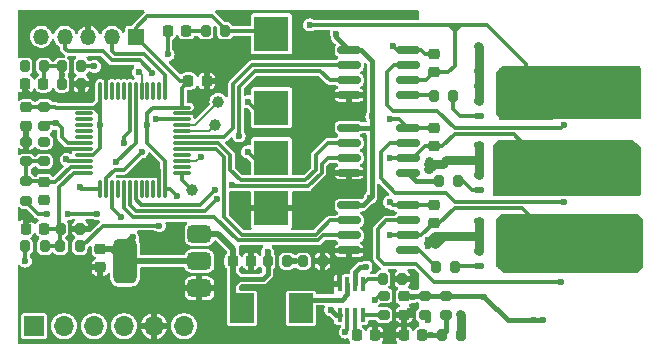
<source format=gbr>
%TF.GenerationSoftware,KiCad,Pcbnew,8.0.5*%
%TF.CreationDate,2025-03-17T20:49:01+05:30*%
%TF.ProjectId,bldc,626c6463-2e6b-4696-9361-645f70636258,rev?*%
%TF.SameCoordinates,Original*%
%TF.FileFunction,Copper,L1,Top*%
%TF.FilePolarity,Positive*%
%FSLAX46Y46*%
G04 Gerber Fmt 4.6, Leading zero omitted, Abs format (unit mm)*
G04 Created by KiCad (PCBNEW 8.0.5) date 2025-03-17 20:49:01*
%MOMM*%
%LPD*%
G01*
G04 APERTURE LIST*
G04 Aperture macros list*
%AMRoundRect*
0 Rectangle with rounded corners*
0 $1 Rounding radius*
0 $2 $3 $4 $5 $6 $7 $8 $9 X,Y pos of 4 corners*
0 Add a 4 corners polygon primitive as box body*
4,1,4,$2,$3,$4,$5,$6,$7,$8,$9,$2,$3,0*
0 Add four circle primitives for the rounded corners*
1,1,$1+$1,$2,$3*
1,1,$1+$1,$4,$5*
1,1,$1+$1,$6,$7*
1,1,$1+$1,$8,$9*
0 Add four rect primitives between the rounded corners*
20,1,$1+$1,$2,$3,$4,$5,0*
20,1,$1+$1,$4,$5,$6,$7,0*
20,1,$1+$1,$6,$7,$8,$9,0*
20,1,$1+$1,$8,$9,$2,$3,0*%
G04 Aperture macros list end*
%TA.AperFunction,SMDPad,CuDef*%
%ADD10C,1.000000*%
%TD*%
%TA.AperFunction,SMDPad,CuDef*%
%ADD11RoundRect,0.200000X-0.200000X-0.275000X0.200000X-0.275000X0.200000X0.275000X-0.200000X0.275000X0*%
%TD*%
%TA.AperFunction,SMDPad,CuDef*%
%ADD12RoundRect,0.225000X0.225000X0.250000X-0.225000X0.250000X-0.225000X-0.250000X0.225000X-0.250000X0*%
%TD*%
%TA.AperFunction,SMDPad,CuDef*%
%ADD13R,3.000000X3.000000*%
%TD*%
%TA.AperFunction,SMDPad,CuDef*%
%ADD14RoundRect,0.075000X-0.662500X-0.075000X0.662500X-0.075000X0.662500X0.075000X-0.662500X0.075000X0*%
%TD*%
%TA.AperFunction,SMDPad,CuDef*%
%ADD15RoundRect,0.075000X-0.075000X-0.662500X0.075000X-0.662500X0.075000X0.662500X-0.075000X0.662500X0*%
%TD*%
%TA.AperFunction,SMDPad,CuDef*%
%ADD16RoundRect,0.200000X0.275000X-0.200000X0.275000X0.200000X-0.275000X0.200000X-0.275000X-0.200000X0*%
%TD*%
%TA.AperFunction,SMDPad,CuDef*%
%ADD17RoundRect,0.200000X0.200000X0.275000X-0.200000X0.275000X-0.200000X-0.275000X0.200000X-0.275000X0*%
%TD*%
%TA.AperFunction,SMDPad,CuDef*%
%ADD18RoundRect,0.225000X-0.250000X0.225000X-0.250000X-0.225000X0.250000X-0.225000X0.250000X0.225000X0*%
%TD*%
%TA.AperFunction,SMDPad,CuDef*%
%ADD19R,0.450000X1.150000*%
%TD*%
%TA.AperFunction,SMDPad,CuDef*%
%ADD20R,6.000000X4.000000*%
%TD*%
%TA.AperFunction,SMDPad,CuDef*%
%ADD21RoundRect,0.125000X-0.300000X-0.125000X0.300000X-0.125000X0.300000X0.125000X-0.300000X0.125000X0*%
%TD*%
%TA.AperFunction,SMDPad,CuDef*%
%ADD22R,4.550000X4.410000*%
%TD*%
%TA.AperFunction,SMDPad,CuDef*%
%ADD23RoundRect,0.218750X-0.218750X-0.256250X0.218750X-0.256250X0.218750X0.256250X-0.218750X0.256250X0*%
%TD*%
%TA.AperFunction,SMDPad,CuDef*%
%ADD24RoundRect,0.225000X0.250000X-0.225000X0.250000X0.225000X-0.250000X0.225000X-0.250000X-0.225000X0*%
%TD*%
%TA.AperFunction,SMDPad,CuDef*%
%ADD25RoundRect,0.150000X-0.825000X-0.150000X0.825000X-0.150000X0.825000X0.150000X-0.825000X0.150000X0*%
%TD*%
%TA.AperFunction,ComponentPad*%
%ADD26R,1.350000X1.350000*%
%TD*%
%TA.AperFunction,ComponentPad*%
%ADD27O,1.350000X1.350000*%
%TD*%
%TA.AperFunction,SMDPad,CuDef*%
%ADD28RoundRect,0.225000X-0.225000X-0.250000X0.225000X-0.250000X0.225000X0.250000X-0.225000X0.250000X0*%
%TD*%
%TA.AperFunction,SMDPad,CuDef*%
%ADD29R,2.000000X2.500000*%
%TD*%
%TA.AperFunction,SMDPad,CuDef*%
%ADD30RoundRect,0.375000X0.625000X0.375000X-0.625000X0.375000X-0.625000X-0.375000X0.625000X-0.375000X0*%
%TD*%
%TA.AperFunction,SMDPad,CuDef*%
%ADD31RoundRect,0.500000X0.500000X1.400000X-0.500000X1.400000X-0.500000X-1.400000X0.500000X-1.400000X0*%
%TD*%
%TA.AperFunction,SMDPad,CuDef*%
%ADD32RoundRect,0.200000X-0.275000X0.200000X-0.275000X-0.200000X0.275000X-0.200000X0.275000X0.200000X0*%
%TD*%
%TA.AperFunction,ComponentPad*%
%ADD33R,1.700000X1.700000*%
%TD*%
%TA.AperFunction,ComponentPad*%
%ADD34O,1.700000X1.700000*%
%TD*%
%TA.AperFunction,ViaPad*%
%ADD35C,0.600000*%
%TD*%
%TA.AperFunction,Conductor*%
%ADD36C,0.300000*%
%TD*%
%TA.AperFunction,Conductor*%
%ADD37C,0.400000*%
%TD*%
%TA.AperFunction,Conductor*%
%ADD38C,0.800000*%
%TD*%
%TA.AperFunction,Conductor*%
%ADD39C,0.200000*%
%TD*%
%TA.AperFunction,Conductor*%
%ADD40C,0.500000*%
%TD*%
G04 APERTURE END LIST*
D10*
%TO.P,TP12,1,1*%
%TO.N,Net-(U5-PA11)*%
X67250000Y-106000000D03*
%TD*%
%TO.P,TP11,1,1*%
%TO.N,Net-(U5-PA12)*%
X67500000Y-104000000D03*
%TD*%
D11*
%TO.P,R15,1*%
%TO.N,Net-(IC1-AAM)*%
X81425000Y-119000000D03*
%TO.P,R15,2*%
%TO.N,GND*%
X83075000Y-119000000D03*
%TD*%
%TO.P,R2,1*%
%TO.N,Net-(U2-LO)*%
X85750000Y-103500000D03*
%TO.P,R2,2*%
%TO.N,Net-(Q2-G)*%
X87400000Y-103500000D03*
%TD*%
D12*
%TO.P,C7,1*%
%TO.N,/ADC_A*%
X52700000Y-102500000D03*
%TO.P,C7,2*%
%TO.N,GND*%
X51150000Y-102500000D03*
%TD*%
D13*
%TO.P,TP8,1,1*%
%TO.N,Net-(C17-Pad2)*%
X72000000Y-108750000D03*
%TD*%
D14*
%TO.P,U5,1,VBAT*%
%TO.N,+3V3*%
X56087500Y-104500000D03*
%TO.P,U5,2,PC13*%
%TO.N,unconnected-(U5-PC13-Pad2)*%
X56087500Y-105000000D03*
%TO.P,U5,3,PC14*%
%TO.N,unconnected-(U5-PC14-Pad3)*%
X56087500Y-105500000D03*
%TO.P,U5,4,PC15*%
%TO.N,unconnected-(U5-PC15-Pad4)*%
X56087500Y-106000000D03*
%TO.P,U5,5,PH0*%
%TO.N,unconnected-(U5-PH0-Pad5)*%
X56087500Y-106500000D03*
%TO.P,U5,6,PH1*%
%TO.N,unconnected-(U5-PH1-Pad6)*%
X56087500Y-107000000D03*
%TO.P,U5,7,NRST*%
%TO.N,/NRST*%
X56087500Y-107500000D03*
%TO.P,U5,8,VSSA*%
%TO.N,GND*%
X56087500Y-108000000D03*
%TO.P,U5,9,VDDA*%
%TO.N,+3V3*%
X56087500Y-108500000D03*
%TO.P,U5,10,PA0*%
%TO.N,/ADC_A*%
X56087500Y-109000000D03*
%TO.P,U5,11,PA1*%
%TO.N,/ADC_B*%
X56087500Y-109500000D03*
%TO.P,U5,12,PA2*%
%TO.N,/ADC_C*%
X56087500Y-110000000D03*
D15*
%TO.P,U5,13,PA3*%
%TO.N,/ADC_CENTER*%
X57500000Y-111412500D03*
%TO.P,U5,14,PA4*%
%TO.N,/ADC_SPD*%
X58000000Y-111412500D03*
%TO.P,U5,15,PA5*%
%TO.N,/ADC_VDC*%
X58500000Y-111412500D03*
%TO.P,U5,16,PA6*%
%TO.N,unconnected-(U5-PA6-Pad16)*%
X59000000Y-111412500D03*
%TO.P,U5,17,PA7*%
%TO.N,/TIM1_CH1N*%
X59500000Y-111412500D03*
%TO.P,U5,18,PB0*%
%TO.N,/TIM1_CH2N*%
X60000000Y-111412500D03*
%TO.P,U5,19,PB1*%
%TO.N,/TIM1_CH3N*%
X60500000Y-111412500D03*
%TO.P,U5,20,PB2*%
%TO.N,unconnected-(U5-PB2-Pad20)*%
X61000000Y-111412500D03*
%TO.P,U5,21,PB10*%
%TO.N,unconnected-(U5-PB10-Pad21)*%
X61500000Y-111412500D03*
%TO.P,U5,22,PB11*%
%TO.N,unconnected-(U5-PB11-Pad22)*%
X62000000Y-111412500D03*
%TO.P,U5,23,VSS*%
%TO.N,GND*%
X62500000Y-111412500D03*
%TO.P,U5,24,VDD*%
%TO.N,+3V3*%
X63000000Y-111412500D03*
D14*
%TO.P,U5,25,PB12*%
%TO.N,Net-(U5-PB12)*%
X64412500Y-110000000D03*
%TO.P,U5,26,PB13*%
%TO.N,unconnected-(U5-PB13-Pad26)*%
X64412500Y-109500000D03*
%TO.P,U5,27,PB14*%
%TO.N,/RPM*%
X64412500Y-109000000D03*
%TO.P,U5,28,PB15*%
%TO.N,unconnected-(U5-PB15-Pad28)*%
X64412500Y-108500000D03*
%TO.P,U5,29,PA8*%
%TO.N,/TIM1_CH1*%
X64412500Y-108000000D03*
%TO.P,U5,30,PA9*%
%TO.N,/TIM1_CH2*%
X64412500Y-107500000D03*
%TO.P,U5,31,PA10*%
%TO.N,/TIM1_CH3*%
X64412500Y-107000000D03*
%TO.P,U5,32,PA11*%
%TO.N,Net-(U5-PA11)*%
X64412500Y-106500000D03*
%TO.P,U5,33,PA12*%
%TO.N,Net-(U5-PA12)*%
X64412500Y-106000000D03*
%TO.P,U5,34,PA13*%
%TO.N,/SWDIO*%
X64412500Y-105500000D03*
%TO.P,U5,35,VSS*%
%TO.N,GND*%
X64412500Y-105000000D03*
%TO.P,U5,36,VDD*%
%TO.N,+3V3*%
X64412500Y-104500000D03*
D15*
%TO.P,U5,37,PA14*%
%TO.N,/SWCLK*%
X63000000Y-103087500D03*
%TO.P,U5,38,PA15*%
%TO.N,unconnected-(U5-PA15-Pad38)*%
X62500000Y-103087500D03*
%TO.P,U5,39,PB3*%
%TO.N,unconnected-(U5-PB3-Pad39)*%
X62000000Y-103087500D03*
%TO.P,U5,40,PB4*%
%TO.N,unconnected-(U5-PB4-Pad40)*%
X61500000Y-103087500D03*
%TO.P,U5,41,PB5*%
%TO.N,/LED*%
X61000000Y-103087500D03*
%TO.P,U5,42,PB6*%
%TO.N,/MCU_TX*%
X60500000Y-103087500D03*
%TO.P,U5,43,PB7*%
%TO.N,/MCU_RX*%
X60000000Y-103087500D03*
%TO.P,U5,44,PH3*%
%TO.N,unconnected-(U5-PH3-Pad44)*%
X59500000Y-103087500D03*
%TO.P,U5,45,PB8*%
%TO.N,unconnected-(U5-PB8-Pad45)*%
X59000000Y-103087500D03*
%TO.P,U5,46,PB9*%
%TO.N,unconnected-(U5-PB9-Pad46)*%
X58500000Y-103087500D03*
%TO.P,U5,47,VSS*%
%TO.N,GND*%
X58000000Y-103087500D03*
%TO.P,U5,48,VDD*%
%TO.N,+3V3*%
X57500000Y-103087500D03*
%TD*%
D16*
%TO.P,R24,1*%
%TO.N,/ADC_B*%
X52750000Y-109050000D03*
%TO.P,R24,2*%
%TO.N,/ADC_CENTER*%
X52750000Y-107400000D03*
%TD*%
%TO.P,R28,1*%
%TO.N,/NRST*%
X52750000Y-106075000D03*
%TO.P,R28,2*%
%TO.N,+3V3*%
X52750000Y-104425000D03*
%TD*%
D17*
%TO.P,R27,1*%
%TO.N,/ADC_C*%
X52800000Y-116250000D03*
%TO.P,R27,2*%
%TO.N,/ADC_CENTER*%
X51150000Y-116250000D03*
%TD*%
D11*
%TO.P,R13,1*%
%TO.N,Net-(R12-Pad2)*%
X74675000Y-117500000D03*
%TO.P,R13,2*%
%TO.N,GND*%
X76325000Y-117500000D03*
%TD*%
%TO.P,R20,1*%
%TO.N,/ADC_A*%
X54250000Y-102500000D03*
%TO.P,R20,2*%
%TO.N,GND*%
X55900000Y-102500000D03*
%TD*%
%TO.P,R4,1*%
%TO.N,Net-(U3-LO)*%
X86175000Y-110750000D03*
%TO.P,R4,2*%
%TO.N,Net-(Q8-G)*%
X87825000Y-110750000D03*
%TD*%
D18*
%TO.P,C8,1*%
%TO.N,/ADC_B*%
X52750000Y-110800000D03*
%TO.P,C8,2*%
%TO.N,GND*%
X52750000Y-112350000D03*
%TD*%
D19*
%TO.P,IC1,1,AAM*%
%TO.N,Net-(IC1-AAM)*%
X79725000Y-119450000D03*
%TO.P,IC1,2,IN*%
%TO.N,VDC*%
X79075000Y-119450000D03*
%TO.P,IC1,3,SW*%
%TO.N,Net-(IC1-SW)*%
X78425000Y-119450000D03*
%TO.P,IC1,4,GND*%
%TO.N,GND*%
X77775000Y-119450000D03*
%TO.P,IC1,5,BST*%
%TO.N,Net-(IC1-BST)*%
X77775000Y-122050000D03*
%TO.P,IC1,6,EN*%
%TO.N,Net-(IC1-EN)*%
X78425000Y-122050000D03*
%TO.P,IC1,7,VCC*%
%TO.N,Net-(IC1-VCC)*%
X79075000Y-122050000D03*
%TO.P,IC1,8,FB*%
%TO.N,/FB*%
X79725000Y-122050000D03*
%TD*%
D13*
%TO.P,TP9,1,1*%
%TO.N,GND*%
X72000000Y-113000000D03*
%TD*%
D20*
%TO.P,TP3,1,1*%
%TO.N,/PHASE_C*%
X100000000Y-116000000D03*
%TD*%
D18*
%TO.P,C3,1*%
%TO.N,Net-(D2-K)*%
X85750000Y-106225000D03*
%TO.P,C3,2*%
%TO.N,/PHASE_B*%
X85750000Y-107775000D03*
%TD*%
D13*
%TO.P,TP7,1,1*%
%TO.N,Net-(R18-Pad2)*%
X72000000Y-104500000D03*
%TD*%
D12*
%TO.P,C14,1*%
%TO.N,GND*%
X70275000Y-117500000D03*
%TO.P,C14,2*%
%TO.N,VDD*%
X68725000Y-117500000D03*
%TD*%
D21*
%TO.P,Q8,1,S*%
%TO.N,GND*%
X89600000Y-107695000D03*
%TO.P,Q8,2,S*%
X89600000Y-108965000D03*
%TO.P,Q8,3,S*%
X89600000Y-110235000D03*
%TO.P,Q8,4,G*%
%TO.N,Net-(Q8-G)*%
X89600000Y-111505000D03*
D22*
%TO.P,Q8,5,D*%
%TO.N,/PHASE_B*%
X93550000Y-109600000D03*
%TD*%
D23*
%TO.P,D4,1,K*%
%TO.N,/LED*%
X63212500Y-98000000D03*
%TO.P,D4,2,A*%
%TO.N,Net-(D4-A)*%
X64787500Y-98000000D03*
%TD*%
D20*
%TO.P,TP1,1,1*%
%TO.N,/PHASE_A*%
X100000000Y-103250000D03*
%TD*%
D24*
%TO.P,C1,1*%
%TO.N,GND*%
X57500000Y-118025000D03*
%TO.P,C1,2*%
%TO.N,+3V3*%
X57500000Y-116475000D03*
%TD*%
D12*
%TO.P,C4,1*%
%TO.N,/ADC_VDC*%
X84775000Y-123750000D03*
%TO.P,C4,2*%
%TO.N,GND*%
X83225000Y-123750000D03*
%TD*%
D18*
%TO.P,C9,1*%
%TO.N,VDC*%
X83250000Y-120475000D03*
%TO.P,C9,2*%
%TO.N,GND*%
X83250000Y-122025000D03*
%TD*%
D21*
%TO.P,Q2,1,S*%
%TO.N,GND*%
X89600000Y-101445000D03*
%TO.P,Q2,2,S*%
X89600000Y-102715000D03*
%TO.P,Q2,3,S*%
X89600000Y-103985000D03*
%TO.P,Q2,4,G*%
%TO.N,Net-(Q2-G)*%
X89600000Y-105255000D03*
D22*
%TO.P,Q2,5,D*%
%TO.N,/PHASE_A*%
X93550000Y-103350000D03*
%TD*%
D13*
%TO.P,TP6,1,1*%
%TO.N,+3V3*%
X72000000Y-98250000D03*
%TD*%
D11*
%TO.P,R6,1*%
%TO.N,Net-(U4-LO)*%
X85925000Y-118000000D03*
%TO.P,R6,2*%
%TO.N,Net-(Q10-G)*%
X87575000Y-118000000D03*
%TD*%
D18*
%TO.P,C5,1*%
%TO.N,Net-(D3-K)*%
X85750000Y-112725000D03*
%TO.P,C5,2*%
%TO.N,/PHASE_C*%
X85750000Y-114275000D03*
%TD*%
D16*
%TO.P,R17,1*%
%TO.N,/ADC_VDC*%
X86750000Y-122075000D03*
%TO.P,R17,2*%
%TO.N,VDC*%
X86750000Y-120425000D03*
%TD*%
D24*
%TO.P,C15,1*%
%TO.N,GND*%
X51250000Y-106025000D03*
%TO.P,C15,2*%
%TO.N,+3V3*%
X51250000Y-104475000D03*
%TD*%
D25*
%TO.P,U4,1,VCC*%
%TO.N,VDD*%
X78575000Y-112790000D03*
%TO.P,U4,2,HIN*%
%TO.N,/TIM1_CH1*%
X78575000Y-114060000D03*
%TO.P,U4,3,LIN*%
%TO.N,/TIM1_CH1N*%
X78575000Y-115330000D03*
%TO.P,U4,4,COM*%
%TO.N,GND*%
X78575000Y-116600000D03*
%TO.P,U4,5,LO*%
%TO.N,Net-(U4-LO)*%
X83525000Y-116600000D03*
%TO.P,U4,6,VS*%
%TO.N,/PHASE_C*%
X83525000Y-115330000D03*
%TO.P,U4,7,HO*%
%TO.N,Net-(U4-HO)*%
X83525000Y-114060000D03*
%TO.P,U4,8,VB*%
%TO.N,Net-(D3-K)*%
X83525000Y-112790000D03*
%TD*%
D12*
%TO.P,C10,1*%
%TO.N,/ADC_C*%
X52750000Y-114750000D03*
%TO.P,C10,2*%
%TO.N,GND*%
X51200000Y-114750000D03*
%TD*%
D17*
%TO.P,R25,1*%
%TO.N,/PHASE_C*%
X55775000Y-116250000D03*
%TO.P,R25,2*%
%TO.N,/ADC_C*%
X54125000Y-116250000D03*
%TD*%
D26*
%TO.P,J1,1,Pin_1*%
%TO.N,+3V3*%
X60500000Y-98500000D03*
D27*
%TO.P,J1,2,Pin_2*%
%TO.N,/SWCLK*%
X58500000Y-98500000D03*
%TO.P,J1,3,Pin_3*%
%TO.N,GND*%
X56500000Y-98500000D03*
%TO.P,J1,4,Pin_4*%
%TO.N,/SWDIO*%
X54500000Y-98500000D03*
%TO.P,J1,5,Pin_5*%
%TO.N,/NRST*%
X52500000Y-98500000D03*
%TD*%
D11*
%TO.P,R12,1*%
%TO.N,VDD*%
X71675000Y-117500000D03*
%TO.P,R12,2*%
%TO.N,Net-(R12-Pad2)*%
X73325000Y-117500000D03*
%TD*%
D28*
%TO.P,C12,1*%
%TO.N,Net-(IC1-VCC)*%
X79225000Y-123750000D03*
%TO.P,C12,2*%
%TO.N,GND*%
X80775000Y-123750000D03*
%TD*%
D12*
%TO.P,C11,1*%
%TO.N,GND*%
X66525000Y-102250000D03*
%TO.P,C11,2*%
%TO.N,+3V3*%
X64975000Y-102250000D03*
%TD*%
D25*
%TO.P,U3,1,VCC*%
%TO.N,VDD*%
X78575000Y-106210000D03*
%TO.P,U3,2,HIN*%
%TO.N,/TIM1_CH2*%
X78575000Y-107480000D03*
%TO.P,U3,3,LIN*%
%TO.N,/TIM1_CH2N*%
X78575000Y-108750000D03*
%TO.P,U3,4,COM*%
%TO.N,GND*%
X78575000Y-110020000D03*
%TO.P,U3,5,LO*%
%TO.N,Net-(U3-LO)*%
X83525000Y-110020000D03*
%TO.P,U3,6,VS*%
%TO.N,/PHASE_B*%
X83525000Y-108750000D03*
%TO.P,U3,7,HO*%
%TO.N,Net-(U3-HO)*%
X83525000Y-107480000D03*
%TO.P,U3,8,VB*%
%TO.N,Net-(D2-K)*%
X83525000Y-106210000D03*
%TD*%
D16*
%TO.P,R23,1*%
%TO.N,/ADC_B*%
X51250000Y-109050000D03*
%TO.P,R23,2*%
%TO.N,GND*%
X51250000Y-107400000D03*
%TD*%
D17*
%TO.P,R10,1*%
%TO.N,+3V3*%
X68075000Y-98000000D03*
%TO.P,R10,2*%
%TO.N,Net-(D4-A)*%
X66425000Y-98000000D03*
%TD*%
D11*
%TO.P,R26,1*%
%TO.N,/ADC_C*%
X54150000Y-114750000D03*
%TO.P,R26,2*%
%TO.N,GND*%
X55800000Y-114750000D03*
%TD*%
D16*
%TO.P,R14,1*%
%TO.N,/FB*%
X81500000Y-122075000D03*
%TO.P,R14,2*%
%TO.N,Net-(R12-Pad2)*%
X81500000Y-120425000D03*
%TD*%
D17*
%TO.P,R21,1*%
%TO.N,/ADC_A*%
X52750000Y-101000000D03*
%TO.P,R21,2*%
%TO.N,/ADC_CENTER*%
X51100000Y-101000000D03*
%TD*%
D29*
%TO.P,L1,1,1*%
%TO.N,Net-(IC1-SW)*%
X74500000Y-121500000D03*
%TO.P,L1,2,2*%
%TO.N,VDD*%
X69500000Y-121500000D03*
%TD*%
D17*
%TO.P,R19,1*%
%TO.N,/PHASE_A*%
X55900000Y-101000000D03*
%TO.P,R19,2*%
%TO.N,/ADC_A*%
X54250000Y-101000000D03*
%TD*%
D30*
%TO.P,U1,1,GND*%
%TO.N,GND*%
X65900000Y-119800000D03*
%TO.P,U1,2,VO*%
%TO.N,+3V3*%
X65900000Y-117500000D03*
D31*
X59600000Y-117500000D03*
D30*
%TO.P,U1,3,VI*%
%TO.N,VDD*%
X65900000Y-115200000D03*
%TD*%
D11*
%TO.P,R9,1*%
%TO.N,/ADC_VDC*%
X86425000Y-123750000D03*
%TO.P,R9,2*%
%TO.N,GND*%
X88075000Y-123750000D03*
%TD*%
D32*
%TO.P,R16,1*%
%TO.N,VDC*%
X85000000Y-120425000D03*
%TO.P,R16,2*%
%TO.N,Net-(IC1-EN)*%
X85000000Y-122075000D03*
%TD*%
D25*
%TO.P,U2,1,VCC*%
%TO.N,VDD*%
X78575000Y-99630000D03*
%TO.P,U2,2,HIN*%
%TO.N,/TIM1_CH3*%
X78575000Y-100900000D03*
%TO.P,U2,3,LIN*%
%TO.N,/TIM1_CH3N*%
X78575000Y-102170000D03*
%TO.P,U2,4,COM*%
%TO.N,GND*%
X78575000Y-103440000D03*
%TO.P,U2,5,LO*%
%TO.N,Net-(U2-LO)*%
X83525000Y-103440000D03*
%TO.P,U2,6,VS*%
%TO.N,/PHASE_A*%
X83525000Y-102170000D03*
%TO.P,U2,7,HO*%
%TO.N,Net-(U2-HO)*%
X83525000Y-100900000D03*
%TO.P,U2,8,VB*%
%TO.N,Net-(D1-K)*%
X83525000Y-99630000D03*
%TD*%
D18*
%TO.P,C2,1*%
%TO.N,Net-(D1-K)*%
X85750000Y-99975000D03*
%TO.P,C2,2*%
%TO.N,/PHASE_A*%
X85750000Y-101525000D03*
%TD*%
D10*
%TO.P,TP10,1,1*%
%TO.N,Net-(U5-PB12)*%
X65250000Y-111500000D03*
%TD*%
D21*
%TO.P,Q10,1,S*%
%TO.N,GND*%
X89550000Y-114095000D03*
%TO.P,Q10,2,S*%
X89550000Y-115365000D03*
%TO.P,Q10,3,S*%
X89550000Y-116635000D03*
%TO.P,Q10,4,G*%
%TO.N,Net-(Q10-G)*%
X89550000Y-117905000D03*
D22*
%TO.P,Q10,5,D*%
%TO.N,/PHASE_C*%
X93500000Y-116000000D03*
%TD*%
D33*
%TO.P,J3,1,Pin_1*%
%TO.N,unconnected-(J3-Pin_1-Pad1)*%
X51900000Y-123000000D03*
D34*
%TO.P,J3,2,Pin_2*%
%TO.N,/MCU_TX*%
X54440000Y-123000000D03*
%TO.P,J3,3,Pin_3*%
%TO.N,/MCU_RX*%
X56980000Y-123000000D03*
%TO.P,J3,4,Pin_4*%
%TO.N,unconnected-(J3-Pin_4-Pad4)*%
X59520000Y-123000000D03*
%TO.P,J3,5,Pin_5*%
%TO.N,GND*%
X62060000Y-123000000D03*
%TO.P,J3,6,Pin_6*%
%TO.N,unconnected-(J3-Pin_6-Pad6)*%
X64600000Y-123000000D03*
%TD*%
D20*
%TO.P,TP2,1,1*%
%TO.N,/PHASE_B*%
X100000000Y-109750000D03*
%TD*%
D16*
%TO.P,R22,1*%
%TO.N,/PHASE_B*%
X51250000Y-112400000D03*
%TO.P,R22,2*%
%TO.N,/ADC_B*%
X51250000Y-110750000D03*
%TD*%
D35*
%TO.N,GND*%
X85807500Y-116057500D03*
X85625000Y-109375000D03*
%TO.N,/RPM*%
X66000000Y-108650000D03*
%TO.N,/LED*%
X60750000Y-101500000D03*
X63250000Y-100000000D03*
%TO.N,Net-(D1-K)*%
X82250000Y-99250000D03*
%TO.N,VDD*%
X77500000Y-98250000D03*
X80500000Y-105250000D03*
X71675000Y-116750000D03*
X80375000Y-112125000D03*
%TO.N,Net-(D2-K)*%
X82000000Y-105500000D03*
%TO.N,Net-(D3-K)*%
X82000000Y-112500000D03*
%TO.N,/PHASE_A*%
X93550000Y-101500000D03*
X94250000Y-101500000D03*
X95250000Y-102750000D03*
X95250000Y-101500000D03*
X93500000Y-102770000D03*
X57000000Y-101000000D03*
X94500000Y-103750000D03*
X93750000Y-103750000D03*
X75250000Y-97500000D03*
X94250000Y-102770000D03*
X95250000Y-103750000D03*
%TO.N,VDC*%
X80000000Y-118000000D03*
X90000000Y-120500000D03*
X95000000Y-122500000D03*
X94250000Y-122500000D03*
X84000000Y-120500000D03*
%TO.N,GND*%
X85250000Y-109750000D03*
X51500000Y-114000000D03*
X70250000Y-116500000D03*
X62000000Y-109250000D03*
X58000000Y-101750000D03*
X85315294Y-109053049D03*
X56000000Y-103000000D03*
X52750000Y-112350000D03*
X85250000Y-115750000D03*
X82250000Y-123500000D03*
X69250000Y-113750000D03*
X77750000Y-118000000D03*
X89600000Y-100000000D03*
X76250000Y-103750000D03*
X54000000Y-108000000D03*
X88000000Y-122000000D03*
X77000000Y-110000000D03*
X89600000Y-100500000D03*
X65000000Y-100000000D03*
X89500000Y-99250000D03*
X83750000Y-121750000D03*
X85250000Y-116250000D03*
%TO.N,/PHASE_B*%
X95500000Y-109000000D03*
X93500000Y-109020000D03*
X54750000Y-113500000D03*
X93500000Y-110290000D03*
X93500000Y-107750000D03*
X82000000Y-108750000D03*
X57250000Y-113500000D03*
X94500000Y-107750000D03*
X53000000Y-113500000D03*
X95500000Y-110250000D03*
X95500000Y-107750000D03*
X94500000Y-109020000D03*
X94500000Y-110290000D03*
%TO.N,/PHASE_C*%
X82000000Y-115250000D03*
X95250000Y-115250000D03*
X93500000Y-113995000D03*
X62500000Y-114500000D03*
X94250000Y-116000000D03*
X94250000Y-115265000D03*
X93500000Y-115265000D03*
X94250000Y-113995000D03*
X93500000Y-116000000D03*
X95250000Y-114000000D03*
X95250000Y-116000000D03*
%TO.N,/TIM1_CH3N*%
X69250000Y-106900000D03*
X67234007Y-111446753D03*
%TO.N,/MCU_TX*%
X58850000Y-109125000D03*
%TO.N,+3V3*%
X64000000Y-112000000D03*
X61500000Y-106000000D03*
X57500000Y-106000000D03*
X60250000Y-115500000D03*
%TO.N,/NRST*%
X53750000Y-105825000D03*
%TO.N,/ADC_CENTER*%
X55750000Y-111250000D03*
X51150000Y-117500000D03*
X52750000Y-107400000D03*
X51100000Y-101000000D03*
%TO.N,/ADC_A*%
X54250000Y-101750000D03*
X54625000Y-108875000D03*
%TO.N,/TIM1_CH2N*%
X68700000Y-111050000D03*
X67350000Y-112250000D03*
%TO.N,/ADC_SPD*%
X61000000Y-108250000D03*
%TO.N,/MCU_RX*%
X59500000Y-107500000D03*
%TO.N,/SWDIO*%
X61915380Y-101584620D03*
X62250000Y-105500000D03*
%TO.N,/ADC_VDC*%
X59250000Y-113750000D03*
X85500000Y-123750000D03*
%TO.N,Net-(IC1-SW)*%
X74000000Y-121500000D03*
%TO.N,Net-(U2-HO)*%
X96750000Y-106000000D03*
%TO.N,Net-(U3-HO)*%
X96750000Y-112500000D03*
%TO.N,Net-(U4-HO)*%
X96500000Y-119250000D03*
%TO.N,Net-(IC1-BST)*%
X77000000Y-121600000D03*
%TO.N,Net-(R12-Pad2)*%
X74000000Y-117500000D03*
X80750000Y-120750000D03*
%TO.N,Net-(IC1-EN)*%
X85250000Y-122500000D03*
X78250000Y-123500000D03*
%TO.N,Net-(C17-Pad2)*%
X70000000Y-108250000D03*
%TO.N,Net-(R18-Pad2)*%
X70000000Y-104000000D03*
%TD*%
D36*
%TO.N,Net-(Q8-G)*%
X89000000Y-111505000D02*
X88245000Y-110750000D01*
X89000000Y-111505000D02*
X89600000Y-111505000D01*
X88245000Y-110750000D02*
X87825000Y-110750000D01*
D37*
%TO.N,Net-(U3-LO)*%
X84255000Y-110750000D02*
X83525000Y-110020000D01*
X86175000Y-110750000D02*
X84255000Y-110750000D01*
D38*
%TO.N,GND*%
X85315294Y-109675000D02*
X85250000Y-109675000D01*
X85315294Y-109053049D02*
X85315294Y-109675000D01*
X85807500Y-116057500D02*
X86500000Y-115365000D01*
X85625000Y-109375000D02*
X85500000Y-109500000D01*
D36*
%TO.N,/TIM1_CH3N*%
X60500000Y-112253120D02*
X60500000Y-111412500D01*
X60996880Y-112750000D02*
X60500000Y-112253120D01*
X65930760Y-112750000D02*
X60996880Y-112750000D01*
X67234007Y-111446753D02*
X65930760Y-112750000D01*
%TO.N,/TIM1_CH2N*%
X60496880Y-113250000D02*
X60000000Y-112753120D01*
X66350000Y-113250000D02*
X60496880Y-113250000D01*
X67350000Y-112250000D02*
X66350000Y-113250000D01*
X60000000Y-112753120D02*
X60000000Y-111412500D01*
D39*
%TO.N,/RPM*%
X65650000Y-109000000D02*
X66000000Y-108650000D01*
X64412500Y-109000000D02*
X65650000Y-109000000D01*
%TO.N,Net-(U5-PA12)*%
X65500000Y-106000000D02*
X67500000Y-104000000D01*
X64412500Y-106000000D02*
X65500000Y-106000000D01*
%TO.N,Net-(U5-PA11)*%
X66750000Y-106500000D02*
X67250000Y-106000000D01*
X64412500Y-106500000D02*
X66750000Y-106500000D01*
D36*
%TO.N,GND*%
X66525000Y-103725000D02*
X66525000Y-102250000D01*
X65500000Y-104753120D02*
X65500000Y-104750000D01*
X65500000Y-104750000D02*
X66525000Y-103725000D01*
X65253120Y-105000000D02*
X65500000Y-104753120D01*
X64412500Y-105000000D02*
X65253120Y-105000000D01*
%TO.N,+3V3*%
X64412500Y-102812500D02*
X64975000Y-102250000D01*
X64250000Y-102250000D02*
X60500000Y-98500000D01*
X64975000Y-102250000D02*
X64250000Y-102250000D01*
X64412500Y-104500000D02*
X64412500Y-102812500D01*
%TO.N,/TIM1_CH3*%
X68750000Y-106250000D02*
X68000000Y-107000000D01*
X70350000Y-100900000D02*
X68750000Y-102500000D01*
X68750000Y-102500000D02*
X68750000Y-106250000D01*
X68000000Y-107000000D02*
X64412500Y-107000000D01*
X78575000Y-100900000D02*
X70350000Y-100900000D01*
%TO.N,/TIM1_CH3N*%
X70600000Y-101400000D02*
X76150000Y-101400000D01*
X69250000Y-106900000D02*
X69250000Y-102750000D01*
X69250000Y-102750000D02*
X70600000Y-101400000D01*
X76150000Y-101400000D02*
X76920000Y-102170000D01*
X76920000Y-102170000D02*
X78575000Y-102170000D01*
D39*
%TO.N,/LED*%
X61000000Y-101750000D02*
X61000000Y-103087500D01*
X60750000Y-101500000D02*
X61000000Y-101750000D01*
D36*
%TO.N,/SWDIO*%
X54500000Y-99500000D02*
X54500000Y-98500000D01*
X57750000Y-99750000D02*
X54750000Y-99750000D01*
X58500000Y-100500000D02*
X57750000Y-99750000D01*
X60830760Y-100500000D02*
X58500000Y-100500000D01*
X61915380Y-101584620D02*
X60830760Y-100500000D01*
X54750000Y-99750000D02*
X54500000Y-99500000D01*
%TO.N,/SWCLK*%
X61250000Y-100000000D02*
X58750000Y-100000000D01*
X63000000Y-101750000D02*
X61250000Y-100000000D01*
X58750000Y-100000000D02*
X58500000Y-99750000D01*
X63000000Y-103087500D02*
X63000000Y-101750000D01*
X58500000Y-99750000D02*
X58500000Y-98500000D01*
%TO.N,/LED*%
X63212500Y-99962500D02*
X63250000Y-100000000D01*
X63212500Y-98000000D02*
X63212500Y-99962500D01*
%TO.N,Net-(D1-K)*%
X83525000Y-99630000D02*
X82630000Y-99630000D01*
X82630000Y-99630000D02*
X82250000Y-99250000D01*
X84630000Y-99630000D02*
X83525000Y-99630000D01*
X85750000Y-99975000D02*
X84975000Y-99975000D01*
X84975000Y-99975000D02*
X84630000Y-99630000D01*
D37*
%TO.N,VDD*%
X80500000Y-112000000D02*
X80500000Y-106250000D01*
X78575000Y-112790000D02*
X79710000Y-112790000D01*
X80500000Y-100580001D02*
X79549999Y-99630000D01*
D40*
X68750000Y-119000000D02*
X68750000Y-118500000D01*
D37*
X71675000Y-118575000D02*
X71250000Y-119000000D01*
X77500000Y-98555000D02*
X78575000Y-99630000D01*
X80500000Y-106250000D02*
X80500000Y-105250000D01*
D40*
X68750000Y-116500000D02*
X67450000Y-115200000D01*
D37*
X69250000Y-119000000D02*
X68750000Y-119500000D01*
X77500000Y-98250000D02*
X77500000Y-98555000D01*
X79710000Y-112790000D02*
X80375000Y-112125000D01*
X69250000Y-119000000D02*
X68750000Y-118500000D01*
D40*
X68750000Y-119750000D02*
X68750000Y-119000000D01*
X68750000Y-118500000D02*
X68750000Y-116500000D01*
D37*
X71250000Y-119000000D02*
X69250000Y-119000000D01*
X79549999Y-99630000D02*
X78575000Y-99630000D01*
X78575000Y-106210000D02*
X80460000Y-106210000D01*
D40*
X68750000Y-120750000D02*
X68750000Y-119750000D01*
X67450000Y-115200000D02*
X65900000Y-115200000D01*
D37*
X71675000Y-117500000D02*
X71675000Y-116750000D01*
X80375000Y-112125000D02*
X80500000Y-112000000D01*
D40*
X69500000Y-121500000D02*
X68750000Y-120750000D01*
D37*
X80460000Y-106210000D02*
X80500000Y-106250000D01*
X69250000Y-119000000D02*
X68750000Y-119000000D01*
X80500000Y-105250000D02*
X80500000Y-100580001D01*
X68750000Y-119500000D02*
X68750000Y-119750000D01*
X71675000Y-116750000D02*
X71675000Y-118575000D01*
D36*
%TO.N,Net-(D2-K)*%
X83525000Y-106210000D02*
X82815000Y-105500000D01*
X82815000Y-105500000D02*
X82000000Y-105500000D01*
X83525000Y-106210000D02*
X85735000Y-106210000D01*
X85735000Y-106210000D02*
X85750000Y-106225000D01*
%TO.N,Net-(D3-K)*%
X82290000Y-112790000D02*
X82000000Y-112500000D01*
X85685000Y-112790000D02*
X85750000Y-112725000D01*
X83525000Y-112790000D02*
X85685000Y-112790000D01*
X83525000Y-112790000D02*
X82290000Y-112790000D01*
%TO.N,/PHASE_A*%
X85750000Y-101525000D02*
X86975000Y-101525000D01*
X93550000Y-101500000D02*
X93550000Y-100800000D01*
X75250000Y-97500000D02*
X87000000Y-97500000D01*
X55900000Y-101000000D02*
X57000000Y-101000000D01*
X87000000Y-97500000D02*
X87500000Y-97500000D01*
X87500000Y-98000000D02*
X87000000Y-97500000D01*
X87500000Y-98000000D02*
X88000000Y-97500000D01*
X90250000Y-97500000D02*
X88000000Y-97500000D01*
X87500000Y-101000000D02*
X87500000Y-98250000D01*
X86975000Y-101525000D02*
X87500000Y-101000000D01*
X93550000Y-100800000D02*
X90250000Y-97500000D01*
X87500000Y-98250000D02*
X87500000Y-98000000D01*
X83525000Y-102170000D02*
X85105000Y-102170000D01*
X93550000Y-101500000D02*
X93550000Y-103350000D01*
X85105000Y-102170000D02*
X85750000Y-101525000D01*
X87500000Y-98250000D02*
X87500000Y-97500000D01*
X87500000Y-97500000D02*
X88000000Y-97500000D01*
D37*
%TO.N,VDC*%
X86750000Y-120425000D02*
X89925000Y-120425000D01*
X83300000Y-120425000D02*
X83250000Y-120475000D01*
X92000000Y-122500000D02*
X94250000Y-122500000D01*
X79500000Y-118000000D02*
X80000000Y-118000000D01*
X86750000Y-120425000D02*
X83300000Y-120425000D01*
X90000000Y-120500000D02*
X92000000Y-122500000D01*
X89925000Y-120425000D02*
X90000000Y-120500000D01*
X79075000Y-118425000D02*
X79500000Y-118000000D01*
X79075000Y-119450000D02*
X79075000Y-118425000D01*
X94250000Y-122500000D02*
X95000000Y-122500000D01*
D36*
%TO.N,GND*%
X51150000Y-102900000D02*
X51750000Y-103500000D01*
X55500000Y-103500000D02*
X56000000Y-103000000D01*
D38*
X89600000Y-110235000D02*
X89600000Y-107695000D01*
X89600000Y-99350000D02*
X89500000Y-99250000D01*
D36*
X51200000Y-114750000D02*
X51200000Y-114300000D01*
D38*
X89550000Y-115365000D02*
X86500000Y-115365000D01*
D36*
X62500000Y-109750000D02*
X62000000Y-109250000D01*
D38*
X85750000Y-109250000D02*
X85625000Y-109375000D01*
X88075000Y-122075000D02*
X88000000Y-122000000D01*
D36*
X62500000Y-111412500D02*
X62500000Y-109750000D01*
D38*
X85885000Y-115365000D02*
X85250000Y-116000000D01*
X88075000Y-123750000D02*
X88075000Y-122075000D01*
D36*
X51200000Y-114300000D02*
X51500000Y-114000000D01*
X58000000Y-103087500D02*
X58000000Y-101750000D01*
X51150000Y-102500000D02*
X51150000Y-102900000D01*
D38*
X86500000Y-109250000D02*
X85750000Y-109250000D01*
X89600000Y-103985000D02*
X89600000Y-100500000D01*
X86500000Y-115365000D02*
X85885000Y-115365000D01*
D36*
X56087500Y-108000000D02*
X54000000Y-108000000D01*
D38*
X89600000Y-100500000D02*
X89600000Y-100000000D01*
X86785000Y-108965000D02*
X86500000Y-109250000D01*
D36*
X51750000Y-103500000D02*
X55500000Y-103500000D01*
D38*
X85500000Y-109500000D02*
X85292830Y-109292830D01*
X89600000Y-108965000D02*
X86785000Y-108965000D01*
X89550000Y-116635000D02*
X89550000Y-114095000D01*
X89600000Y-100000000D02*
X89600000Y-99350000D01*
D36*
%TO.N,Net-(Q2-G)*%
X87400000Y-103500000D02*
X87400000Y-104650000D01*
X88005000Y-105255000D02*
X89600000Y-105255000D01*
X87400000Y-104650000D02*
X88005000Y-105255000D01*
%TO.N,/PHASE_B*%
X86475000Y-107775000D02*
X87500000Y-106750000D01*
X85750000Y-107775000D02*
X86475000Y-107775000D01*
X84975000Y-107775000D02*
X84000000Y-108750000D01*
X84000000Y-108750000D02*
X83525000Y-108750000D01*
X51250000Y-112400000D02*
X51250000Y-112500000D01*
X57250000Y-113500000D02*
X54750000Y-113500000D01*
X51250000Y-112500000D02*
X52250000Y-113500000D01*
X92500000Y-106750000D02*
X93500000Y-107750000D01*
X87500000Y-106750000D02*
X92500000Y-106750000D01*
X85750000Y-107775000D02*
X84975000Y-107775000D01*
X83525000Y-108750000D02*
X82000000Y-108750000D01*
X52250000Y-113500000D02*
X53000000Y-113500000D01*
%TO.N,/PHASE_C*%
X56000000Y-116250000D02*
X57750000Y-114500000D01*
X86225000Y-114275000D02*
X87500000Y-113000000D01*
X83525000Y-115330000D02*
X84695000Y-115330000D01*
X87500000Y-113000000D02*
X93255000Y-113000000D01*
X93255000Y-113000000D02*
X94250000Y-113995000D01*
X55775000Y-116250000D02*
X56000000Y-116250000D01*
X57750000Y-114500000D02*
X62500000Y-114500000D01*
X85750000Y-114275000D02*
X86225000Y-114275000D01*
X83525000Y-115330000D02*
X82080000Y-115330000D01*
X82080000Y-115330000D02*
X82000000Y-115250000D01*
X84695000Y-115330000D02*
X85750000Y-114275000D01*
%TO.N,Net-(Q10-G)*%
X87810000Y-118000000D02*
X87905000Y-117905000D01*
X87905000Y-117905000D02*
X89550000Y-117905000D01*
X87575000Y-118000000D02*
X87810000Y-118000000D01*
%TO.N,/TIM1_CH2*%
X68500000Y-108500000D02*
X67500000Y-107500000D01*
X74850000Y-110650000D02*
X69400000Y-110650000D01*
X67500000Y-107500000D02*
X64412500Y-107500000D01*
X75750000Y-109750000D02*
X74850000Y-110650000D01*
X76770000Y-107480000D02*
X75750000Y-108500000D01*
X75750000Y-108500000D02*
X75750000Y-109750000D01*
X69400000Y-110650000D02*
X68500000Y-109750000D01*
X68500000Y-109750000D02*
X68500000Y-108500000D01*
X78575000Y-107480000D02*
X76770000Y-107480000D01*
%TO.N,/MCU_TX*%
X58850000Y-109125000D02*
X60500000Y-107475000D01*
X60500000Y-107475000D02*
X60500000Y-103087500D01*
%TO.N,+3V3*%
X57500000Y-104500000D02*
X57500000Y-104000000D01*
X57500000Y-106000000D02*
X57500000Y-105000000D01*
X62000000Y-104500000D02*
X64412500Y-104500000D01*
X56087500Y-104500000D02*
X53750000Y-104500000D01*
X57000000Y-104500000D02*
X57500000Y-104500000D01*
X61500000Y-107500000D02*
X63000000Y-109000000D01*
X68075000Y-98000000D02*
X71750000Y-98000000D01*
X57000000Y-104500000D02*
X57500000Y-104000000D01*
D40*
X59600000Y-116150000D02*
X60250000Y-115500000D01*
D36*
X57500000Y-107928120D02*
X56928120Y-108500000D01*
D40*
X58475000Y-116475000D02*
X57750000Y-116475000D01*
D36*
X68075000Y-97825000D02*
X67000000Y-96750000D01*
X61500000Y-106000000D02*
X61500000Y-107500000D01*
X57500000Y-105000000D02*
X57500000Y-104500000D01*
X57000000Y-104500000D02*
X57500000Y-105000000D01*
X61500000Y-105000000D02*
X62000000Y-104500000D01*
X52750000Y-104425000D02*
X51300000Y-104425000D01*
X53675000Y-104425000D02*
X52750000Y-104425000D01*
X63412500Y-111412500D02*
X63000000Y-111412500D01*
X60500000Y-97750000D02*
X60500000Y-98500000D01*
D40*
X59500000Y-117500000D02*
X58475000Y-116475000D01*
D36*
X67000000Y-96750000D02*
X61500000Y-96750000D01*
X57500000Y-106000000D02*
X57500000Y-107928120D01*
D40*
X65900000Y-117500000D02*
X59600000Y-117500000D01*
D36*
X51300000Y-104425000D02*
X51250000Y-104475000D01*
X61500000Y-106000000D02*
X61500000Y-105000000D01*
X64000000Y-112000000D02*
X63412500Y-111412500D01*
X68075000Y-98000000D02*
X68075000Y-97825000D01*
X56928120Y-108500000D02*
X56087500Y-108500000D01*
X61500000Y-96750000D02*
X60500000Y-97750000D01*
X53750000Y-104500000D02*
X53675000Y-104425000D01*
X57500000Y-104000000D02*
X57500000Y-103087500D01*
D40*
X59600000Y-117500000D02*
X59600000Y-116150000D01*
D36*
X63000000Y-109000000D02*
X63000000Y-111412500D01*
X71750000Y-98000000D02*
X72000000Y-98250000D01*
D40*
X59600000Y-117500000D02*
X59500000Y-117500000D01*
D36*
X56087500Y-104500000D02*
X57000000Y-104500000D01*
%TO.N,/NRST*%
X54250000Y-107000000D02*
X54250000Y-106250000D01*
X54750000Y-107500000D02*
X54250000Y-107000000D01*
X53000000Y-105825000D02*
X52750000Y-106075000D01*
X53750000Y-105825000D02*
X53000000Y-105825000D01*
X56087500Y-107500000D02*
X54750000Y-107500000D01*
X53825000Y-105825000D02*
X53750000Y-105825000D01*
X54250000Y-106250000D02*
X53825000Y-105825000D01*
%TO.N,/ADC_C*%
X55250000Y-110000000D02*
X56087500Y-110000000D01*
X52750000Y-114750000D02*
X54150000Y-114750000D01*
X54125000Y-116250000D02*
X54125000Y-114775000D01*
X54000000Y-111250000D02*
X55250000Y-110000000D01*
X54000000Y-114600000D02*
X54000000Y-111250000D01*
X52800000Y-116250000D02*
X54125000Y-116250000D01*
X54125000Y-114775000D02*
X54150000Y-114750000D01*
X54150000Y-114750000D02*
X54000000Y-114600000D01*
%TO.N,/TIM1_CH1N*%
X69146447Y-115750000D02*
X67146447Y-113750000D01*
X60250000Y-113750000D02*
X59500000Y-113000000D01*
X76377106Y-115330000D02*
X75957106Y-115750000D01*
X59500000Y-113000000D02*
X59500000Y-111412500D01*
X67146447Y-113750000D02*
X60250000Y-113750000D01*
X78575000Y-115330000D02*
X76377106Y-115330000D01*
X75957106Y-115750000D02*
X69146447Y-115750000D01*
%TO.N,/ADC_CENTER*%
X55912500Y-111412500D02*
X57500000Y-111412500D01*
X51150000Y-116250000D02*
X51150000Y-117500000D01*
X55750000Y-111250000D02*
X55912500Y-111412500D01*
%TO.N,/ADC_B*%
X51250000Y-110750000D02*
X51250000Y-109050000D01*
X53700000Y-110800000D02*
X52750000Y-110800000D01*
X52700000Y-110750000D02*
X52750000Y-110800000D01*
X51250000Y-109050000D02*
X52750000Y-109050000D01*
X55000000Y-109500000D02*
X53700000Y-110800000D01*
X51250000Y-110750000D02*
X52700000Y-110750000D01*
X56087500Y-109500000D02*
X55000000Y-109500000D01*
%TO.N,/ADC_A*%
X54750000Y-109000000D02*
X56087500Y-109000000D01*
X52750000Y-102450000D02*
X52700000Y-102500000D01*
X52750000Y-101000000D02*
X52750000Y-102450000D01*
X54625000Y-108875000D02*
X54750000Y-109000000D01*
X54250000Y-101000000D02*
X52750000Y-101000000D01*
X54250000Y-102500000D02*
X54250000Y-101000000D01*
X54250000Y-102500000D02*
X54250000Y-101750000D01*
%TO.N,/TIM1_CH2N*%
X75100000Y-111150000D02*
X76250000Y-110000000D01*
X76250000Y-109250000D02*
X76750000Y-108750000D01*
X76250000Y-110000000D02*
X76250000Y-109250000D01*
X76750000Y-108750000D02*
X78575000Y-108750000D01*
X68700000Y-111050000D02*
X68800000Y-111150000D01*
X68800000Y-111150000D02*
X75100000Y-111150000D01*
%TO.N,/ADC_SPD*%
X58000000Y-110500000D02*
X58725000Y-109775000D01*
X58000000Y-111412500D02*
X58000000Y-110500000D01*
X58725000Y-109775000D02*
X59475000Y-109775000D01*
X59475000Y-109775000D02*
X61000000Y-108250000D01*
%TO.N,/TIM1_CH1*%
X68000000Y-108707106D02*
X68000000Y-113750000D01*
X67292894Y-108000000D02*
X68000000Y-108707106D01*
X75750000Y-115250000D02*
X76940000Y-114060000D01*
X64412500Y-108000000D02*
X67292894Y-108000000D01*
X68000000Y-113750000D02*
X69500000Y-115250000D01*
X76940000Y-114060000D02*
X78575000Y-114060000D01*
X69500000Y-115250000D02*
X75750000Y-115250000D01*
%TO.N,/MCU_RX*%
X60000000Y-106500000D02*
X60000000Y-103087500D01*
X59500000Y-107000000D02*
X60000000Y-106500000D01*
X59500000Y-107500000D02*
X59500000Y-107000000D01*
%TO.N,/SWDIO*%
X64412500Y-105500000D02*
X62250000Y-105500000D01*
D37*
%TO.N,/ADC_VDC*%
X85500000Y-123750000D02*
X84775000Y-123750000D01*
X86425000Y-123750000D02*
X85500000Y-123750000D01*
D36*
X58500000Y-113000000D02*
X59250000Y-113750000D01*
D37*
X86750000Y-122075000D02*
X86750000Y-123425000D01*
X86750000Y-123425000D02*
X86425000Y-123750000D01*
D36*
X58500000Y-111412500D02*
X58500000Y-113000000D01*
%TO.N,Net-(IC1-VCC)*%
X79075000Y-122050000D02*
X79075000Y-123600000D01*
X79075000Y-123600000D02*
X79225000Y-123750000D01*
D37*
%TO.N,Net-(IC1-SW)*%
X78425000Y-119450000D02*
X78425000Y-120325000D01*
X75250000Y-120750000D02*
X74500000Y-121500000D01*
X78425000Y-120325000D02*
X78000000Y-120750000D01*
X78000000Y-120750000D02*
X75250000Y-120750000D01*
D36*
%TO.N,Net-(D4-A)*%
X66425000Y-98000000D02*
X64787500Y-98000000D01*
%TO.N,Net-(U2-HO)*%
X81750000Y-104250000D02*
X82250000Y-104750000D01*
X87500000Y-106250000D02*
X96500000Y-106250000D01*
X96500000Y-106250000D02*
X96750000Y-106000000D01*
X81750000Y-101500000D02*
X81750000Y-104250000D01*
X82350000Y-100900000D02*
X81750000Y-101500000D01*
X83525000Y-100900000D02*
X82350000Y-100900000D01*
X86000000Y-104750000D02*
X87500000Y-106250000D01*
X82250000Y-104750000D02*
X86000000Y-104750000D01*
%TO.N,Net-(U2-LO)*%
X83525000Y-103440000D02*
X85690000Y-103440000D01*
X85690000Y-103440000D02*
X85750000Y-103500000D01*
%TO.N,Net-(U3-HO)*%
X96750000Y-112500000D02*
X87500000Y-112500000D01*
X81250000Y-108250000D02*
X82020000Y-107480000D01*
X81250000Y-110500000D02*
X81250000Y-108250000D01*
X82020000Y-107480000D02*
X83525000Y-107480000D01*
X87500000Y-112500000D02*
X86750000Y-111750000D01*
X86750000Y-111750000D02*
X82500000Y-111750000D01*
X82500000Y-111750000D02*
X81250000Y-110500000D01*
%TO.N,Net-(U4-HO)*%
X81000000Y-114750000D02*
X81690000Y-114060000D01*
X85750000Y-119250000D02*
X84250000Y-117750000D01*
X81000000Y-117250000D02*
X81000000Y-114750000D01*
X96500000Y-119250000D02*
X85750000Y-119250000D01*
X81500000Y-117750000D02*
X81000000Y-117250000D01*
X84250000Y-117750000D02*
X81500000Y-117750000D01*
X81690000Y-114060000D02*
X83525000Y-114060000D01*
%TO.N,Net-(U4-LO)*%
X83525000Y-116600000D02*
X84525000Y-116600000D01*
X84525000Y-116600000D02*
X85925000Y-118000000D01*
D37*
%TO.N,Net-(IC1-BST)*%
X77775000Y-122050000D02*
X77450000Y-122050000D01*
X77450000Y-122050000D02*
X77000000Y-121600000D01*
D36*
%TO.N,Net-(R12-Pad2)*%
X81075000Y-120425000D02*
X80750000Y-120750000D01*
X81500000Y-120425000D02*
X81075000Y-120425000D01*
X74675000Y-117500000D02*
X74000000Y-117500000D01*
X74000000Y-117500000D02*
X73325000Y-117500000D01*
%TO.N,/FB*%
X79750000Y-122075000D02*
X79725000Y-122050000D01*
X81500000Y-122075000D02*
X79750000Y-122075000D01*
%TO.N,Net-(IC1-AAM)*%
X79725000Y-119450000D02*
X80175000Y-119000000D01*
X80175000Y-119000000D02*
X81425000Y-119000000D01*
%TO.N,Net-(IC1-EN)*%
X78425000Y-123325000D02*
X78425000Y-122050000D01*
X85000000Y-122075000D02*
X85000000Y-122250000D01*
X78250000Y-123500000D02*
X78425000Y-123325000D01*
X85000000Y-122250000D02*
X85250000Y-122500000D01*
%TO.N,Net-(C17-Pad2)*%
X72000000Y-108750000D02*
X70500000Y-108750000D01*
X70500000Y-108750000D02*
X70000000Y-108250000D01*
%TO.N,Net-(R18-Pad2)*%
X72000000Y-104500000D02*
X70500000Y-104500000D01*
X70500000Y-104500000D02*
X70000000Y-104000000D01*
%TO.N,Net-(U5-PB12)*%
X64412500Y-110662500D02*
X65250000Y-111500000D01*
X64412500Y-110000000D02*
X64412500Y-110662500D01*
%TD*%
%TA.AperFunction,Conductor*%
%TO.N,/PHASE_A*%
G36*
X103193039Y-101019685D02*
G01*
X103238794Y-101072489D01*
X103250000Y-101124000D01*
X103250000Y-105376000D01*
X103230315Y-105443039D01*
X103177511Y-105488794D01*
X103126000Y-105500000D01*
X97006083Y-105500000D01*
X96958631Y-105490561D01*
X96893712Y-105463671D01*
X96893710Y-105463670D01*
X96893709Y-105463670D01*
X96821854Y-105454210D01*
X96750001Y-105444750D01*
X96749999Y-105444750D01*
X96606291Y-105463670D01*
X96606287Y-105463671D01*
X96541369Y-105490561D01*
X96493917Y-105500000D01*
X91551362Y-105500000D01*
X91484323Y-105480315D01*
X91463681Y-105463681D01*
X91036319Y-105036319D01*
X91002834Y-104974996D01*
X91000000Y-104948638D01*
X91000000Y-101551362D01*
X91019685Y-101484323D01*
X91036319Y-101463681D01*
X91463681Y-101036319D01*
X91525004Y-101002834D01*
X91551362Y-101000000D01*
X103126000Y-101000000D01*
X103193039Y-101019685D01*
G37*
%TD.AperFunction*%
%TD*%
%TA.AperFunction,Conductor*%
%TO.N,/PHASE_C*%
G36*
X103015677Y-113519685D02*
G01*
X103036319Y-113536319D01*
X103463181Y-113963181D01*
X103496666Y-114024504D01*
X103499500Y-114050862D01*
X103499500Y-117949138D01*
X103479815Y-118016177D01*
X103463181Y-118036819D01*
X103036319Y-118463681D01*
X102974996Y-118497166D01*
X102948638Y-118500000D01*
X91787544Y-118500000D01*
X91720505Y-118480315D01*
X91718761Y-118479174D01*
X91055217Y-118036811D01*
X91010356Y-117983246D01*
X91000000Y-117933637D01*
X91000000Y-114051362D01*
X91019685Y-113984323D01*
X91036319Y-113963681D01*
X91463681Y-113536319D01*
X91525004Y-113502834D01*
X91551362Y-113500000D01*
X102948638Y-113500000D01*
X103015677Y-113519685D01*
G37*
%TD.AperFunction*%
%TD*%
%TA.AperFunction,Conductor*%
%TO.N,/PHASE_B*%
G36*
X102529495Y-107269685D02*
G01*
X102531239Y-107270826D01*
X103194784Y-107713189D01*
X103239644Y-107766753D01*
X103250000Y-107816362D01*
X103250000Y-111876000D01*
X103230315Y-111943039D01*
X103177511Y-111988794D01*
X103126000Y-112000000D01*
X102750000Y-112000000D01*
X97006083Y-112000000D01*
X96958631Y-111990561D01*
X96893712Y-111963671D01*
X96893710Y-111963670D01*
X96893709Y-111963670D01*
X96821854Y-111954210D01*
X96750001Y-111944750D01*
X96749999Y-111944750D01*
X96606291Y-111963670D01*
X96606287Y-111963671D01*
X96541369Y-111990561D01*
X96493917Y-112000000D01*
X91500000Y-112000000D01*
X90874000Y-112000000D01*
X90806961Y-111980315D01*
X90761206Y-111927511D01*
X90750000Y-111876000D01*
X90750000Y-107801362D01*
X90769685Y-107734323D01*
X90786319Y-107713681D01*
X91213681Y-107286319D01*
X91275004Y-107252834D01*
X91301362Y-107250000D01*
X102462456Y-107250000D01*
X102529495Y-107269685D01*
G37*
%TD.AperFunction*%
%TD*%
%TA.AperFunction,Conductor*%
%TO.N,GND*%
G36*
X81155703Y-110972542D02*
G01*
X81162181Y-110978574D01*
X81935625Y-111752018D01*
X81969110Y-111813341D01*
X81964126Y-111883033D01*
X81922254Y-111938966D01*
X81864131Y-111962637D01*
X81856291Y-111963670D01*
X81856287Y-111963671D01*
X81722377Y-112019137D01*
X81607379Y-112107379D01*
X81519137Y-112222377D01*
X81463671Y-112356287D01*
X81463670Y-112356291D01*
X81444750Y-112499999D01*
X81444750Y-112500000D01*
X81463670Y-112643708D01*
X81463671Y-112643712D01*
X81519137Y-112777622D01*
X81519138Y-112777624D01*
X81519139Y-112777625D01*
X81607379Y-112892621D01*
X81722375Y-112980861D01*
X81722376Y-112980861D01*
X81722377Y-112980862D01*
X81740337Y-112988301D01*
X81856291Y-113036330D01*
X81945435Y-113048065D01*
X82009330Y-113076331D01*
X82016930Y-113083323D01*
X82044087Y-113110480D01*
X82135412Y-113163207D01*
X82237273Y-113190500D01*
X82332746Y-113190500D01*
X82399785Y-113210185D01*
X82420428Y-113226820D01*
X82461653Y-113268046D01*
X82461655Y-113268047D01*
X82461658Y-113268050D01*
X82552851Y-113314515D01*
X82603647Y-113362490D01*
X82620442Y-113430311D01*
X82597904Y-113496446D01*
X82552852Y-113535484D01*
X82461658Y-113581950D01*
X82461657Y-113581951D01*
X82461653Y-113581953D01*
X82420428Y-113623180D01*
X82359105Y-113656666D01*
X82332746Y-113659500D01*
X81637273Y-113659500D01*
X81535413Y-113686793D01*
X81535410Y-113686794D01*
X81446137Y-113738335D01*
X81446127Y-113738342D01*
X81444712Y-113739158D01*
X81444085Y-113739521D01*
X81444082Y-113739523D01*
X80679522Y-114504084D01*
X80679520Y-114504087D01*
X80626793Y-114595410D01*
X80616858Y-114632490D01*
X80600176Y-114694750D01*
X80599500Y-114697273D01*
X80599500Y-117197273D01*
X80599500Y-117302727D01*
X80612033Y-117349500D01*
X80626793Y-117404589D01*
X80644730Y-117435656D01*
X80679520Y-117495913D01*
X80679521Y-117495914D01*
X80679522Y-117495915D01*
X81175179Y-117991571D01*
X81175189Y-117991582D01*
X81179519Y-117995912D01*
X81179520Y-117995913D01*
X81246957Y-118063350D01*
X81280441Y-118124671D01*
X81275457Y-118194363D01*
X81233586Y-118250297D01*
X81170854Y-118274488D01*
X81140300Y-118277353D01*
X81140298Y-118277353D01*
X81012119Y-118322206D01*
X81012117Y-118322207D01*
X80902850Y-118402850D01*
X80822206Y-118512118D01*
X80822205Y-118512121D01*
X80820690Y-118516452D01*
X80779970Y-118573229D01*
X80715018Y-118598978D01*
X80703648Y-118599500D01*
X80485104Y-118599500D01*
X80418065Y-118579815D01*
X80372310Y-118527011D01*
X80362366Y-118457853D01*
X80388812Y-118399942D01*
X80387673Y-118399068D01*
X80392618Y-118392622D01*
X80392621Y-118392621D01*
X80480861Y-118277625D01*
X80536330Y-118143709D01*
X80555250Y-118000000D01*
X80553654Y-117987881D01*
X80548308Y-117947273D01*
X80536330Y-117856291D01*
X80493996Y-117754087D01*
X80480862Y-117722377D01*
X80480861Y-117722376D01*
X80480861Y-117722375D01*
X80392621Y-117607379D01*
X80277625Y-117519139D01*
X80277624Y-117519138D01*
X80277622Y-117519137D01*
X80143712Y-117463671D01*
X80143710Y-117463670D01*
X80143709Y-117463670D01*
X80071854Y-117454210D01*
X80000001Y-117444750D01*
X79999999Y-117444750D01*
X79856291Y-117463670D01*
X79856287Y-117463671D01*
X79722376Y-117519138D01*
X79722370Y-117519141D01*
X79716199Y-117523877D01*
X79651030Y-117549070D01*
X79640715Y-117549500D01*
X79440691Y-117549500D01*
X79350325Y-117573713D01*
X79350324Y-117573712D01*
X79326115Y-117580200D01*
X79326106Y-117580204D01*
X79223392Y-117639505D01*
X79223384Y-117639511D01*
X78714513Y-118148383D01*
X78714509Y-118148389D01*
X78655201Y-118251112D01*
X78655200Y-118251117D01*
X78624500Y-118365691D01*
X78624500Y-118500500D01*
X78604815Y-118567539D01*
X78552011Y-118613294D01*
X78500500Y-118624500D01*
X78175325Y-118624500D01*
X78122906Y-118634926D01*
X78074527Y-118634926D01*
X78024624Y-118625000D01*
X78000000Y-118625000D01*
X78000000Y-118685817D01*
X77980315Y-118752856D01*
X77979103Y-118754706D01*
X77964033Y-118777259D01*
X77949500Y-118850323D01*
X77949500Y-119551000D01*
X77929815Y-119618039D01*
X77877011Y-119663794D01*
X77825500Y-119675000D01*
X77300000Y-119675000D01*
X77300000Y-120049628D01*
X77314503Y-120122542D01*
X77316783Y-120128045D01*
X77324253Y-120197514D01*
X77292980Y-120259994D01*
X77232892Y-120295648D01*
X77202223Y-120299500D01*
X75867019Y-120299500D01*
X75799980Y-120279815D01*
X75754225Y-120227011D01*
X75745402Y-120199692D01*
X75735967Y-120152263D01*
X75735966Y-120152260D01*
X75727973Y-120140298D01*
X75680601Y-120069399D01*
X75606331Y-120019774D01*
X75597739Y-120014033D01*
X75597735Y-120014032D01*
X75524677Y-119999500D01*
X75524674Y-119999500D01*
X73475326Y-119999500D01*
X73475323Y-119999500D01*
X73402264Y-120014032D01*
X73402260Y-120014033D01*
X73319399Y-120069399D01*
X73264033Y-120152260D01*
X73264032Y-120152264D01*
X73249500Y-120225321D01*
X73249500Y-122774678D01*
X73264032Y-122847735D01*
X73264033Y-122847739D01*
X73264034Y-122847740D01*
X73319399Y-122930601D01*
X73394620Y-122980861D01*
X73402260Y-122985966D01*
X73402264Y-122985967D01*
X73475321Y-123000499D01*
X73475324Y-123000500D01*
X73475326Y-123000500D01*
X75524676Y-123000500D01*
X75524677Y-123000499D01*
X75597740Y-122985966D01*
X75680601Y-122930601D01*
X75735966Y-122847740D01*
X75750500Y-122774674D01*
X75750500Y-121324500D01*
X75770185Y-121257461D01*
X75822989Y-121211706D01*
X75874500Y-121200500D01*
X76384043Y-121200500D01*
X76451082Y-121220185D01*
X76496837Y-121272989D01*
X76506781Y-121342147D01*
X76498604Y-121371952D01*
X76463671Y-121456287D01*
X76463670Y-121456291D01*
X76444750Y-121599999D01*
X76444750Y-121600000D01*
X76463670Y-121743708D01*
X76463671Y-121743712D01*
X76519137Y-121877622D01*
X76519138Y-121877624D01*
X76519139Y-121877625D01*
X76607379Y-121992621D01*
X76722375Y-122080861D01*
X76789333Y-122108595D01*
X76856288Y-122136329D01*
X76856290Y-122136330D01*
X76859721Y-122136781D01*
X76863995Y-122137344D01*
X76927894Y-122165606D01*
X76935500Y-122172603D01*
X77173386Y-122410489D01*
X77237501Y-122447506D01*
X77285715Y-122498072D01*
X77299500Y-122554892D01*
X77299500Y-122649678D01*
X77314032Y-122722735D01*
X77314033Y-122722739D01*
X77315543Y-122724999D01*
X77369399Y-122805601D01*
X77432458Y-122847735D01*
X77452260Y-122860966D01*
X77452264Y-122860967D01*
X77525321Y-122875499D01*
X77525324Y-122875500D01*
X77525326Y-122875500D01*
X77794278Y-122875500D01*
X77861317Y-122895185D01*
X77907072Y-122947989D01*
X77917016Y-123017147D01*
X77887991Y-123080703D01*
X77869766Y-123097873D01*
X77866759Y-123100181D01*
X77857380Y-123107377D01*
X77769137Y-123222377D01*
X77713671Y-123356287D01*
X77713670Y-123356291D01*
X77694750Y-123499999D01*
X77694750Y-123500000D01*
X77713670Y-123643708D01*
X77713671Y-123643712D01*
X77769137Y-123777622D01*
X77769138Y-123777624D01*
X77769139Y-123777625D01*
X77857379Y-123892621D01*
X77972375Y-123980861D01*
X78106291Y-124036330D01*
X78233280Y-124053048D01*
X78249999Y-124055250D01*
X78250000Y-124055250D01*
X78250001Y-124055250D01*
X78324171Y-124045485D01*
X78393709Y-124036330D01*
X78393709Y-124036329D01*
X78401766Y-124035269D01*
X78402192Y-124038507D01*
X78456766Y-124039786D01*
X78514644Y-124078926D01*
X78535236Y-124114577D01*
X78564328Y-124192575D01*
X78578281Y-124229983D01*
X78578373Y-124230228D01*
X78631494Y-124301190D01*
X78655911Y-124366654D01*
X78641059Y-124434927D01*
X78591654Y-124484332D01*
X78532227Y-124499500D01*
X50624500Y-124499500D01*
X50557461Y-124479815D01*
X50511706Y-124427011D01*
X50500500Y-124375500D01*
X50500500Y-122125321D01*
X50799500Y-122125321D01*
X50799500Y-123874678D01*
X50814032Y-123947735D01*
X50814033Y-123947739D01*
X50814034Y-123947740D01*
X50869399Y-124030601D01*
X50931837Y-124072320D01*
X50952260Y-124085966D01*
X50952264Y-124085967D01*
X51025321Y-124100499D01*
X51025324Y-124100500D01*
X51025326Y-124100500D01*
X52774676Y-124100500D01*
X52774677Y-124100499D01*
X52847740Y-124085966D01*
X52930601Y-124030601D01*
X52985966Y-123947740D01*
X53000500Y-123874674D01*
X53000500Y-122999999D01*
X53334785Y-122999999D01*
X53334785Y-123000000D01*
X53353602Y-123203082D01*
X53409417Y-123399247D01*
X53409422Y-123399260D01*
X53500327Y-123581821D01*
X53623237Y-123744581D01*
X53773958Y-123881980D01*
X53773960Y-123881982D01*
X53872571Y-123943039D01*
X53947363Y-123989348D01*
X54137544Y-124063024D01*
X54338024Y-124100500D01*
X54338026Y-124100500D01*
X54541974Y-124100500D01*
X54541976Y-124100500D01*
X54742456Y-124063024D01*
X54932637Y-123989348D01*
X55106041Y-123881981D01*
X55256764Y-123744579D01*
X55379673Y-123581821D01*
X55470582Y-123399250D01*
X55526397Y-123203083D01*
X55545215Y-123000000D01*
X55545215Y-122999999D01*
X55874785Y-122999999D01*
X55874785Y-123000000D01*
X55893602Y-123203082D01*
X55949417Y-123399247D01*
X55949422Y-123399260D01*
X56040327Y-123581821D01*
X56163237Y-123744581D01*
X56313958Y-123881980D01*
X56313960Y-123881982D01*
X56412571Y-123943039D01*
X56487363Y-123989348D01*
X56677544Y-124063024D01*
X56878024Y-124100500D01*
X56878026Y-124100500D01*
X57081974Y-124100500D01*
X57081976Y-124100500D01*
X57282456Y-124063024D01*
X57472637Y-123989348D01*
X57646041Y-123881981D01*
X57796764Y-123744579D01*
X57919673Y-123581821D01*
X58010582Y-123399250D01*
X58066397Y-123203083D01*
X58085215Y-123000000D01*
X58085215Y-122999999D01*
X58414785Y-122999999D01*
X58414785Y-123000000D01*
X58433602Y-123203082D01*
X58489417Y-123399247D01*
X58489422Y-123399260D01*
X58580327Y-123581821D01*
X58703237Y-123744581D01*
X58853958Y-123881980D01*
X58853960Y-123881982D01*
X58952571Y-123943039D01*
X59027363Y-123989348D01*
X59217544Y-124063024D01*
X59418024Y-124100500D01*
X59418026Y-124100500D01*
X59621974Y-124100500D01*
X59621976Y-124100500D01*
X59822456Y-124063024D01*
X60012637Y-123989348D01*
X60186041Y-123881981D01*
X60336764Y-123744579D01*
X60459673Y-123581821D01*
X60550582Y-123399250D01*
X60606397Y-123203083D01*
X60625215Y-123000000D01*
X60624482Y-122992094D01*
X60606397Y-122796917D01*
X60593048Y-122750000D01*
X60593048Y-122749999D01*
X60987471Y-122749999D01*
X60987472Y-122750000D01*
X61626988Y-122750000D01*
X61594075Y-122807007D01*
X61560000Y-122934174D01*
X61560000Y-123065826D01*
X61594075Y-123192993D01*
X61626988Y-123250000D01*
X60987472Y-123250000D01*
X61029885Y-123399065D01*
X61029890Y-123399078D01*
X61120754Y-123581556D01*
X61243608Y-123744242D01*
X61394260Y-123881578D01*
X61567584Y-123988897D01*
X61757678Y-124062539D01*
X61810000Y-124072320D01*
X61810000Y-123433012D01*
X61867007Y-123465925D01*
X61994174Y-123500000D01*
X62125826Y-123500000D01*
X62252993Y-123465925D01*
X62310000Y-123433012D01*
X62310000Y-124072320D01*
X62362321Y-124062539D01*
X62552415Y-123988897D01*
X62725739Y-123881578D01*
X62876391Y-123744242D01*
X62999245Y-123581556D01*
X63090109Y-123399078D01*
X63090114Y-123399065D01*
X63132528Y-123250000D01*
X62493012Y-123250000D01*
X62525925Y-123192993D01*
X62560000Y-123065826D01*
X62560000Y-122999999D01*
X63494785Y-122999999D01*
X63494785Y-123000000D01*
X63513602Y-123203082D01*
X63569417Y-123399247D01*
X63569422Y-123399260D01*
X63660327Y-123581821D01*
X63783237Y-123744581D01*
X63933958Y-123881980D01*
X63933960Y-123881982D01*
X64032571Y-123943039D01*
X64107363Y-123989348D01*
X64297544Y-124063024D01*
X64498024Y-124100500D01*
X64498026Y-124100500D01*
X64701974Y-124100500D01*
X64701976Y-124100500D01*
X64902456Y-124063024D01*
X65092637Y-123989348D01*
X65266041Y-123881981D01*
X65416764Y-123744579D01*
X65539673Y-123581821D01*
X65630582Y-123399250D01*
X65686397Y-123203083D01*
X65705215Y-123000000D01*
X65704482Y-122992094D01*
X65686397Y-122796917D01*
X65673048Y-122750000D01*
X65630582Y-122600750D01*
X65630159Y-122599901D01*
X65570448Y-122479984D01*
X65539673Y-122418179D01*
X65446975Y-122295427D01*
X65416762Y-122255418D01*
X65266041Y-122118019D01*
X65266039Y-122118017D01*
X65092642Y-122010655D01*
X65092635Y-122010651D01*
X64903700Y-121937458D01*
X64902456Y-121936976D01*
X64701976Y-121899500D01*
X64498024Y-121899500D01*
X64297544Y-121936976D01*
X64297541Y-121936976D01*
X64297541Y-121936977D01*
X64107364Y-122010651D01*
X64107357Y-122010655D01*
X63933960Y-122118017D01*
X63933958Y-122118019D01*
X63783237Y-122255418D01*
X63660327Y-122418178D01*
X63569422Y-122600739D01*
X63569417Y-122600752D01*
X63513602Y-122796917D01*
X63494785Y-122999999D01*
X62560000Y-122999999D01*
X62560000Y-122934174D01*
X62525925Y-122807007D01*
X62493012Y-122750000D01*
X63132528Y-122750000D01*
X63132528Y-122749999D01*
X63090114Y-122600934D01*
X63090109Y-122600921D01*
X62999245Y-122418443D01*
X62876391Y-122255757D01*
X62725739Y-122118421D01*
X62552413Y-122011101D01*
X62362315Y-121937458D01*
X62362309Y-121937456D01*
X62310001Y-121927677D01*
X62310000Y-121927679D01*
X62310000Y-122566988D01*
X62252993Y-122534075D01*
X62125826Y-122500000D01*
X61994174Y-122500000D01*
X61867007Y-122534075D01*
X61810000Y-122566988D01*
X61810000Y-121927679D01*
X61809998Y-121927677D01*
X61757690Y-121937456D01*
X61757684Y-121937458D01*
X61567586Y-122011101D01*
X61394260Y-122118421D01*
X61243608Y-122255757D01*
X61120754Y-122418443D01*
X61029890Y-122600921D01*
X61029885Y-122600934D01*
X60987471Y-122749999D01*
X60593048Y-122749999D01*
X60550582Y-122600750D01*
X60550159Y-122599901D01*
X60490448Y-122479984D01*
X60459673Y-122418179D01*
X60366975Y-122295427D01*
X60336762Y-122255418D01*
X60186041Y-122118019D01*
X60186039Y-122118017D01*
X60012642Y-122010655D01*
X60012635Y-122010651D01*
X59823700Y-121937458D01*
X59822456Y-121936976D01*
X59621976Y-121899500D01*
X59418024Y-121899500D01*
X59217544Y-121936976D01*
X59217541Y-121936976D01*
X59217541Y-121936977D01*
X59027364Y-122010651D01*
X59027357Y-122010655D01*
X58853960Y-122118017D01*
X58853958Y-122118019D01*
X58703237Y-122255418D01*
X58580327Y-122418178D01*
X58489422Y-122600739D01*
X58489417Y-122600752D01*
X58433602Y-122796917D01*
X58414785Y-122999999D01*
X58085215Y-122999999D01*
X58084482Y-122992094D01*
X58066397Y-122796917D01*
X58053048Y-122750000D01*
X58010582Y-122600750D01*
X58010159Y-122599901D01*
X57950448Y-122479984D01*
X57919673Y-122418179D01*
X57826975Y-122295427D01*
X57796762Y-122255418D01*
X57646041Y-122118019D01*
X57646039Y-122118017D01*
X57472642Y-122010655D01*
X57472635Y-122010651D01*
X57283700Y-121937458D01*
X57282456Y-121936976D01*
X57081976Y-121899500D01*
X56878024Y-121899500D01*
X56677544Y-121936976D01*
X56677541Y-121936976D01*
X56677541Y-121936977D01*
X56487364Y-122010651D01*
X56487357Y-122010655D01*
X56313960Y-122118017D01*
X56313958Y-122118019D01*
X56163237Y-122255418D01*
X56040327Y-122418178D01*
X55949422Y-122600739D01*
X55949417Y-122600752D01*
X55893602Y-122796917D01*
X55874785Y-122999999D01*
X55545215Y-122999999D01*
X55544482Y-122992094D01*
X55526397Y-122796917D01*
X55513048Y-122750000D01*
X55470582Y-122600750D01*
X55470159Y-122599901D01*
X55410448Y-122479984D01*
X55379673Y-122418179D01*
X55286975Y-122295427D01*
X55256762Y-122255418D01*
X55106041Y-122118019D01*
X55106039Y-122118017D01*
X54932642Y-122010655D01*
X54932635Y-122010651D01*
X54743700Y-121937458D01*
X54742456Y-121936976D01*
X54541976Y-121899500D01*
X54338024Y-121899500D01*
X54137544Y-121936976D01*
X54137541Y-121936976D01*
X54137541Y-121936977D01*
X53947364Y-122010651D01*
X53947357Y-122010655D01*
X53773960Y-122118017D01*
X53773958Y-122118019D01*
X53623237Y-122255418D01*
X53500327Y-122418178D01*
X53409422Y-122600739D01*
X53409417Y-122600752D01*
X53353602Y-122796917D01*
X53334785Y-122999999D01*
X53000500Y-122999999D01*
X53000500Y-122125326D01*
X53000500Y-122125323D01*
X53000499Y-122125321D01*
X52985967Y-122052264D01*
X52985966Y-122052260D01*
X52930601Y-121969399D01*
X52847740Y-121914034D01*
X52847739Y-121914033D01*
X52847735Y-121914032D01*
X52774677Y-121899500D01*
X52774674Y-121899500D01*
X51025326Y-121899500D01*
X51025323Y-121899500D01*
X50952264Y-121914032D01*
X50952260Y-121914033D01*
X50869399Y-121969399D01*
X50814033Y-122052260D01*
X50814032Y-122052264D01*
X50799500Y-122125321D01*
X50500500Y-122125321D01*
X50500500Y-120238118D01*
X64650000Y-120238118D01*
X64652788Y-120273547D01*
X64652789Y-120273553D01*
X64696843Y-120425185D01*
X64696844Y-120425188D01*
X64777226Y-120561108D01*
X64777232Y-120561116D01*
X64888883Y-120672767D01*
X64888891Y-120672773D01*
X65024811Y-120753155D01*
X65024814Y-120753156D01*
X65176446Y-120797210D01*
X65176452Y-120797211D01*
X65211881Y-120799999D01*
X65211894Y-120800000D01*
X65650000Y-120800000D01*
X66150000Y-120800000D01*
X66588106Y-120800000D01*
X66588118Y-120799999D01*
X66623547Y-120797211D01*
X66623553Y-120797210D01*
X66775185Y-120753156D01*
X66775188Y-120753155D01*
X66911108Y-120672773D01*
X66911116Y-120672767D01*
X67022767Y-120561116D01*
X67022773Y-120561108D01*
X67103155Y-120425188D01*
X67103156Y-120425185D01*
X67147210Y-120273553D01*
X67147211Y-120273547D01*
X67149999Y-120238118D01*
X67150000Y-120238105D01*
X67150000Y-120050000D01*
X66150000Y-120050000D01*
X66150000Y-120800000D01*
X65650000Y-120800000D01*
X65650000Y-120050000D01*
X64650000Y-120050000D01*
X64650000Y-120238118D01*
X50500500Y-120238118D01*
X50500500Y-118295439D01*
X56775001Y-118295439D01*
X56781081Y-118352007D01*
X56828813Y-118479981D01*
X56828815Y-118479984D01*
X56910670Y-118589329D01*
X57020015Y-118671184D01*
X57020016Y-118671185D01*
X57147991Y-118718917D01*
X57147994Y-118718918D01*
X57204555Y-118724999D01*
X57249999Y-118724999D01*
X57250000Y-118724998D01*
X57250000Y-118275000D01*
X56775001Y-118275000D01*
X56775001Y-118295439D01*
X50500500Y-118295439D01*
X50500500Y-117923141D01*
X50520185Y-117856102D01*
X50572989Y-117810347D01*
X50642147Y-117800403D01*
X50705703Y-117829428D01*
X50722871Y-117847650D01*
X50737318Y-117866477D01*
X50756053Y-117890894D01*
X50757379Y-117892621D01*
X50872375Y-117980861D01*
X50872376Y-117980861D01*
X50872377Y-117980862D01*
X50898258Y-117991582D01*
X51006291Y-118036330D01*
X51130836Y-118052727D01*
X51149999Y-118055250D01*
X51150000Y-118055250D01*
X51150001Y-118055250D01*
X51164977Y-118053278D01*
X51293709Y-118036330D01*
X51427625Y-117980861D01*
X51542621Y-117892621D01*
X51630861Y-117777625D01*
X51686330Y-117643709D01*
X51705250Y-117500000D01*
X51686330Y-117356291D01*
X51630861Y-117222375D01*
X51617157Y-117204516D01*
X51576124Y-117151039D01*
X51550930Y-117085869D01*
X51550500Y-117075553D01*
X51550500Y-116999529D01*
X51570185Y-116932490D01*
X51600867Y-116899759D01*
X51634005Y-116875302D01*
X51672150Y-116847150D01*
X51752793Y-116737882D01*
X51783369Y-116650500D01*
X51797646Y-116609701D01*
X51797646Y-116609699D01*
X51800500Y-116579269D01*
X51800500Y-115920730D01*
X51797646Y-115890300D01*
X51797646Y-115890298D01*
X51759256Y-115780588D01*
X51752793Y-115762118D01*
X51672150Y-115652850D01*
X51668939Y-115650480D01*
X51640847Y-115629747D01*
X51598597Y-115574100D01*
X51593140Y-115504443D01*
X51626207Y-115442894D01*
X51647909Y-115426533D01*
X51647884Y-115426500D01*
X51764329Y-115339329D01*
X51846184Y-115229984D01*
X51846185Y-115229983D01*
X51858550Y-115196830D01*
X51900420Y-115140895D01*
X51965884Y-115116477D01*
X52034158Y-115131328D01*
X52083564Y-115180732D01*
X52090914Y-115196826D01*
X52099346Y-115219431D01*
X52103372Y-115230226D01*
X52185313Y-115339687D01*
X52286170Y-115415187D01*
X52301874Y-115426943D01*
X52301054Y-115428037D01*
X52343895Y-115470868D01*
X52358755Y-115539140D01*
X52334346Y-115604607D01*
X52308706Y-115630077D01*
X52277849Y-115652850D01*
X52197207Y-115762117D01*
X52197206Y-115762119D01*
X52152353Y-115890298D01*
X52152353Y-115890300D01*
X52149500Y-115920730D01*
X52149500Y-116579269D01*
X52152353Y-116609699D01*
X52152353Y-116609701D01*
X52195260Y-116732318D01*
X52197207Y-116737882D01*
X52277850Y-116847150D01*
X52387118Y-116927793D01*
X52419332Y-116939065D01*
X52515299Y-116972646D01*
X52545730Y-116975500D01*
X52545734Y-116975500D01*
X53054270Y-116975500D01*
X53084699Y-116972646D01*
X53084701Y-116972646D01*
X53164421Y-116944750D01*
X53212882Y-116927793D01*
X53322150Y-116847150D01*
X53362730Y-116792166D01*
X53418377Y-116749915D01*
X53488033Y-116744456D01*
X53549583Y-116777523D01*
X53562270Y-116792166D01*
X53602848Y-116847148D01*
X53602849Y-116847148D01*
X53602850Y-116847150D01*
X53712118Y-116927793D01*
X53744332Y-116939065D01*
X53840299Y-116972646D01*
X53870730Y-116975500D01*
X53870734Y-116975500D01*
X54379270Y-116975500D01*
X54409699Y-116972646D01*
X54409701Y-116972646D01*
X54489421Y-116944750D01*
X54537882Y-116927793D01*
X54647150Y-116847150D01*
X54727793Y-116737882D01*
X54758369Y-116650500D01*
X54772646Y-116609701D01*
X54772646Y-116609699D01*
X54775500Y-116579269D01*
X54775500Y-115920730D01*
X54772646Y-115890300D01*
X54772646Y-115890298D01*
X54734256Y-115780588D01*
X54727793Y-115762118D01*
X54647150Y-115652850D01*
X54587727Y-115608994D01*
X54545478Y-115553348D01*
X54540019Y-115483691D01*
X54573087Y-115422142D01*
X54587719Y-115409461D01*
X54672150Y-115347150D01*
X54752793Y-115237882D01*
X54783369Y-115150500D01*
X54797646Y-115109701D01*
X54797646Y-115109699D01*
X54800500Y-115079269D01*
X54800500Y-114420730D01*
X54797646Y-114390300D01*
X54797646Y-114390298D01*
X54755471Y-114269772D01*
X54752793Y-114262118D01*
X54738216Y-114242367D01*
X54714246Y-114176741D01*
X54729561Y-114108570D01*
X54779301Y-114059502D01*
X54821798Y-114045797D01*
X54893709Y-114036330D01*
X55027625Y-113980861D01*
X55096451Y-113928049D01*
X55098960Y-113926124D01*
X55164129Y-113900930D01*
X55174446Y-113900500D01*
X55243783Y-113900500D01*
X55310822Y-113920185D01*
X55356577Y-113972989D01*
X55366521Y-114042147D01*
X55337496Y-114105703D01*
X55317417Y-114124270D01*
X55278207Y-114153207D01*
X55197653Y-114262354D01*
X55152850Y-114390395D01*
X55152850Y-114390399D01*
X55150000Y-114420793D01*
X55150000Y-114500000D01*
X56449999Y-114500000D01*
X56449999Y-114420803D01*
X56447148Y-114390393D01*
X56402346Y-114262354D01*
X56321792Y-114153207D01*
X56282583Y-114124270D01*
X56240332Y-114068622D01*
X56234874Y-113998966D01*
X56267942Y-113937417D01*
X56329036Y-113903516D01*
X56356217Y-113900500D01*
X56825554Y-113900500D01*
X56892593Y-113920185D01*
X56901040Y-113926124D01*
X56938047Y-113954520D01*
X56972375Y-113980861D01*
X57106291Y-114036330D01*
X57233280Y-114053048D01*
X57249999Y-114055250D01*
X57250000Y-114055250D01*
X57250001Y-114055250D01*
X57268777Y-114052777D01*
X57323554Y-114045566D01*
X57392588Y-114056331D01*
X57444844Y-114102711D01*
X57463730Y-114169980D01*
X57443250Y-114236780D01*
X57427420Y-114256186D01*
X56654484Y-115029122D01*
X56593161Y-115062607D01*
X56523469Y-115057623D01*
X56479122Y-115029122D01*
X56450000Y-115000000D01*
X55150001Y-115000000D01*
X55150001Y-115079196D01*
X55152851Y-115109606D01*
X55197653Y-115237645D01*
X55278208Y-115346793D01*
X55337691Y-115390693D01*
X55379942Y-115446340D01*
X55385401Y-115515996D01*
X55352334Y-115577546D01*
X55337693Y-115590232D01*
X55252850Y-115652849D01*
X55172207Y-115762117D01*
X55172206Y-115762119D01*
X55127353Y-115890298D01*
X55127353Y-115890300D01*
X55124500Y-115920730D01*
X55124500Y-116579269D01*
X55127353Y-116609699D01*
X55127353Y-116609701D01*
X55170260Y-116732318D01*
X55172207Y-116737882D01*
X55252850Y-116847150D01*
X55362118Y-116927793D01*
X55394332Y-116939065D01*
X55490299Y-116972646D01*
X55520730Y-116975500D01*
X55520734Y-116975500D01*
X56029270Y-116975500D01*
X56059699Y-116972646D01*
X56059701Y-116972646D01*
X56139421Y-116944750D01*
X56187882Y-116927793D01*
X56297150Y-116847150D01*
X56377793Y-116737882D01*
X56408369Y-116650500D01*
X56422646Y-116609701D01*
X56422646Y-116609699D01*
X56425500Y-116579269D01*
X56425500Y-116442254D01*
X56445185Y-116375215D01*
X56461813Y-116354578D01*
X56562822Y-116253569D01*
X56624141Y-116220087D01*
X56693833Y-116225071D01*
X56749767Y-116266942D01*
X56774184Y-116332406D01*
X56774500Y-116341253D01*
X56774500Y-116745481D01*
X56774501Y-116745490D01*
X56780587Y-116802114D01*
X56821078Y-116910670D01*
X56828372Y-116930226D01*
X56910313Y-117039687D01*
X56998177Y-117105461D01*
X57015822Y-117118670D01*
X57019774Y-117121628D01*
X57053174Y-117134085D01*
X57109105Y-117175956D01*
X57133522Y-117241420D01*
X57118670Y-117309693D01*
X57069265Y-117359098D01*
X57053172Y-117366447D01*
X57020023Y-117378811D01*
X57020015Y-117378815D01*
X56910670Y-117460670D01*
X56828815Y-117570015D01*
X56828814Y-117570016D01*
X56781083Y-117697989D01*
X56775000Y-117754571D01*
X56775000Y-117775000D01*
X57626000Y-117775000D01*
X57693039Y-117794685D01*
X57738794Y-117847489D01*
X57750000Y-117899000D01*
X57750000Y-118724999D01*
X57795433Y-118724999D01*
X57795439Y-118724998D01*
X57852007Y-118718918D01*
X57979981Y-118671186D01*
X57979984Y-118671184D01*
X58089330Y-118589328D01*
X58126232Y-118540033D01*
X58182165Y-118498161D01*
X58251857Y-118493175D01*
X58313180Y-118526660D01*
X58346666Y-118587983D01*
X58349500Y-118614342D01*
X58349500Y-118950001D01*
X58349501Y-118950018D01*
X58360000Y-119052796D01*
X58360001Y-119052799D01*
X58407876Y-119197273D01*
X58415186Y-119219334D01*
X58507288Y-119368656D01*
X58631344Y-119492712D01*
X58780666Y-119584814D01*
X58947203Y-119639999D01*
X59049991Y-119650500D01*
X60150008Y-119650499D01*
X60150016Y-119650498D01*
X60150019Y-119650498D01*
X60219444Y-119643406D01*
X60252797Y-119639999D01*
X60419334Y-119584814D01*
X60568656Y-119492712D01*
X60692712Y-119368656D01*
X60696891Y-119361881D01*
X64650000Y-119361881D01*
X64650000Y-119550000D01*
X65650000Y-119550000D01*
X66150000Y-119550000D01*
X67150000Y-119550000D01*
X67150000Y-119361894D01*
X67149999Y-119361881D01*
X67147211Y-119326452D01*
X67147210Y-119326446D01*
X67103156Y-119174814D01*
X67103155Y-119174811D01*
X67022773Y-119038891D01*
X67022767Y-119038883D01*
X66911116Y-118927232D01*
X66911108Y-118927226D01*
X66775188Y-118846844D01*
X66775185Y-118846843D01*
X66623553Y-118802789D01*
X66623547Y-118802788D01*
X66588118Y-118800000D01*
X66150000Y-118800000D01*
X66150000Y-119550000D01*
X65650000Y-119550000D01*
X65650000Y-118800000D01*
X65211881Y-118800000D01*
X65176452Y-118802788D01*
X65176446Y-118802789D01*
X65024814Y-118846843D01*
X65024811Y-118846844D01*
X64888891Y-118927226D01*
X64888883Y-118927232D01*
X64777232Y-119038883D01*
X64777226Y-119038891D01*
X64696844Y-119174811D01*
X64696843Y-119174814D01*
X64652789Y-119326446D01*
X64652788Y-119326452D01*
X64650000Y-119361881D01*
X60696891Y-119361881D01*
X60784814Y-119219334D01*
X60839999Y-119052797D01*
X60850500Y-118950009D01*
X60850500Y-118124500D01*
X60870185Y-118057461D01*
X60922989Y-118011706D01*
X60974500Y-118000500D01*
X64566996Y-118000500D01*
X64634035Y-118020185D01*
X64679790Y-118072989D01*
X64686072Y-118089905D01*
X64696380Y-118125385D01*
X64696381Y-118125388D01*
X64696382Y-118125390D01*
X64711232Y-118150500D01*
X64776827Y-118261416D01*
X64776834Y-118261425D01*
X64888574Y-118373165D01*
X64888583Y-118373172D01*
X64890440Y-118374270D01*
X65024610Y-118453618D01*
X65176373Y-118497709D01*
X65211837Y-118500500D01*
X66588162Y-118500499D01*
X66623627Y-118497709D01*
X66775390Y-118453618D01*
X66911420Y-118373170D01*
X67023170Y-118261420D01*
X67103618Y-118125390D01*
X67147709Y-117973627D01*
X67150500Y-117938163D01*
X67150499Y-117061838D01*
X67147709Y-117026373D01*
X67103618Y-116874610D01*
X67051804Y-116786998D01*
X67023172Y-116738583D01*
X67023165Y-116738574D01*
X66911425Y-116626834D01*
X66911416Y-116626827D01*
X66775390Y-116546382D01*
X66775385Y-116546380D01*
X66623633Y-116502292D01*
X66623620Y-116502290D01*
X66588163Y-116499500D01*
X65211849Y-116499500D01*
X65211824Y-116499501D01*
X65176372Y-116502291D01*
X65024614Y-116546380D01*
X65024609Y-116546382D01*
X64888583Y-116626827D01*
X64888574Y-116626834D01*
X64776834Y-116738574D01*
X64776827Y-116738583D01*
X64696381Y-116874611D01*
X64696380Y-116874614D01*
X64686072Y-116910095D01*
X64648466Y-116968981D01*
X64584993Y-116998187D01*
X64566996Y-116999500D01*
X60974499Y-116999500D01*
X60907460Y-116979815D01*
X60861705Y-116927011D01*
X60850499Y-116875500D01*
X60850499Y-116049998D01*
X60850498Y-116049981D01*
X60839999Y-115947203D01*
X60839998Y-115947200D01*
X60825275Y-115902770D01*
X60784814Y-115780666D01*
X60784809Y-115780659D01*
X60781762Y-115774122D01*
X60783007Y-115773541D01*
X60766629Y-115713697D01*
X60776047Y-115668534D01*
X60786330Y-115643709D01*
X60805250Y-115500000D01*
X60786330Y-115356291D01*
X60743511Y-115252915D01*
X60730862Y-115222377D01*
X60730861Y-115222376D01*
X60730861Y-115222375D01*
X60642621Y-115107379D01*
X60642618Y-115107377D01*
X60637673Y-115100932D01*
X60640215Y-115098981D01*
X60613938Y-115050858D01*
X60618922Y-114981166D01*
X60660794Y-114925233D01*
X60726258Y-114900816D01*
X60735104Y-114900500D01*
X62075554Y-114900500D01*
X62142593Y-114920185D01*
X62151040Y-114926124D01*
X62175314Y-114944750D01*
X62222375Y-114980861D01*
X62356291Y-115036330D01*
X62483280Y-115053048D01*
X62499999Y-115055250D01*
X62500000Y-115055250D01*
X62500001Y-115055250D01*
X62514977Y-115053278D01*
X62643709Y-115036330D01*
X62777625Y-114980861D01*
X62892621Y-114892621D01*
X62980861Y-114777625D01*
X63036330Y-114643709D01*
X63055250Y-114500000D01*
X63036330Y-114356291D01*
X63022105Y-114321950D01*
X63014638Y-114252482D01*
X63045914Y-114190003D01*
X63106003Y-114154351D01*
X63136668Y-114150500D01*
X64765547Y-114150500D01*
X64832586Y-114170185D01*
X64878341Y-114222989D01*
X64888285Y-114292147D01*
X64859260Y-114355703D01*
X64853228Y-114362181D01*
X64776834Y-114438574D01*
X64776827Y-114438583D01*
X64696382Y-114574609D01*
X64696380Y-114574614D01*
X64652292Y-114726366D01*
X64652290Y-114726379D01*
X64649500Y-114761829D01*
X64649500Y-115638150D01*
X64649501Y-115638175D01*
X64652291Y-115673627D01*
X64696380Y-115825385D01*
X64696382Y-115825390D01*
X64776827Y-115961416D01*
X64776834Y-115961425D01*
X64888574Y-116073165D01*
X64888578Y-116073168D01*
X64888580Y-116073170D01*
X65024610Y-116153618D01*
X65176373Y-116197709D01*
X65211837Y-116200500D01*
X66588162Y-116200499D01*
X66623627Y-116197709D01*
X66775390Y-116153618D01*
X66911420Y-116073170D01*
X67023170Y-115961420D01*
X67103618Y-115825390D01*
X67104541Y-115822210D01*
X67105945Y-115820011D01*
X67106718Y-115818227D01*
X67107005Y-115818351D01*
X67142141Y-115763323D01*
X67205611Y-115734111D01*
X67274798Y-115743850D01*
X67311301Y-115769115D01*
X68213181Y-116670995D01*
X68246666Y-116732318D01*
X68249500Y-116758676D01*
X68249500Y-116781478D01*
X68229815Y-116848517D01*
X68199812Y-116880744D01*
X68160313Y-116910312D01*
X68160307Y-116910318D01*
X68078374Y-117019769D01*
X68078372Y-117019773D01*
X68078372Y-117019774D01*
X68033417Y-117140301D01*
X68030587Y-117147889D01*
X68024500Y-117204498D01*
X68024500Y-117795481D01*
X68024501Y-117795490D01*
X68030587Y-117852114D01*
X68065915Y-117946828D01*
X68078372Y-117980226D01*
X68160313Y-118089687D01*
X68191263Y-118112856D01*
X68199809Y-118119253D01*
X68241681Y-118175186D01*
X68249500Y-118218521D01*
X68249500Y-122774678D01*
X68264032Y-122847735D01*
X68264033Y-122847739D01*
X68264034Y-122847740D01*
X68319399Y-122930601D01*
X68394620Y-122980861D01*
X68402260Y-122985966D01*
X68402264Y-122985967D01*
X68475321Y-123000499D01*
X68475324Y-123000500D01*
X68475326Y-123000500D01*
X70524676Y-123000500D01*
X70524677Y-123000499D01*
X70597740Y-122985966D01*
X70680601Y-122930601D01*
X70735966Y-122847740D01*
X70750500Y-122774674D01*
X70750500Y-120225326D01*
X70750500Y-120225323D01*
X70750499Y-120225321D01*
X70735967Y-120152264D01*
X70735966Y-120152260D01*
X70727973Y-120140298D01*
X70680601Y-120069399D01*
X70606331Y-120019774D01*
X70597739Y-120014033D01*
X70597735Y-120014032D01*
X70524677Y-119999500D01*
X70524674Y-119999500D01*
X69374500Y-119999500D01*
X69307461Y-119979815D01*
X69261706Y-119927011D01*
X69250500Y-119875500D01*
X69250500Y-119687965D01*
X69270185Y-119620926D01*
X69286814Y-119600289D01*
X69400286Y-119486817D01*
X69461608Y-119453334D01*
X69487966Y-119450500D01*
X71309308Y-119450500D01*
X71309309Y-119450500D01*
X71399673Y-119426286D01*
X71423887Y-119419799D01*
X71526614Y-119360489D01*
X72035490Y-118851614D01*
X72036208Y-118850371D01*
X77300000Y-118850371D01*
X77300000Y-119225000D01*
X77550000Y-119225000D01*
X77550000Y-118625000D01*
X77525373Y-118625000D01*
X77452459Y-118639503D01*
X77452455Y-118639505D01*
X77369760Y-118694760D01*
X77314505Y-118777455D01*
X77314503Y-118777459D01*
X77300000Y-118850371D01*
X72036208Y-118850371D01*
X72094799Y-118748887D01*
X72101632Y-118723386D01*
X72102830Y-118718918D01*
X72109399Y-118694399D01*
X72125500Y-118634309D01*
X72125500Y-118212628D01*
X72145185Y-118145589D01*
X72175866Y-118112857D01*
X72197150Y-118097150D01*
X72277793Y-117987882D01*
X72311126Y-117892621D01*
X72322646Y-117859701D01*
X72322646Y-117859699D01*
X72325500Y-117829269D01*
X72325500Y-117170730D01*
X72674500Y-117170730D01*
X72674500Y-117829269D01*
X72677353Y-117859699D01*
X72677353Y-117859701D01*
X72722124Y-117987645D01*
X72722207Y-117987882D01*
X72802850Y-118097150D01*
X72912118Y-118177793D01*
X72937913Y-118186819D01*
X73040299Y-118222646D01*
X73070730Y-118225500D01*
X73070734Y-118225500D01*
X73579270Y-118225500D01*
X73609699Y-118222646D01*
X73609701Y-118222646D01*
X73690527Y-118194363D01*
X73737882Y-118177793D01*
X73847150Y-118097150D01*
X73847155Y-118097142D01*
X73853725Y-118090575D01*
X73855206Y-118092056D01*
X73901071Y-118057226D01*
X73961392Y-118050167D01*
X73999999Y-118055250D01*
X74000000Y-118055250D01*
X74000001Y-118055250D01*
X74038607Y-118050167D01*
X74107642Y-118060932D01*
X74145129Y-118091722D01*
X74146276Y-118090576D01*
X74152847Y-118097146D01*
X74152850Y-118097150D01*
X74262118Y-118177793D01*
X74287913Y-118186819D01*
X74390299Y-118222646D01*
X74420730Y-118225500D01*
X74420734Y-118225500D01*
X74929270Y-118225500D01*
X74959699Y-118222646D01*
X74959701Y-118222646D01*
X75040527Y-118194363D01*
X75087882Y-118177793D01*
X75197150Y-118097150D01*
X75277793Y-117987882D01*
X75311126Y-117892621D01*
X75322646Y-117859701D01*
X75322646Y-117859699D01*
X75325500Y-117829269D01*
X75325500Y-117829196D01*
X75675001Y-117829196D01*
X75677851Y-117859606D01*
X75722653Y-117987645D01*
X75803207Y-118096792D01*
X75912354Y-118177346D01*
X76040397Y-118222149D01*
X76070793Y-118224999D01*
X76074999Y-118224999D01*
X76575000Y-118224999D01*
X76579196Y-118224999D01*
X76609606Y-118222148D01*
X76737645Y-118177346D01*
X76846792Y-118096792D01*
X76927346Y-117987645D01*
X76972149Y-117859604D01*
X76972149Y-117859600D01*
X76975000Y-117829206D01*
X76975000Y-117750000D01*
X76575000Y-117750000D01*
X76575000Y-118224999D01*
X76074999Y-118224999D01*
X76075000Y-118224998D01*
X76075000Y-117750000D01*
X75675001Y-117750000D01*
X75675001Y-117829196D01*
X75325500Y-117829196D01*
X75325500Y-117170793D01*
X75675000Y-117170793D01*
X75675000Y-117250000D01*
X76075000Y-117250000D01*
X76575000Y-117250000D01*
X76974999Y-117250000D01*
X76974999Y-117170803D01*
X76972148Y-117140393D01*
X76927346Y-117012354D01*
X76846792Y-116903207D01*
X76774699Y-116850000D01*
X77360851Y-116850000D01*
X77364833Y-116875143D01*
X77422360Y-116988046D01*
X77422363Y-116988050D01*
X77511949Y-117077636D01*
X77511953Y-117077639D01*
X77624855Y-117135166D01*
X77718514Y-117149999D01*
X78324999Y-117149999D01*
X78825000Y-117149999D01*
X79431479Y-117149999D01*
X79525149Y-117135164D01*
X79525155Y-117135162D01*
X79638041Y-117077643D01*
X79638050Y-117077636D01*
X79727636Y-116988050D01*
X79727639Y-116988046D01*
X79785166Y-116875143D01*
X79789149Y-116850000D01*
X78825000Y-116850000D01*
X78825000Y-117149999D01*
X78324999Y-117149999D01*
X78325000Y-117149998D01*
X78325000Y-116850000D01*
X77360851Y-116850000D01*
X76774699Y-116850000D01*
X76737645Y-116822653D01*
X76609602Y-116777850D01*
X76579207Y-116775000D01*
X76575000Y-116775000D01*
X76575000Y-117250000D01*
X76075000Y-117250000D01*
X76075000Y-116775000D01*
X76070796Y-116775001D01*
X76070774Y-116775002D01*
X76040399Y-116777850D01*
X76040394Y-116777851D01*
X75912354Y-116822653D01*
X75803207Y-116903207D01*
X75722653Y-117012354D01*
X75677850Y-117140395D01*
X75677850Y-117140399D01*
X75675000Y-117170793D01*
X75325500Y-117170793D01*
X75325500Y-117170730D01*
X75322646Y-117140300D01*
X75322646Y-117140298D01*
X75289006Y-117044163D01*
X75277793Y-117012118D01*
X75197150Y-116902850D01*
X75087882Y-116822207D01*
X75087880Y-116822206D01*
X74959700Y-116777353D01*
X74929270Y-116774500D01*
X74929266Y-116774500D01*
X74420734Y-116774500D01*
X74420730Y-116774500D01*
X74390300Y-116777353D01*
X74390298Y-116777353D01*
X74262119Y-116822206D01*
X74262117Y-116822207D01*
X74152848Y-116902851D01*
X74146280Y-116909420D01*
X74144802Y-116907942D01*
X74098899Y-116942784D01*
X74038611Y-116949832D01*
X74000004Y-116944750D01*
X73999996Y-116944750D01*
X73961388Y-116949832D01*
X73892353Y-116939065D01*
X73854867Y-116908274D01*
X73853721Y-116909421D01*
X73847151Y-116902851D01*
X73842961Y-116899759D01*
X73737882Y-116822207D01*
X73737880Y-116822206D01*
X73609700Y-116777353D01*
X73579270Y-116774500D01*
X73579266Y-116774500D01*
X73070734Y-116774500D01*
X73070730Y-116774500D01*
X73040300Y-116777353D01*
X73040298Y-116777353D01*
X72912119Y-116822206D01*
X72912117Y-116822207D01*
X72802850Y-116902850D01*
X72722207Y-117012117D01*
X72722206Y-117012119D01*
X72677353Y-117140298D01*
X72677353Y-117140300D01*
X72674500Y-117170730D01*
X72325500Y-117170730D01*
X72322646Y-117140300D01*
X72322646Y-117140298D01*
X72289006Y-117044163D01*
X72277793Y-117012118D01*
X72237857Y-116958006D01*
X72213887Y-116892380D01*
X72214688Y-116868197D01*
X72230250Y-116750000D01*
X72229655Y-116745484D01*
X72224630Y-116707314D01*
X72211330Y-116606291D01*
X72155861Y-116472375D01*
X72067621Y-116357379D01*
X72067618Y-116357377D01*
X72062673Y-116350932D01*
X72065215Y-116348981D01*
X72038938Y-116300858D01*
X72043922Y-116231166D01*
X72085794Y-116175233D01*
X72151258Y-116150816D01*
X72160104Y-116150500D01*
X76009831Y-116150500D01*
X76009833Y-116150500D01*
X76111694Y-116123207D01*
X76203019Y-116070480D01*
X76506680Y-115766817D01*
X76568002Y-115733334D01*
X76594360Y-115730500D01*
X77382746Y-115730500D01*
X77449785Y-115750185D01*
X77470428Y-115766820D01*
X77511653Y-115808046D01*
X77511656Y-115808048D01*
X77511658Y-115808050D01*
X77551542Y-115828372D01*
X77603401Y-115854796D01*
X77654196Y-115902770D01*
X77670991Y-115970591D01*
X77648453Y-116036726D01*
X77603401Y-116075764D01*
X77511956Y-116122358D01*
X77511949Y-116122363D01*
X77422363Y-116211949D01*
X77422360Y-116211953D01*
X77364833Y-116324856D01*
X77360851Y-116350000D01*
X79789148Y-116350000D01*
X79785166Y-116324856D01*
X79727639Y-116211953D01*
X79727636Y-116211949D01*
X79638050Y-116122363D01*
X79638045Y-116122360D01*
X79546598Y-116075765D01*
X79495802Y-116027790D01*
X79479007Y-115959969D01*
X79501544Y-115893834D01*
X79546594Y-115854797D01*
X79638342Y-115808050D01*
X79728050Y-115718342D01*
X79785646Y-115605304D01*
X79785646Y-115605302D01*
X79785647Y-115605301D01*
X79800499Y-115511524D01*
X79800500Y-115511519D01*
X79800499Y-115148482D01*
X79785646Y-115054696D01*
X79728050Y-114941658D01*
X79728046Y-114941654D01*
X79728045Y-114941652D01*
X79638347Y-114851954D01*
X79638343Y-114851951D01*
X79638342Y-114851950D01*
X79590606Y-114827627D01*
X79547147Y-114805483D01*
X79496352Y-114757509D01*
X79479557Y-114689687D01*
X79502095Y-114623553D01*
X79547145Y-114584517D01*
X79638342Y-114538050D01*
X79728050Y-114448342D01*
X79785646Y-114335304D01*
X79785646Y-114335302D01*
X79785647Y-114335301D01*
X79800499Y-114241524D01*
X79800500Y-114241519D01*
X79800499Y-113878482D01*
X79785646Y-113784696D01*
X79728050Y-113671658D01*
X79728046Y-113671654D01*
X79728045Y-113671652D01*
X79638347Y-113581954D01*
X79638343Y-113581951D01*
X79638342Y-113581950D01*
X79635599Y-113580552D01*
X79547147Y-113535483D01*
X79496352Y-113487509D01*
X79479557Y-113419687D01*
X79502095Y-113353553D01*
X79547145Y-113314517D01*
X79638342Y-113268050D01*
X79638344Y-113268048D01*
X79643671Y-113264179D01*
X79709478Y-113240702D01*
X79716552Y-113240500D01*
X79769308Y-113240500D01*
X79769309Y-113240500D01*
X79859673Y-113216286D01*
X79883887Y-113209799D01*
X79986614Y-113150489D01*
X80439500Y-112697601D01*
X80500821Y-112664118D01*
X80510978Y-112662347D01*
X80518709Y-112661330D01*
X80652625Y-112605861D01*
X80767621Y-112517621D01*
X80855861Y-112402625D01*
X80911330Y-112268709D01*
X80926631Y-112152483D01*
X80929792Y-112136591D01*
X80950500Y-112059309D01*
X80950500Y-111066255D01*
X80970185Y-110999216D01*
X81022989Y-110953461D01*
X81092147Y-110943517D01*
X81155703Y-110972542D01*
G37*
%TD.AperFunction*%
%TA.AperFunction,Conductor*%
G36*
X82585822Y-118170185D02*
G01*
X82631577Y-118222989D01*
X82641521Y-118292147D01*
X82612496Y-118355703D01*
X82592417Y-118374270D01*
X82553207Y-118403207D01*
X82472653Y-118512354D01*
X82427850Y-118640395D01*
X82427850Y-118640399D01*
X82425000Y-118670793D01*
X82425000Y-118750000D01*
X83724999Y-118750000D01*
X83724999Y-118670803D01*
X83722148Y-118640393D01*
X83677346Y-118512354D01*
X83596792Y-118403207D01*
X83557583Y-118374270D01*
X83515332Y-118318622D01*
X83509874Y-118248966D01*
X83542942Y-118187417D01*
X83604036Y-118153516D01*
X83631217Y-118150500D01*
X84032745Y-118150500D01*
X84099784Y-118170185D01*
X84120426Y-118186819D01*
X84463681Y-118530074D01*
X84497166Y-118591397D01*
X84500000Y-118617755D01*
X84500000Y-119768552D01*
X84480315Y-119835591D01*
X84449634Y-119868322D01*
X84402850Y-119902850D01*
X84387142Y-119924134D01*
X84331494Y-119966385D01*
X84287372Y-119974500D01*
X84194520Y-119974500D01*
X84147070Y-119965062D01*
X84143712Y-119963671D01*
X84143710Y-119963670D01*
X84143709Y-119963670D01*
X84050602Y-119951412D01*
X84000001Y-119944750D01*
X83999999Y-119944750D01*
X83949395Y-119951412D01*
X83880360Y-119940646D01*
X83845532Y-119916158D01*
X83839688Y-119910314D01*
X83829717Y-119902850D01*
X83730226Y-119828372D01*
X83645152Y-119796640D01*
X83589219Y-119754768D01*
X83564803Y-119689304D01*
X83579656Y-119621031D01*
X83591874Y-119604712D01*
X83591274Y-119604269D01*
X83677346Y-119487645D01*
X83722149Y-119359604D01*
X83722149Y-119359600D01*
X83725000Y-119329206D01*
X83725000Y-119250000D01*
X82425001Y-119250000D01*
X82425001Y-119329196D01*
X82427851Y-119359606D01*
X82472653Y-119487645D01*
X82553207Y-119596792D01*
X82662355Y-119677346D01*
X82670412Y-119681605D01*
X82720483Y-119730335D01*
X82736261Y-119798400D01*
X82712735Y-119864190D01*
X82686779Y-119890500D01*
X82660315Y-119910310D01*
X82578373Y-120019771D01*
X82578372Y-120019774D01*
X82533418Y-120140300D01*
X82530587Y-120147889D01*
X82524500Y-120204498D01*
X82524500Y-120745481D01*
X82524501Y-120745490D01*
X82530587Y-120802114D01*
X82569830Y-120907325D01*
X82578372Y-120930226D01*
X82660313Y-121039687D01*
X82769774Y-121121628D01*
X82803174Y-121134085D01*
X82859105Y-121175956D01*
X82883522Y-121241420D01*
X82868670Y-121309693D01*
X82819265Y-121359098D01*
X82803172Y-121366447D01*
X82770023Y-121378811D01*
X82770015Y-121378815D01*
X82660670Y-121460670D01*
X82578815Y-121570015D01*
X82578814Y-121570016D01*
X82531083Y-121697989D01*
X82525000Y-121754571D01*
X82525000Y-121775000D01*
X83974999Y-121775000D01*
X83974999Y-121754566D01*
X83974998Y-121754560D01*
X83968918Y-121697992D01*
X83921186Y-121570018D01*
X83921184Y-121570015D01*
X83839329Y-121460670D01*
X83729984Y-121378815D01*
X83729983Y-121378814D01*
X83696827Y-121366448D01*
X83640894Y-121324576D01*
X83616477Y-121259112D01*
X83631329Y-121190839D01*
X83680734Y-121141434D01*
X83696816Y-121134089D01*
X83730226Y-121121628D01*
X83805557Y-121065235D01*
X83871019Y-121040819D01*
X83896044Y-121041563D01*
X84000000Y-121055250D01*
X84000001Y-121055250D01*
X84014977Y-121053278D01*
X84143709Y-121036330D01*
X84277625Y-120980861D01*
X84287375Y-120973378D01*
X84352541Y-120948182D01*
X84420986Y-120962217D01*
X84436490Y-120971977D01*
X84449636Y-120981679D01*
X84491885Y-121037326D01*
X84500000Y-121081447D01*
X84500000Y-121418551D01*
X84480315Y-121485590D01*
X84449634Y-121518321D01*
X84402853Y-121552847D01*
X84402850Y-121552850D01*
X84322207Y-121662117D01*
X84322206Y-121662119D01*
X84277353Y-121790298D01*
X84277353Y-121790300D01*
X84274500Y-121820730D01*
X84274500Y-122329269D01*
X84277353Y-122359699D01*
X84277353Y-122359701D01*
X84322206Y-122487880D01*
X84322207Y-122487882D01*
X84402850Y-122597150D01*
X84449635Y-122631678D01*
X84491884Y-122687323D01*
X84500000Y-122731447D01*
X84500000Y-122925055D01*
X84480315Y-122992094D01*
X84427511Y-123037849D01*
X84419335Y-123041236D01*
X84319773Y-123078372D01*
X84210313Y-123160313D01*
X84128372Y-123269772D01*
X84115914Y-123303174D01*
X84074041Y-123359107D01*
X84008576Y-123383522D01*
X83940304Y-123368669D01*
X83890899Y-123319262D01*
X83883551Y-123303170D01*
X83871187Y-123270020D01*
X83871184Y-123270015D01*
X83789329Y-123160670D01*
X83679984Y-123078815D01*
X83679983Y-123078814D01*
X83552010Y-123031083D01*
X83495428Y-123025000D01*
X83475000Y-123025000D01*
X83475000Y-123876000D01*
X83455315Y-123943039D01*
X83402511Y-123988794D01*
X83351000Y-124000000D01*
X82525001Y-124000000D01*
X82525001Y-124045439D01*
X82531081Y-124102007D01*
X82578813Y-124229981D01*
X82578815Y-124229983D01*
X82632119Y-124301189D01*
X82656536Y-124366653D01*
X82641684Y-124434926D01*
X82592279Y-124484332D01*
X82532852Y-124499500D01*
X81467148Y-124499500D01*
X81400109Y-124479815D01*
X81354354Y-124427011D01*
X81344410Y-124357853D01*
X81367881Y-124301189D01*
X81421184Y-124229983D01*
X81421185Y-124229983D01*
X81468916Y-124102010D01*
X81474999Y-124045428D01*
X81475000Y-124045427D01*
X81475000Y-124000000D01*
X80649000Y-124000000D01*
X80581961Y-123980315D01*
X80536206Y-123927511D01*
X80525000Y-123876000D01*
X80525000Y-123500000D01*
X81025000Y-123500000D01*
X81474999Y-123500000D01*
X81474999Y-123454571D01*
X82525000Y-123454571D01*
X82525000Y-123500000D01*
X82975000Y-123500000D01*
X82975000Y-123024999D01*
X82954579Y-123025000D01*
X82954560Y-123025001D01*
X82897993Y-123031081D01*
X82770018Y-123078813D01*
X82770015Y-123078815D01*
X82660670Y-123160670D01*
X82578815Y-123270015D01*
X82578814Y-123270016D01*
X82531083Y-123397989D01*
X82525000Y-123454571D01*
X81474999Y-123454571D01*
X81474999Y-123454566D01*
X81474998Y-123454560D01*
X81468918Y-123397992D01*
X81421186Y-123270018D01*
X81421184Y-123270015D01*
X81339329Y-123160670D01*
X81229984Y-123078815D01*
X81229983Y-123078814D01*
X81102010Y-123031083D01*
X81045428Y-123025000D01*
X81025000Y-123025000D01*
X81025000Y-123500000D01*
X80525000Y-123500000D01*
X80525000Y-123024999D01*
X80504579Y-123025000D01*
X80504560Y-123025001D01*
X80447993Y-123031081D01*
X80320018Y-123078813D01*
X80320015Y-123078815D01*
X80210670Y-123160670D01*
X80128815Y-123270015D01*
X80128811Y-123270023D01*
X80116447Y-123303172D01*
X80074576Y-123359106D01*
X80009111Y-123383522D01*
X79940838Y-123368670D01*
X79891433Y-123319264D01*
X79884089Y-123303183D01*
X79871628Y-123269774D01*
X79856825Y-123250000D01*
X79789954Y-123160670D01*
X79789687Y-123160313D01*
X79789685Y-123160312D01*
X79789685Y-123160311D01*
X79707471Y-123098767D01*
X79665599Y-123042834D01*
X79660615Y-122973142D01*
X79694100Y-122911819D01*
X79755423Y-122878334D01*
X79781781Y-122875500D01*
X79974676Y-122875500D01*
X79974677Y-122875499D01*
X80047740Y-122860966D01*
X80130601Y-122805601D01*
X80185966Y-122722740D01*
X80200500Y-122649674D01*
X80200500Y-122599500D01*
X80220185Y-122532461D01*
X80272989Y-122486706D01*
X80324500Y-122475500D01*
X80750471Y-122475500D01*
X80817510Y-122495185D01*
X80850241Y-122525867D01*
X80902848Y-122597148D01*
X80902849Y-122597148D01*
X80902850Y-122597150D01*
X81012118Y-122677793D01*
X81054845Y-122692744D01*
X81140299Y-122722646D01*
X81170730Y-122725500D01*
X81170734Y-122725500D01*
X81829270Y-122725500D01*
X81859699Y-122722646D01*
X81859701Y-122722646D01*
X81923790Y-122700219D01*
X81987882Y-122677793D01*
X82097150Y-122597150D01*
X82177793Y-122487882D01*
X82204875Y-122410486D01*
X82222646Y-122359701D01*
X82222646Y-122359699D01*
X82225500Y-122329269D01*
X82225500Y-122295439D01*
X82525001Y-122295439D01*
X82531081Y-122352007D01*
X82578813Y-122479981D01*
X82578815Y-122479984D01*
X82660670Y-122589329D01*
X82770015Y-122671184D01*
X82770016Y-122671185D01*
X82897991Y-122718917D01*
X82897994Y-122718918D01*
X82954555Y-122724999D01*
X82999999Y-122724999D01*
X83500000Y-122724999D01*
X83545433Y-122724999D01*
X83545439Y-122724998D01*
X83602007Y-122718918D01*
X83729981Y-122671186D01*
X83729984Y-122671184D01*
X83839329Y-122589329D01*
X83921184Y-122479984D01*
X83921185Y-122479983D01*
X83968916Y-122352010D01*
X83974999Y-122295428D01*
X83975000Y-122295427D01*
X83975000Y-122275000D01*
X83500000Y-122275000D01*
X83500000Y-122724999D01*
X82999999Y-122724999D01*
X83000000Y-122724998D01*
X83000000Y-122275000D01*
X82525001Y-122275000D01*
X82525001Y-122295439D01*
X82225500Y-122295439D01*
X82225500Y-121820730D01*
X82222646Y-121790300D01*
X82222646Y-121790298D01*
X82189006Y-121694163D01*
X82177793Y-121662118D01*
X82097150Y-121552850D01*
X81987882Y-121472207D01*
X81987880Y-121472206D01*
X81859700Y-121427353D01*
X81829270Y-121424500D01*
X81829266Y-121424500D01*
X81170734Y-121424500D01*
X81161719Y-121425345D01*
X81148742Y-121426562D01*
X81080158Y-121413220D01*
X81029674Y-121364918D01*
X81013319Y-121296989D01*
X81036285Y-121231002D01*
X81061678Y-121204730D01*
X81142621Y-121142621D01*
X81156900Y-121124011D01*
X81213329Y-121082810D01*
X81255275Y-121075500D01*
X81829270Y-121075500D01*
X81859699Y-121072646D01*
X81859701Y-121072646D01*
X81923790Y-121050219D01*
X81987882Y-121027793D01*
X82097150Y-120947150D01*
X82177793Y-120837882D01*
X82208544Y-120750000D01*
X82222646Y-120709701D01*
X82222646Y-120709699D01*
X82225500Y-120679269D01*
X82225500Y-120170730D01*
X82222646Y-120140300D01*
X82222646Y-120140298D01*
X82178463Y-120014033D01*
X82177793Y-120012118D01*
X82097150Y-119902850D01*
X81987882Y-119822207D01*
X81974837Y-119817642D01*
X81918062Y-119776921D01*
X81892316Y-119711968D01*
X81905773Y-119643406D01*
X81942162Y-119600831D01*
X81947150Y-119597150D01*
X82027793Y-119487882D01*
X82058369Y-119400500D01*
X82072646Y-119359701D01*
X82072646Y-119359699D01*
X82075500Y-119329269D01*
X82075500Y-118670730D01*
X82072646Y-118640300D01*
X82072646Y-118640298D01*
X82032881Y-118526660D01*
X82027793Y-118512118D01*
X81947150Y-118402850D01*
X81908424Y-118374269D01*
X81866175Y-118318622D01*
X81860716Y-118248966D01*
X81893784Y-118187417D01*
X81954878Y-118153516D01*
X81982059Y-118150500D01*
X82518783Y-118150500D01*
X82585822Y-118170185D01*
G37*
%TD.AperFunction*%
%TA.AperFunction,Conductor*%
G36*
X71256935Y-116170185D02*
G01*
X71302690Y-116222989D01*
X71312634Y-116292147D01*
X71286187Y-116350057D01*
X71287327Y-116350932D01*
X71282381Y-116357377D01*
X71282379Y-116357379D01*
X71235498Y-116418475D01*
X71194137Y-116472377D01*
X71138671Y-116606287D01*
X71138670Y-116606291D01*
X71120345Y-116745484D01*
X71119750Y-116750000D01*
X71132915Y-116850000D01*
X71135310Y-116868187D01*
X71124545Y-116937223D01*
X71112142Y-116958005D01*
X71093361Y-116983453D01*
X71037714Y-117025705D01*
X70968058Y-117031164D01*
X70906508Y-116998098D01*
X70894323Y-116984132D01*
X70839329Y-116910670D01*
X70729984Y-116828815D01*
X70729983Y-116828814D01*
X70602010Y-116781083D01*
X70545428Y-116775000D01*
X70525000Y-116775000D01*
X70525000Y-118224999D01*
X70545433Y-118224999D01*
X70545439Y-118224998D01*
X70602007Y-118218918D01*
X70729981Y-118171186D01*
X70729984Y-118171184D01*
X70839328Y-118089330D01*
X70894322Y-118015867D01*
X70950256Y-117973995D01*
X71019947Y-117969011D01*
X71081271Y-118002495D01*
X71093356Y-118016539D01*
X71126120Y-118060932D01*
X71147343Y-118089689D01*
X71152850Y-118097150D01*
X71174132Y-118112857D01*
X71216384Y-118168503D01*
X71224500Y-118212628D01*
X71224500Y-118337033D01*
X71204815Y-118404072D01*
X71188182Y-118424714D01*
X71099716Y-118513181D01*
X71038393Y-118546666D01*
X71012034Y-118549500D01*
X69487966Y-118549500D01*
X69420927Y-118529815D01*
X69400285Y-118513181D01*
X69286819Y-118399715D01*
X69253334Y-118338392D01*
X69250500Y-118312034D01*
X69250500Y-118180236D01*
X69270185Y-118113197D01*
X69286819Y-118092555D01*
X69289684Y-118089689D01*
X69289683Y-118089689D01*
X69289687Y-118089687D01*
X69371628Y-117980226D01*
X69384085Y-117946825D01*
X69425955Y-117890894D01*
X69491419Y-117866477D01*
X69559692Y-117881328D01*
X69609098Y-117930733D01*
X69616448Y-117946827D01*
X69628814Y-117979983D01*
X69628815Y-117979984D01*
X69710670Y-118089329D01*
X69820015Y-118171184D01*
X69820016Y-118171185D01*
X69947991Y-118218917D01*
X69947995Y-118218918D01*
X70004554Y-118224999D01*
X70025000Y-118224998D01*
X70025000Y-116774999D01*
X70004579Y-116775000D01*
X70004560Y-116775001D01*
X69947993Y-116781081D01*
X69820018Y-116828813D01*
X69820015Y-116828815D01*
X69710670Y-116910670D01*
X69628815Y-117020015D01*
X69628811Y-117020023D01*
X69616447Y-117053172D01*
X69574576Y-117109106D01*
X69509111Y-117133522D01*
X69440838Y-117118670D01*
X69391433Y-117069264D01*
X69384089Y-117053183D01*
X69371628Y-117019774D01*
X69371624Y-117019769D01*
X69338485Y-116975500D01*
X69289687Y-116910313D01*
X69289685Y-116910311D01*
X69289684Y-116910310D01*
X69286819Y-116907445D01*
X69284877Y-116903888D01*
X69284372Y-116903214D01*
X69284469Y-116903141D01*
X69253334Y-116846122D01*
X69250500Y-116819764D01*
X69250500Y-116434110D01*
X69250500Y-116434108D01*
X69216392Y-116306814D01*
X69216390Y-116306810D01*
X69216332Y-116306594D01*
X69217995Y-116236744D01*
X69257157Y-116178881D01*
X69321386Y-116151377D01*
X69336107Y-116150500D01*
X71189896Y-116150500D01*
X71256935Y-116170185D01*
G37*
%TD.AperFunction*%
%TA.AperFunction,Conductor*%
G36*
X50698131Y-112955568D02*
G01*
X50762118Y-113002793D01*
X50804845Y-113017744D01*
X50890299Y-113047646D01*
X50920730Y-113050500D01*
X50920734Y-113050500D01*
X51182745Y-113050500D01*
X51249784Y-113070185D01*
X51270426Y-113086819D01*
X51925179Y-113741571D01*
X51925189Y-113741582D01*
X51929519Y-113745912D01*
X51929520Y-113745913D01*
X52004087Y-113820480D01*
X52095413Y-113873207D01*
X52197273Y-113900501D01*
X52197275Y-113900501D01*
X52197484Y-113900557D01*
X52257144Y-113936922D01*
X52287673Y-113999770D01*
X52279378Y-114069145D01*
X52239701Y-114119598D01*
X52234881Y-114123207D01*
X52185313Y-114160313D01*
X52103372Y-114269772D01*
X52090914Y-114303174D01*
X52049041Y-114359107D01*
X51983576Y-114383522D01*
X51915304Y-114368669D01*
X51865899Y-114319262D01*
X51858551Y-114303170D01*
X51846187Y-114270020D01*
X51846184Y-114270015D01*
X51764329Y-114160670D01*
X51654984Y-114078815D01*
X51654983Y-114078814D01*
X51527010Y-114031083D01*
X51470428Y-114025000D01*
X51450000Y-114025000D01*
X51450000Y-114876000D01*
X51430315Y-114943039D01*
X51377511Y-114988794D01*
X51326000Y-115000000D01*
X51074000Y-115000000D01*
X51006961Y-114980315D01*
X50961206Y-114927511D01*
X50950000Y-114876000D01*
X50950000Y-114024999D01*
X50929579Y-114025000D01*
X50929560Y-114025001D01*
X50872993Y-114031081D01*
X50745018Y-114078813D01*
X50745016Y-114078814D01*
X50698810Y-114113404D01*
X50633345Y-114137820D01*
X50565072Y-114122968D01*
X50515667Y-114073562D01*
X50500500Y-114014136D01*
X50500500Y-113055340D01*
X50520185Y-112988301D01*
X50572989Y-112942546D01*
X50642147Y-112932602D01*
X50698131Y-112955568D01*
G37*
%TD.AperFunction*%
%TA.AperFunction,Conductor*%
G36*
X79992539Y-106680185D02*
G01*
X80038294Y-106732989D01*
X80049500Y-106784500D01*
X80049500Y-111619725D01*
X80029815Y-111686764D01*
X80000989Y-111718099D01*
X79982380Y-111732378D01*
X79894137Y-111847377D01*
X79838669Y-111981291D01*
X79838669Y-111981293D01*
X79837653Y-111989009D01*
X79809384Y-112052904D01*
X79802396Y-112060499D01*
X79641837Y-112221058D01*
X79580514Y-112254543D01*
X79534759Y-112255850D01*
X79431525Y-112239500D01*
X77718482Y-112239500D01*
X77637519Y-112252323D01*
X77624696Y-112254354D01*
X77511658Y-112311950D01*
X77511657Y-112311951D01*
X77511652Y-112311954D01*
X77421954Y-112401652D01*
X77421951Y-112401657D01*
X77421950Y-112401658D01*
X77412511Y-112420183D01*
X77364352Y-112514698D01*
X77349500Y-112608475D01*
X77349500Y-112971517D01*
X77357043Y-113019139D01*
X77364354Y-113065304D01*
X77421950Y-113178342D01*
X77421952Y-113178344D01*
X77421954Y-113178347D01*
X77511652Y-113268045D01*
X77511654Y-113268046D01*
X77511658Y-113268050D01*
X77602851Y-113314515D01*
X77653647Y-113362490D01*
X77670442Y-113430311D01*
X77647904Y-113496446D01*
X77602852Y-113535484D01*
X77511658Y-113581950D01*
X77511657Y-113581951D01*
X77511653Y-113581953D01*
X77470428Y-113623180D01*
X77409105Y-113656666D01*
X77382746Y-113659500D01*
X76887273Y-113659500D01*
X76785410Y-113686793D01*
X76694087Y-113739520D01*
X76694084Y-113739522D01*
X75620426Y-114813181D01*
X75559103Y-114846666D01*
X75532745Y-114849500D01*
X73799131Y-114849500D01*
X73732092Y-114829815D01*
X73686337Y-114777011D01*
X73676393Y-114707853D01*
X73696029Y-114656609D01*
X73735495Y-114597544D01*
X73735496Y-114597540D01*
X73749999Y-114524628D01*
X73750000Y-114524626D01*
X73750000Y-113250000D01*
X70250000Y-113250000D01*
X70250000Y-114524628D01*
X70264503Y-114597540D01*
X70264504Y-114597544D01*
X70303971Y-114656609D01*
X70324849Y-114723286D01*
X70306365Y-114790666D01*
X70254386Y-114837357D01*
X70200869Y-114849500D01*
X69717255Y-114849500D01*
X69650216Y-114829815D01*
X69629574Y-114813181D01*
X68436819Y-113620426D01*
X68403334Y-113559103D01*
X68400500Y-113532745D01*
X68400500Y-111706185D01*
X68420185Y-111639146D01*
X68472989Y-111593391D01*
X68542147Y-111583447D01*
X68556037Y-111586296D01*
X68556289Y-111586329D01*
X68556291Y-111586330D01*
X68672582Y-111601640D01*
X68699999Y-111605250D01*
X68700000Y-111605250D01*
X68700001Y-111605250D01*
X68735927Y-111600520D01*
X68843709Y-111586330D01*
X68907427Y-111559937D01*
X68954876Y-111550500D01*
X70126000Y-111550500D01*
X70193039Y-111570185D01*
X70238794Y-111622989D01*
X70250000Y-111674500D01*
X70250000Y-112750000D01*
X73750000Y-112750000D01*
X73750000Y-111674500D01*
X73769685Y-111607461D01*
X73822489Y-111561706D01*
X73874000Y-111550500D01*
X75152725Y-111550500D01*
X75152727Y-111550500D01*
X75254588Y-111523207D01*
X75345913Y-111470480D01*
X76485703Y-110330687D01*
X76485708Y-110330684D01*
X76495911Y-110320480D01*
X76495913Y-110320480D01*
X76546393Y-110270000D01*
X77360851Y-110270000D01*
X77364833Y-110295143D01*
X77422360Y-110408046D01*
X77422363Y-110408050D01*
X77511949Y-110497636D01*
X77511953Y-110497639D01*
X77624855Y-110555166D01*
X77718514Y-110569999D01*
X78324999Y-110569999D01*
X78825000Y-110569999D01*
X79431479Y-110569999D01*
X79525149Y-110555164D01*
X79525155Y-110555162D01*
X79638041Y-110497643D01*
X79638050Y-110497636D01*
X79727636Y-110408050D01*
X79727639Y-110408046D01*
X79785166Y-110295143D01*
X79789149Y-110270000D01*
X78825000Y-110270000D01*
X78825000Y-110569999D01*
X78324999Y-110569999D01*
X78325000Y-110569998D01*
X78325000Y-110270000D01*
X77360851Y-110270000D01*
X76546393Y-110270000D01*
X76570480Y-110245913D01*
X76623207Y-110154587D01*
X76624302Y-110150500D01*
X76650501Y-110052727D01*
X76650501Y-109947273D01*
X76650501Y-109939678D01*
X76650500Y-109939660D01*
X76650500Y-109467254D01*
X76670185Y-109400215D01*
X76686819Y-109379573D01*
X76879573Y-109186819D01*
X76940896Y-109153334D01*
X76967254Y-109150500D01*
X77382746Y-109150500D01*
X77449785Y-109170185D01*
X77470428Y-109186820D01*
X77511653Y-109228046D01*
X77511656Y-109228048D01*
X77511658Y-109228050D01*
X77522013Y-109233326D01*
X77603401Y-109274796D01*
X77654196Y-109322770D01*
X77670991Y-109390591D01*
X77648453Y-109456726D01*
X77603401Y-109495764D01*
X77511956Y-109542358D01*
X77511949Y-109542363D01*
X77422363Y-109631949D01*
X77422360Y-109631953D01*
X77364833Y-109744856D01*
X77360851Y-109770000D01*
X79789148Y-109770000D01*
X79785166Y-109744856D01*
X79727639Y-109631953D01*
X79727636Y-109631949D01*
X79638050Y-109542363D01*
X79638045Y-109542360D01*
X79546598Y-109495765D01*
X79495802Y-109447790D01*
X79479007Y-109379969D01*
X79501544Y-109313834D01*
X79546594Y-109274797D01*
X79638342Y-109228050D01*
X79728050Y-109138342D01*
X79785646Y-109025304D01*
X79785646Y-109025302D01*
X79785647Y-109025301D01*
X79800499Y-108931524D01*
X79800500Y-108931519D01*
X79800499Y-108568482D01*
X79785646Y-108474696D01*
X79728050Y-108361658D01*
X79728046Y-108361654D01*
X79728045Y-108361652D01*
X79638347Y-108271954D01*
X79638343Y-108271951D01*
X79638342Y-108271950D01*
X79627985Y-108266673D01*
X79547147Y-108225483D01*
X79496352Y-108177509D01*
X79479557Y-108109687D01*
X79502095Y-108043553D01*
X79547145Y-108004517D01*
X79638342Y-107958050D01*
X79728050Y-107868342D01*
X79785646Y-107755304D01*
X79785646Y-107755302D01*
X79785647Y-107755301D01*
X79800499Y-107661524D01*
X79800500Y-107661519D01*
X79800499Y-107298482D01*
X79785646Y-107204696D01*
X79728050Y-107091658D01*
X79728046Y-107091654D01*
X79728045Y-107091652D01*
X79638347Y-107001954D01*
X79638343Y-107001951D01*
X79638342Y-107001950D01*
X79609231Y-106987117D01*
X79547147Y-106955483D01*
X79496352Y-106907509D01*
X79479557Y-106839687D01*
X79502095Y-106773553D01*
X79547145Y-106734517D01*
X79638342Y-106688050D01*
X79638344Y-106688048D01*
X79643671Y-106684179D01*
X79709478Y-106660702D01*
X79716552Y-106660500D01*
X79925500Y-106660500D01*
X79992539Y-106680185D01*
G37*
%TD.AperFunction*%
%TA.AperFunction,Conductor*%
G36*
X61747981Y-108314374D02*
G01*
X62563181Y-109129574D01*
X62596666Y-109190897D01*
X62599500Y-109217255D01*
X62599500Y-110545267D01*
X62579815Y-110612306D01*
X62527011Y-110658061D01*
X62457853Y-110668005D01*
X62394297Y-110638980D01*
X62363116Y-110597668D01*
X62361616Y-110594451D01*
X62350000Y-110542050D01*
X62350000Y-110429860D01*
X62349999Y-110429859D01*
X62339590Y-110431230D01*
X62339585Y-110431231D01*
X62302994Y-110448294D01*
X62233916Y-110458785D01*
X62198186Y-110448293D01*
X62160544Y-110430740D01*
X62113140Y-110424500D01*
X61886868Y-110424500D01*
X61881308Y-110425232D01*
X61839455Y-110430741D01*
X61839453Y-110430742D01*
X61839451Y-110430742D01*
X61802403Y-110448018D01*
X61733325Y-110458509D01*
X61697596Y-110448018D01*
X61660545Y-110430741D01*
X61660541Y-110430740D01*
X61613140Y-110424500D01*
X61386868Y-110424500D01*
X61381308Y-110425232D01*
X61339455Y-110430741D01*
X61339453Y-110430742D01*
X61339451Y-110430742D01*
X61302403Y-110448018D01*
X61233325Y-110458509D01*
X61197596Y-110448018D01*
X61160545Y-110430741D01*
X61160541Y-110430740D01*
X61113140Y-110424500D01*
X60886868Y-110424500D01*
X60881308Y-110425232D01*
X60839455Y-110430741D01*
X60839453Y-110430742D01*
X60839451Y-110430742D01*
X60802403Y-110448018D01*
X60733325Y-110458509D01*
X60697596Y-110448018D01*
X60660545Y-110430741D01*
X60660541Y-110430740D01*
X60613140Y-110424500D01*
X60386868Y-110424500D01*
X60381308Y-110425232D01*
X60339455Y-110430741D01*
X60339453Y-110430742D01*
X60339451Y-110430742D01*
X60302403Y-110448018D01*
X60233325Y-110458509D01*
X60197596Y-110448018D01*
X60160545Y-110430741D01*
X60160541Y-110430740D01*
X60113140Y-110424500D01*
X59886868Y-110424500D01*
X59881308Y-110425232D01*
X59839455Y-110430741D01*
X59839453Y-110430742D01*
X59839451Y-110430742D01*
X59802403Y-110448018D01*
X59733325Y-110458509D01*
X59697596Y-110448018D01*
X59660545Y-110430741D01*
X59660541Y-110430740D01*
X59613140Y-110424500D01*
X59386868Y-110424500D01*
X59381308Y-110425232D01*
X59339455Y-110430741D01*
X59339453Y-110430742D01*
X59339451Y-110430742D01*
X59302403Y-110448018D01*
X59233325Y-110458509D01*
X59197596Y-110448018D01*
X59160545Y-110430741D01*
X59160541Y-110430740D01*
X59113140Y-110424500D01*
X58941254Y-110424500D01*
X58874215Y-110404815D01*
X58828460Y-110352011D01*
X58818516Y-110282853D01*
X58847541Y-110219297D01*
X58853605Y-110212787D01*
X58854618Y-110211775D01*
X58915957Y-110178321D01*
X58942255Y-110175500D01*
X59527725Y-110175500D01*
X59527727Y-110175500D01*
X59629588Y-110148207D01*
X59720913Y-110095480D01*
X60983069Y-108833321D01*
X61044390Y-108799838D01*
X61054543Y-108798068D01*
X61143709Y-108786330D01*
X61277625Y-108730861D01*
X61392621Y-108642621D01*
X61480861Y-108527625D01*
X61536330Y-108393709D01*
X61537361Y-108385871D01*
X61565623Y-108321978D01*
X61623945Y-108283504D01*
X61693810Y-108282669D01*
X61747981Y-108314374D01*
G37*
%TD.AperFunction*%
%TA.AperFunction,Conductor*%
G36*
X51443039Y-105794685D02*
G01*
X51488794Y-105847489D01*
X51500000Y-105899000D01*
X51500000Y-108049999D01*
X51579196Y-108049999D01*
X51609606Y-108047148D01*
X51737645Y-108002346D01*
X51846793Y-107921791D01*
X51899919Y-107849808D01*
X51955566Y-107807557D01*
X52025222Y-107802098D01*
X52086772Y-107835165D01*
X52099457Y-107849804D01*
X52152850Y-107922150D01*
X52262118Y-108002793D01*
X52298850Y-108015646D01*
X52390299Y-108047646D01*
X52420730Y-108050500D01*
X52420734Y-108050500D01*
X53079270Y-108050500D01*
X53109699Y-108047646D01*
X53109701Y-108047646D01*
X53173790Y-108025219D01*
X53237882Y-108002793D01*
X53347150Y-107922150D01*
X53427793Y-107812882D01*
X53452746Y-107741571D01*
X53472646Y-107684701D01*
X53472646Y-107684699D01*
X53475500Y-107654269D01*
X53475500Y-107145730D01*
X53472646Y-107115300D01*
X53472646Y-107115298D01*
X53432983Y-107001950D01*
X53427793Y-106987118D01*
X53347150Y-106877850D01*
X53347148Y-106877849D01*
X53347148Y-106877848D01*
X53292166Y-106837270D01*
X53249915Y-106781623D01*
X53244456Y-106711967D01*
X53277523Y-106650417D01*
X53292166Y-106637730D01*
X53312971Y-106622375D01*
X53347150Y-106597150D01*
X53427793Y-106487882D01*
X53445748Y-106436569D01*
X53486468Y-106379796D01*
X53551420Y-106354048D01*
X53597936Y-106361104D01*
X53598440Y-106359226D01*
X53606289Y-106361329D01*
X53606291Y-106361330D01*
X53741685Y-106379155D01*
X53805582Y-106407422D01*
X53844053Y-106465746D01*
X53849500Y-106502094D01*
X53849500Y-106947273D01*
X53849500Y-107052727D01*
X53852301Y-107063181D01*
X53876793Y-107154589D01*
X53901623Y-107197595D01*
X53929520Y-107245913D01*
X53929521Y-107245914D01*
X53929522Y-107245915D01*
X54425179Y-107741571D01*
X54425189Y-107741582D01*
X54429519Y-107745912D01*
X54429520Y-107745913D01*
X54504087Y-107820480D01*
X54517196Y-107828048D01*
X54517198Y-107828050D01*
X54517199Y-107828050D01*
X54586985Y-107868342D01*
X54595412Y-107873207D01*
X54697273Y-107900500D01*
X54697275Y-107900500D01*
X55220268Y-107900500D01*
X55287307Y-107920185D01*
X55333062Y-107972989D01*
X55343006Y-108042147D01*
X55313981Y-108105703D01*
X55272683Y-108136877D01*
X55269467Y-108138377D01*
X55217052Y-108150000D01*
X55104860Y-108150000D01*
X55106230Y-108160413D01*
X55123293Y-108197005D01*
X55133784Y-108266083D01*
X55123293Y-108301812D01*
X55101732Y-108348052D01*
X55100056Y-108347270D01*
X55068645Y-108396350D01*
X55005143Y-108425494D01*
X54935967Y-108415679D01*
X54911784Y-108401167D01*
X54902625Y-108394139D01*
X54902624Y-108394138D01*
X54902622Y-108394137D01*
X54768712Y-108338671D01*
X54768710Y-108338670D01*
X54768709Y-108338670D01*
X54696854Y-108329210D01*
X54625001Y-108319750D01*
X54624999Y-108319750D01*
X54481291Y-108338670D01*
X54481287Y-108338671D01*
X54347377Y-108394137D01*
X54232379Y-108482379D01*
X54144137Y-108597377D01*
X54088671Y-108731287D01*
X54088670Y-108731291D01*
X54076158Y-108826331D01*
X54069750Y-108875000D01*
X54085668Y-108995910D01*
X54088670Y-109018708D01*
X54088671Y-109018712D01*
X54144137Y-109152622D01*
X54144138Y-109152624D01*
X54144139Y-109152625D01*
X54232379Y-109267621D01*
X54347375Y-109355861D01*
X54347381Y-109355863D01*
X54353470Y-109359379D01*
X54401688Y-109409944D01*
X54414914Y-109478550D01*
X54388949Y-109543416D01*
X54379156Y-109554450D01*
X53594399Y-110339207D01*
X53533076Y-110372692D01*
X53463384Y-110367708D01*
X53407451Y-110325836D01*
X53403442Y-110320481D01*
X53339687Y-110235313D01*
X53294541Y-110201517D01*
X53230228Y-110153373D01*
X53230226Y-110153372D01*
X53102114Y-110105588D01*
X53102112Y-110105587D01*
X53102110Y-110105587D01*
X53045493Y-110099500D01*
X52454518Y-110099500D01*
X52454509Y-110099501D01*
X52397885Y-110105587D01*
X52269773Y-110153372D01*
X52160313Y-110235313D01*
X52112264Y-110299500D01*
X52112031Y-110299811D01*
X52056097Y-110341682D01*
X52012764Y-110349500D01*
X51999529Y-110349500D01*
X51932490Y-110329815D01*
X51899759Y-110299133D01*
X51847151Y-110227851D01*
X51834345Y-110218400D01*
X51737882Y-110147207D01*
X51733542Y-110145688D01*
X51676768Y-110104966D01*
X51651022Y-110040013D01*
X51650500Y-110028648D01*
X51650500Y-109771352D01*
X51670185Y-109704313D01*
X51722989Y-109658558D01*
X51733548Y-109654310D01*
X51735915Y-109653481D01*
X51737882Y-109652793D01*
X51847150Y-109572150D01*
X51899759Y-109500867D01*
X51955406Y-109458616D01*
X51999529Y-109450500D01*
X52000471Y-109450500D01*
X52067510Y-109470185D01*
X52100241Y-109500867D01*
X52152848Y-109572148D01*
X52152849Y-109572148D01*
X52152850Y-109572150D01*
X52262118Y-109652793D01*
X52304845Y-109667744D01*
X52390299Y-109697646D01*
X52420730Y-109700500D01*
X52420734Y-109700500D01*
X53079270Y-109700500D01*
X53109699Y-109697646D01*
X53109701Y-109697646D01*
X53173790Y-109675219D01*
X53237882Y-109652793D01*
X53347150Y-109572150D01*
X53427793Y-109462882D01*
X53454392Y-109386867D01*
X53472646Y-109334701D01*
X53472646Y-109334699D01*
X53475500Y-109304269D01*
X53475500Y-108795730D01*
X53472646Y-108765300D01*
X53472646Y-108765298D01*
X53435990Y-108660545D01*
X53427793Y-108637118D01*
X53347150Y-108527850D01*
X53237882Y-108447207D01*
X53237880Y-108447206D01*
X53109700Y-108402353D01*
X53079270Y-108399500D01*
X53079266Y-108399500D01*
X52420734Y-108399500D01*
X52420730Y-108399500D01*
X52390300Y-108402353D01*
X52390298Y-108402353D01*
X52262119Y-108447206D01*
X52262117Y-108447207D01*
X52152848Y-108527851D01*
X52100241Y-108599133D01*
X52044594Y-108641384D01*
X52000471Y-108649500D01*
X51999529Y-108649500D01*
X51932490Y-108629815D01*
X51899759Y-108599133D01*
X51847151Y-108527851D01*
X51834345Y-108518400D01*
X51737882Y-108447207D01*
X51737880Y-108447206D01*
X51609700Y-108402353D01*
X51579270Y-108399500D01*
X51579266Y-108399500D01*
X50920734Y-108399500D01*
X50920730Y-108399500D01*
X50890300Y-108402353D01*
X50890298Y-108402353D01*
X50762119Y-108447206D01*
X50762118Y-108447207D01*
X50714462Y-108482379D01*
X50698133Y-108494430D01*
X50632504Y-108518400D01*
X50564334Y-108503084D01*
X50515266Y-108453344D01*
X50500500Y-108394659D01*
X50500500Y-108054719D01*
X50520185Y-107987680D01*
X50572989Y-107941925D01*
X50642147Y-107931981D01*
X50698134Y-107954949D01*
X50762355Y-108002346D01*
X50762354Y-108002346D01*
X50890397Y-108047149D01*
X50920778Y-108049998D01*
X50920806Y-108049999D01*
X50999999Y-108049998D01*
X51000000Y-108049998D01*
X51000000Y-105899000D01*
X51019685Y-105831961D01*
X51072489Y-105786206D01*
X51124000Y-105775000D01*
X51376000Y-105775000D01*
X51443039Y-105794685D01*
G37*
%TD.AperFunction*%
%TA.AperFunction,Conductor*%
G36*
X80005701Y-100723252D02*
G01*
X80012180Y-100729284D01*
X80013181Y-100730285D01*
X80046666Y-100791608D01*
X80049500Y-100817966D01*
X80049500Y-104890715D01*
X80029815Y-104957754D01*
X80023877Y-104966200D01*
X80019138Y-104972375D01*
X79963671Y-105106287D01*
X79963670Y-105106291D01*
X79947230Y-105231166D01*
X79944750Y-105250000D01*
X79962768Y-105386861D01*
X79963670Y-105393708D01*
X79963671Y-105393712D01*
X80019137Y-105527622D01*
X80019138Y-105527624D01*
X80019139Y-105527625D01*
X80023875Y-105533798D01*
X80049070Y-105598965D01*
X80049500Y-105609284D01*
X80049500Y-105635500D01*
X80029815Y-105702539D01*
X79977011Y-105748294D01*
X79925500Y-105759500D01*
X79716552Y-105759500D01*
X79649513Y-105739815D01*
X79643671Y-105735821D01*
X79638346Y-105731953D01*
X79638343Y-105731951D01*
X79638342Y-105731950D01*
X79558286Y-105691159D01*
X79525301Y-105674352D01*
X79431524Y-105659500D01*
X77718482Y-105659500D01*
X77637653Y-105672302D01*
X77624696Y-105674354D01*
X77511658Y-105731950D01*
X77511657Y-105731951D01*
X77511652Y-105731954D01*
X77421954Y-105821652D01*
X77421951Y-105821657D01*
X77421950Y-105821658D01*
X77404306Y-105856287D01*
X77364352Y-105934698D01*
X77349500Y-106028475D01*
X77349500Y-106391517D01*
X77356636Y-106436572D01*
X77364354Y-106485304D01*
X77421950Y-106598342D01*
X77421952Y-106598344D01*
X77421954Y-106598347D01*
X77511652Y-106688045D01*
X77511654Y-106688046D01*
X77511658Y-106688050D01*
X77602851Y-106734515D01*
X77653647Y-106782490D01*
X77670442Y-106850311D01*
X77647904Y-106916446D01*
X77602852Y-106955484D01*
X77511658Y-107001950D01*
X77511657Y-107001951D01*
X77511653Y-107001953D01*
X77470428Y-107043180D01*
X77409105Y-107076666D01*
X77382746Y-107079500D01*
X76717273Y-107079500D01*
X76615410Y-107106793D01*
X76524087Y-107159520D01*
X76524084Y-107159522D01*
X75429522Y-108254084D01*
X75429520Y-108254087D01*
X75380231Y-108339458D01*
X75376793Y-108345412D01*
X75360937Y-108404588D01*
X75360937Y-108404589D01*
X75360936Y-108404588D01*
X75349500Y-108447269D01*
X75349500Y-109532745D01*
X75329815Y-109599784D01*
X75313181Y-109620426D01*
X74720426Y-110213181D01*
X74659103Y-110246666D01*
X74632745Y-110249500D01*
X73874500Y-110249500D01*
X73807461Y-110229815D01*
X73761706Y-110177011D01*
X73750500Y-110125500D01*
X73750500Y-107225323D01*
X73750499Y-107225321D01*
X73735967Y-107152264D01*
X73735966Y-107152260D01*
X73735150Y-107151039D01*
X73680601Y-107069399D01*
X73597740Y-107014034D01*
X73597739Y-107014033D01*
X73597735Y-107014032D01*
X73524677Y-106999500D01*
X73524674Y-106999500D01*
X70475326Y-106999500D01*
X70475323Y-106999500D01*
X70402264Y-107014032D01*
X70402260Y-107014033D01*
X70319399Y-107069399D01*
X70264033Y-107152260D01*
X70264032Y-107152264D01*
X70249500Y-107225321D01*
X70249500Y-107586202D01*
X70229815Y-107653241D01*
X70177011Y-107698996D01*
X70109315Y-107709141D01*
X70000002Y-107694750D01*
X69999999Y-107694750D01*
X69856291Y-107713670D01*
X69856287Y-107713671D01*
X69722377Y-107769137D01*
X69607379Y-107857379D01*
X69519137Y-107972377D01*
X69463671Y-108106287D01*
X69463670Y-108106291D01*
X69447978Y-108225485D01*
X69444750Y-108250000D01*
X69462768Y-108386861D01*
X69463670Y-108393708D01*
X69463671Y-108393712D01*
X69519137Y-108527622D01*
X69519138Y-108527624D01*
X69519139Y-108527625D01*
X69607379Y-108642621D01*
X69722375Y-108730861D01*
X69722376Y-108730861D01*
X69722377Y-108730862D01*
X69741989Y-108738985D01*
X69856291Y-108786330D01*
X69945436Y-108798066D01*
X70009331Y-108826331D01*
X70016931Y-108833323D01*
X70175179Y-108991571D01*
X70175200Y-108991594D01*
X70213180Y-109029573D01*
X70246666Y-109090895D01*
X70249500Y-109117255D01*
X70249500Y-110125500D01*
X70229815Y-110192539D01*
X70177011Y-110238294D01*
X70125500Y-110249500D01*
X69617255Y-110249500D01*
X69550216Y-110229815D01*
X69529574Y-110213181D01*
X68936819Y-109620426D01*
X68903334Y-109559103D01*
X68900500Y-109532745D01*
X68900500Y-108562729D01*
X68900501Y-108562716D01*
X68900501Y-108447274D01*
X68893242Y-108420185D01*
X68873207Y-108345413D01*
X68873206Y-108345412D01*
X68873206Y-108345410D01*
X68866559Y-108333898D01*
X68866557Y-108333896D01*
X68820480Y-108254087D01*
X68745913Y-108179520D01*
X68745912Y-108179519D01*
X68741582Y-108175189D01*
X68741571Y-108175179D01*
X68132559Y-107566166D01*
X68099074Y-107504843D01*
X68104058Y-107435151D01*
X68145930Y-107379218D01*
X68158233Y-107371101D01*
X68245913Y-107320480D01*
X68526507Y-107039884D01*
X68587830Y-107006400D01*
X68657521Y-107011384D01*
X68713455Y-107053255D01*
X68728749Y-107080114D01*
X68769137Y-107177622D01*
X68769138Y-107177624D01*
X68769139Y-107177625D01*
X68857379Y-107292621D01*
X68972375Y-107380861D01*
X68972376Y-107380861D01*
X68972377Y-107380862D01*
X68986860Y-107386861D01*
X69106291Y-107436330D01*
X69233280Y-107453048D01*
X69249999Y-107455250D01*
X69250000Y-107455250D01*
X69250001Y-107455250D01*
X69264977Y-107453278D01*
X69393709Y-107436330D01*
X69527625Y-107380861D01*
X69642621Y-107292621D01*
X69730861Y-107177625D01*
X69786330Y-107043709D01*
X69805250Y-106900000D01*
X69786330Y-106756291D01*
X69730861Y-106622375D01*
X69721749Y-106610500D01*
X69676124Y-106551039D01*
X69650930Y-106485869D01*
X69650500Y-106475553D01*
X69650500Y-104636667D01*
X69670185Y-104569628D01*
X69722989Y-104523873D01*
X69792147Y-104513929D01*
X69821946Y-104522104D01*
X69856291Y-104536330D01*
X69945436Y-104548066D01*
X70009331Y-104576331D01*
X70016931Y-104583323D01*
X70175179Y-104741571D01*
X70175200Y-104741594D01*
X70213180Y-104779573D01*
X70246666Y-104840895D01*
X70249500Y-104867255D01*
X70249500Y-106024675D01*
X70264032Y-106097735D01*
X70264033Y-106097739D01*
X70274318Y-106113131D01*
X70319399Y-106180601D01*
X70396583Y-106232173D01*
X70402260Y-106235966D01*
X70402264Y-106235967D01*
X70475321Y-106250499D01*
X70475324Y-106250500D01*
X70475326Y-106250500D01*
X73524676Y-106250500D01*
X73524677Y-106250499D01*
X73597740Y-106235966D01*
X73680601Y-106180601D01*
X73735966Y-106097740D01*
X73748125Y-106036614D01*
X73750500Y-106024675D01*
X73750500Y-103690000D01*
X77360851Y-103690000D01*
X77364833Y-103715143D01*
X77422360Y-103828046D01*
X77422363Y-103828050D01*
X77511949Y-103917636D01*
X77511953Y-103917639D01*
X77624855Y-103975166D01*
X77718514Y-103989999D01*
X78324999Y-103989999D01*
X78825000Y-103989999D01*
X79431479Y-103989999D01*
X79525149Y-103975164D01*
X79525155Y-103975162D01*
X79638041Y-103917643D01*
X79638050Y-103917636D01*
X79727636Y-103828050D01*
X79727639Y-103828046D01*
X79785166Y-103715143D01*
X79789149Y-103690000D01*
X78825000Y-103690000D01*
X78825000Y-103989999D01*
X78324999Y-103989999D01*
X78325000Y-103989998D01*
X78325000Y-103690000D01*
X77360851Y-103690000D01*
X73750500Y-103690000D01*
X73750500Y-102975321D01*
X73735967Y-102902264D01*
X73735966Y-102902260D01*
X73718718Y-102876446D01*
X73680601Y-102819399D01*
X73597740Y-102764034D01*
X73597739Y-102764033D01*
X73597735Y-102764032D01*
X73524677Y-102749500D01*
X73524674Y-102749500D01*
X70475326Y-102749500D01*
X70475323Y-102749500D01*
X70402264Y-102764032D01*
X70402260Y-102764033D01*
X70319399Y-102819399D01*
X70264033Y-102902260D01*
X70264032Y-102902264D01*
X70249500Y-102975321D01*
X70249500Y-103336202D01*
X70229815Y-103403241D01*
X70177011Y-103448996D01*
X70109315Y-103459141D01*
X70000002Y-103444750D01*
X69999999Y-103444750D01*
X69856291Y-103463670D01*
X69821951Y-103477894D01*
X69752482Y-103485362D01*
X69690003Y-103454086D01*
X69654351Y-103393997D01*
X69650500Y-103363332D01*
X69650500Y-102967255D01*
X69670185Y-102900216D01*
X69686819Y-102879574D01*
X70729574Y-101836819D01*
X70790897Y-101803334D01*
X70817255Y-101800500D01*
X75932745Y-101800500D01*
X75999784Y-101820185D01*
X76020426Y-101836819D01*
X76599519Y-102415912D01*
X76599520Y-102415913D01*
X76674087Y-102490480D01*
X76765413Y-102543207D01*
X76867273Y-102570500D01*
X77382746Y-102570500D01*
X77449785Y-102590185D01*
X77470428Y-102606820D01*
X77511653Y-102648046D01*
X77511656Y-102648048D01*
X77511658Y-102648050D01*
X77563403Y-102674415D01*
X77603401Y-102694796D01*
X77654196Y-102742770D01*
X77670991Y-102810591D01*
X77648453Y-102876726D01*
X77603401Y-102915764D01*
X77511956Y-102962358D01*
X77511949Y-102962363D01*
X77422363Y-103051949D01*
X77422360Y-103051953D01*
X77364833Y-103164856D01*
X77360851Y-103190000D01*
X79789148Y-103190000D01*
X79785166Y-103164856D01*
X79727639Y-103051953D01*
X79727636Y-103051949D01*
X79638050Y-102962363D01*
X79638045Y-102962360D01*
X79546598Y-102915765D01*
X79495802Y-102867790D01*
X79479007Y-102799969D01*
X79501544Y-102733834D01*
X79546594Y-102694797D01*
X79638342Y-102648050D01*
X79728050Y-102558342D01*
X79785646Y-102445304D01*
X79785646Y-102445302D01*
X79785647Y-102445301D01*
X79800499Y-102351524D01*
X79800500Y-102351519D01*
X79800499Y-101988482D01*
X79785646Y-101894696D01*
X79728050Y-101781658D01*
X79728046Y-101781654D01*
X79728045Y-101781652D01*
X79638347Y-101691954D01*
X79638343Y-101691951D01*
X79638342Y-101691950D01*
X79619776Y-101682490D01*
X79547147Y-101645483D01*
X79496352Y-101597509D01*
X79479557Y-101529687D01*
X79502095Y-101463553D01*
X79547145Y-101424517D01*
X79638342Y-101378050D01*
X79728050Y-101288342D01*
X79785646Y-101175304D01*
X79785646Y-101175302D01*
X79785647Y-101175301D01*
X79800499Y-101081524D01*
X79800500Y-101081519D01*
X79800499Y-100816964D01*
X79820183Y-100749926D01*
X79872987Y-100704171D01*
X79942146Y-100694227D01*
X80005701Y-100723252D01*
G37*
%TD.AperFunction*%
%TA.AperFunction,Conductor*%
G36*
X84443039Y-96270185D02*
G01*
X84488794Y-96322989D01*
X84500000Y-96374500D01*
X84500000Y-96975500D01*
X84480315Y-97042539D01*
X84427511Y-97088294D01*
X84376000Y-97099500D01*
X75674446Y-97099500D01*
X75607407Y-97079815D01*
X75598960Y-97073876D01*
X75527625Y-97019139D01*
X75527623Y-97019138D01*
X75393712Y-96963671D01*
X75393710Y-96963670D01*
X75393709Y-96963670D01*
X75321854Y-96954210D01*
X75250001Y-96944750D01*
X75249999Y-96944750D01*
X75106291Y-96963670D01*
X75106287Y-96963671D01*
X74972377Y-97019137D01*
X74857379Y-97107379D01*
X74769137Y-97222377D01*
X74713671Y-97356287D01*
X74713670Y-97356291D01*
X74697976Y-97475500D01*
X74694750Y-97500000D01*
X74709946Y-97615426D01*
X74713670Y-97643708D01*
X74713671Y-97643712D01*
X74769137Y-97777622D01*
X74769138Y-97777624D01*
X74769139Y-97777625D01*
X74857379Y-97892621D01*
X74972375Y-97980861D01*
X75106291Y-98036330D01*
X75233280Y-98053048D01*
X75249999Y-98055250D01*
X75250000Y-98055250D01*
X75250001Y-98055250D01*
X75264977Y-98053278D01*
X75393709Y-98036330D01*
X75527625Y-97980861D01*
X75580872Y-97940003D01*
X75598960Y-97926124D01*
X75664129Y-97900930D01*
X75674446Y-97900500D01*
X76863332Y-97900500D01*
X76930371Y-97920185D01*
X76976126Y-97972989D01*
X76986070Y-98042147D01*
X76977894Y-98071950D01*
X76963670Y-98106291D01*
X76944750Y-98250000D01*
X76962607Y-98385638D01*
X76963670Y-98393708D01*
X76963671Y-98393712D01*
X77019137Y-98527622D01*
X77019138Y-98527624D01*
X77019139Y-98527625D01*
X77023875Y-98533798D01*
X77049070Y-98598965D01*
X77049500Y-98609284D01*
X77049500Y-98614308D01*
X77071054Y-98694751D01*
X77080200Y-98728885D01*
X77080200Y-98728886D01*
X77094541Y-98753725D01*
X77139511Y-98831614D01*
X77139513Y-98831616D01*
X77401317Y-99093420D01*
X77434802Y-99154743D01*
X77429818Y-99224435D01*
X77424121Y-99237395D01*
X77364353Y-99354695D01*
X77364352Y-99354698D01*
X77349500Y-99448475D01*
X77349500Y-99811517D01*
X77357833Y-99864131D01*
X77364354Y-99905304D01*
X77421950Y-100018342D01*
X77421952Y-100018344D01*
X77421954Y-100018347D01*
X77511652Y-100108045D01*
X77511654Y-100108046D01*
X77511658Y-100108050D01*
X77602851Y-100154515D01*
X77653647Y-100202490D01*
X77670442Y-100270311D01*
X77647904Y-100336446D01*
X77602852Y-100375484D01*
X77511658Y-100421950D01*
X77511657Y-100421951D01*
X77511653Y-100421953D01*
X77470428Y-100463180D01*
X77409105Y-100496666D01*
X77382746Y-100499500D01*
X70410339Y-100499500D01*
X70410323Y-100499499D01*
X70402727Y-100499499D01*
X70297273Y-100499499D01*
X70218182Y-100520692D01*
X70218181Y-100520691D01*
X70195415Y-100526792D01*
X70195410Y-100526794D01*
X70104085Y-100579521D01*
X68429522Y-102254084D01*
X68429520Y-102254087D01*
X68388456Y-102325212D01*
X68376793Y-102345412D01*
X68360937Y-102404588D01*
X68360937Y-102404589D01*
X68360936Y-102404588D01*
X68349500Y-102447269D01*
X68349500Y-103510928D01*
X68329815Y-103577967D01*
X68277011Y-103623722D01*
X68207853Y-103633666D01*
X68144297Y-103604641D01*
X68120507Y-103576901D01*
X68090478Y-103529112D01*
X68090476Y-103529109D01*
X67970890Y-103409523D01*
X67970884Y-103409518D01*
X67827697Y-103319547D01*
X67827694Y-103319545D01*
X67668056Y-103263685D01*
X67500003Y-103244751D01*
X67499997Y-103244751D01*
X67331943Y-103263685D01*
X67172305Y-103319545D01*
X67172302Y-103319547D01*
X67029115Y-103409518D01*
X67029109Y-103409523D01*
X66909523Y-103529109D01*
X66909518Y-103529115D01*
X66819547Y-103672302D01*
X66819545Y-103672305D01*
X66763685Y-103831943D01*
X66744751Y-103999997D01*
X66744751Y-104000002D01*
X66764349Y-104173941D01*
X66752295Y-104242763D01*
X66728810Y-104275506D01*
X65603444Y-105400872D01*
X65542121Y-105434357D01*
X65472429Y-105429373D01*
X65416496Y-105387501D01*
X65396714Y-105347882D01*
X65394259Y-105339458D01*
X65394259Y-105339455D01*
X65376706Y-105301814D01*
X65366214Y-105232737D01*
X65376707Y-105197001D01*
X65393769Y-105160411D01*
X65395140Y-105150000D01*
X65282948Y-105150000D01*
X65230544Y-105138382D01*
X65174785Y-105112381D01*
X65122347Y-105066210D01*
X65103195Y-104999016D01*
X65123411Y-104932135D01*
X65174785Y-104887618D01*
X65230544Y-104861617D01*
X65282948Y-104850000D01*
X65395140Y-104850000D01*
X65395140Y-104849999D01*
X65393769Y-104839588D01*
X65376706Y-104802995D01*
X65366214Y-104733917D01*
X65376705Y-104698189D01*
X65394259Y-104660545D01*
X65400500Y-104613139D01*
X65400499Y-104386862D01*
X65394259Y-104339455D01*
X65345747Y-104235421D01*
X65264579Y-104154253D01*
X65160545Y-104105741D01*
X65160543Y-104105740D01*
X65160544Y-104105740D01*
X65113140Y-104099500D01*
X65113139Y-104099500D01*
X64937000Y-104099500D01*
X64869961Y-104079815D01*
X64824206Y-104027011D01*
X64813000Y-103975500D01*
X64813000Y-103099499D01*
X64832685Y-103032460D01*
X64885489Y-102986705D01*
X64937000Y-102975499D01*
X65245481Y-102975499D01*
X65245484Y-102975499D01*
X65302114Y-102969412D01*
X65430226Y-102921628D01*
X65539687Y-102839687D01*
X65621628Y-102730226D01*
X65634085Y-102696825D01*
X65675955Y-102640894D01*
X65741419Y-102616477D01*
X65809692Y-102631328D01*
X65859098Y-102680733D01*
X65866448Y-102696827D01*
X65878814Y-102729983D01*
X65878815Y-102729984D01*
X65960670Y-102839329D01*
X66070015Y-102921184D01*
X66070016Y-102921185D01*
X66197991Y-102968917D01*
X66197995Y-102968918D01*
X66254554Y-102974999D01*
X66775000Y-102974999D01*
X66795433Y-102974999D01*
X66795439Y-102974998D01*
X66852007Y-102968918D01*
X66979981Y-102921186D01*
X66979984Y-102921184D01*
X67089329Y-102839329D01*
X67171184Y-102729984D01*
X67171185Y-102729983D01*
X67218916Y-102602010D01*
X67224999Y-102545428D01*
X67225000Y-102545427D01*
X67225000Y-102500000D01*
X66775000Y-102500000D01*
X66775000Y-102974999D01*
X66254554Y-102974999D01*
X66275000Y-102974998D01*
X66275000Y-102000000D01*
X66775000Y-102000000D01*
X67224999Y-102000000D01*
X67224999Y-101954566D01*
X67224998Y-101954560D01*
X67218918Y-101897992D01*
X67171186Y-101770018D01*
X67171184Y-101770015D01*
X67089329Y-101660670D01*
X66979984Y-101578815D01*
X66979983Y-101578814D01*
X66852010Y-101531083D01*
X66795428Y-101525000D01*
X66775000Y-101525000D01*
X66775000Y-102000000D01*
X66275000Y-102000000D01*
X66275000Y-101524999D01*
X66254579Y-101525000D01*
X66254560Y-101525001D01*
X66197993Y-101531081D01*
X66070018Y-101578813D01*
X66070015Y-101578815D01*
X65960670Y-101660670D01*
X65878815Y-101770015D01*
X65878811Y-101770023D01*
X65866447Y-101803172D01*
X65824576Y-101859106D01*
X65759111Y-101883522D01*
X65690838Y-101868670D01*
X65641433Y-101819264D01*
X65634089Y-101803183D01*
X65621628Y-101769774D01*
X65619301Y-101766666D01*
X65587943Y-101724776D01*
X65539687Y-101660313D01*
X65430818Y-101578815D01*
X65430228Y-101578373D01*
X65430226Y-101578372D01*
X65302114Y-101530588D01*
X65302112Y-101530587D01*
X65302110Y-101530587D01*
X65245493Y-101524500D01*
X64704518Y-101524500D01*
X64704509Y-101524501D01*
X64647885Y-101530587D01*
X64519773Y-101578372D01*
X64410307Y-101660317D01*
X64406186Y-101664439D01*
X64344861Y-101697921D01*
X64275170Y-101692934D01*
X64230828Y-101664435D01*
X63314374Y-100747981D01*
X63280889Y-100686658D01*
X63285873Y-100616966D01*
X63327745Y-100561033D01*
X63385871Y-100537361D01*
X63393709Y-100536330D01*
X63527625Y-100480861D01*
X63642621Y-100392621D01*
X63730861Y-100277625D01*
X63786330Y-100143709D01*
X63805250Y-100000000D01*
X63803402Y-99985967D01*
X63803048Y-99983280D01*
X63786330Y-99856291D01*
X63749350Y-99767013D01*
X63730862Y-99722377D01*
X63730861Y-99722376D01*
X63730861Y-99722375D01*
X63642621Y-99607379D01*
X63642619Y-99607377D01*
X63638624Y-99602171D01*
X63613430Y-99537002D01*
X63613000Y-99526684D01*
X63613000Y-98768429D01*
X63632685Y-98701390D01*
X63662690Y-98669162D01*
X63682418Y-98654394D01*
X63766472Y-98591472D01*
X63847336Y-98483450D01*
X63878275Y-98400500D01*
X63883818Y-98385638D01*
X63925689Y-98329704D01*
X63991153Y-98305287D01*
X64059426Y-98320139D01*
X64108832Y-98369544D01*
X64116182Y-98385638D01*
X64152662Y-98483447D01*
X64152664Y-98483450D01*
X64233528Y-98591472D01*
X64337310Y-98669162D01*
X64341549Y-98672335D01*
X64341552Y-98672337D01*
X64419447Y-98701390D01*
X64467978Y-98719491D01*
X64496673Y-98722576D01*
X64523855Y-98725499D01*
X64523870Y-98725500D01*
X65051130Y-98725500D01*
X65051144Y-98725499D01*
X65073023Y-98723146D01*
X65107022Y-98719491D01*
X65233450Y-98672336D01*
X65341472Y-98591472D01*
X65422336Y-98483450D01*
X65423188Y-98481163D01*
X65424650Y-98479210D01*
X65426584Y-98475670D01*
X65427093Y-98475948D01*
X65465059Y-98425233D01*
X65530523Y-98400816D01*
X65539369Y-98400500D01*
X65703648Y-98400500D01*
X65770687Y-98420185D01*
X65816442Y-98472989D01*
X65820690Y-98483548D01*
X65822205Y-98487878D01*
X65822206Y-98487881D01*
X65831150Y-98500000D01*
X65902850Y-98597150D01*
X66012118Y-98677793D01*
X66044966Y-98689287D01*
X66140299Y-98722646D01*
X66170730Y-98725500D01*
X66170734Y-98725500D01*
X66679270Y-98725500D01*
X66709699Y-98722646D01*
X66709701Y-98722646D01*
X66773790Y-98700219D01*
X66837882Y-98677793D01*
X66947150Y-98597150D01*
X67027793Y-98487882D01*
X67058369Y-98400500D01*
X67072646Y-98359701D01*
X67072646Y-98359699D01*
X67075500Y-98329269D01*
X67075500Y-97691254D01*
X67095185Y-97624215D01*
X67147989Y-97578460D01*
X67217147Y-97568516D01*
X67280703Y-97597541D01*
X67287181Y-97603573D01*
X67388181Y-97704573D01*
X67421666Y-97765896D01*
X67424500Y-97792254D01*
X67424500Y-98329269D01*
X67427353Y-98359699D01*
X67427353Y-98359701D01*
X67472206Y-98487880D01*
X67472207Y-98487882D01*
X67552850Y-98597150D01*
X67662118Y-98677793D01*
X67694966Y-98689287D01*
X67790299Y-98722646D01*
X67820730Y-98725500D01*
X67820734Y-98725500D01*
X68329270Y-98725500D01*
X68359699Y-98722646D01*
X68359701Y-98722646D01*
X68423790Y-98700219D01*
X68487882Y-98677793D01*
X68597150Y-98597150D01*
X68677793Y-98487882D01*
X68679310Y-98483548D01*
X68720030Y-98426771D01*
X68784982Y-98401022D01*
X68796352Y-98400500D01*
X70125500Y-98400500D01*
X70192539Y-98420185D01*
X70238294Y-98472989D01*
X70249500Y-98524500D01*
X70249500Y-99774678D01*
X70264032Y-99847735D01*
X70264033Y-99847739D01*
X70264034Y-99847740D01*
X70319399Y-99930601D01*
X70373124Y-99966498D01*
X70402260Y-99985966D01*
X70402264Y-99985967D01*
X70475321Y-100000499D01*
X70475324Y-100000500D01*
X70475326Y-100000500D01*
X73524676Y-100000500D01*
X73524677Y-100000499D01*
X73597740Y-99985966D01*
X73680601Y-99930601D01*
X73735966Y-99847740D01*
X73750500Y-99774674D01*
X73750500Y-96725326D01*
X73750500Y-96725323D01*
X73750499Y-96725321D01*
X73735967Y-96652264D01*
X73735966Y-96652260D01*
X73680601Y-96569399D01*
X73597740Y-96514034D01*
X73597739Y-96514033D01*
X73597735Y-96514032D01*
X73524677Y-96499500D01*
X73524674Y-96499500D01*
X70475326Y-96499500D01*
X70475323Y-96499500D01*
X70402264Y-96514032D01*
X70402260Y-96514033D01*
X70319399Y-96569399D01*
X70264033Y-96652260D01*
X70264032Y-96652264D01*
X70249500Y-96725321D01*
X70249500Y-97475500D01*
X70229815Y-97542539D01*
X70177011Y-97588294D01*
X70125500Y-97599500D01*
X68796352Y-97599500D01*
X68729313Y-97579815D01*
X68683558Y-97527011D01*
X68679310Y-97516452D01*
X68677794Y-97512121D01*
X68677793Y-97512118D01*
X68671864Y-97504084D01*
X68597150Y-97402850D01*
X68487882Y-97322207D01*
X68487880Y-97322206D01*
X68359700Y-97277353D01*
X68329270Y-97274500D01*
X68329266Y-97274500D01*
X68142254Y-97274500D01*
X68075215Y-97254815D01*
X68054573Y-97238181D01*
X67278574Y-96462181D01*
X67245089Y-96400858D01*
X67250073Y-96331166D01*
X67291945Y-96275233D01*
X67357409Y-96250816D01*
X67366255Y-96250500D01*
X84376000Y-96250500D01*
X84443039Y-96270185D01*
G37*
%TD.AperFunction*%
%TA.AperFunction,Conductor*%
G36*
X55409980Y-100170185D02*
G01*
X55455735Y-100222989D01*
X55465679Y-100292147D01*
X55436654Y-100355703D01*
X55416576Y-100374269D01*
X55414908Y-100375500D01*
X55377850Y-100402850D01*
X55297207Y-100512117D01*
X55297206Y-100512119D01*
X55252353Y-100640298D01*
X55252353Y-100640300D01*
X55249500Y-100670730D01*
X55249500Y-101329269D01*
X55252353Y-101359699D01*
X55252353Y-101359701D01*
X55297206Y-101487880D01*
X55297207Y-101487882D01*
X55364317Y-101578814D01*
X55377851Y-101597151D01*
X55450191Y-101650540D01*
X55492442Y-101706187D01*
X55497901Y-101775843D01*
X55464834Y-101837393D01*
X55450193Y-101850079D01*
X55378208Y-101903207D01*
X55297653Y-102012354D01*
X55252850Y-102140395D01*
X55252850Y-102140399D01*
X55250000Y-102170793D01*
X55250000Y-102250000D01*
X56549999Y-102250000D01*
X56549999Y-102170803D01*
X56547148Y-102140393D01*
X56502346Y-102012354D01*
X56421792Y-101903207D01*
X56349807Y-101850080D01*
X56307556Y-101794432D01*
X56302098Y-101724776D01*
X56335166Y-101663227D01*
X56349796Y-101650549D01*
X56422150Y-101597150D01*
X56502793Y-101487882D01*
X56502794Y-101487880D01*
X56508311Y-101480405D01*
X56510618Y-101482107D01*
X56548890Y-101442772D01*
X56616953Y-101426986D01*
X56682746Y-101450504D01*
X56685289Y-101452404D01*
X56722375Y-101480861D01*
X56856291Y-101536330D01*
X56983280Y-101553048D01*
X56999999Y-101555250D01*
X57000000Y-101555250D01*
X57000001Y-101555250D01*
X57014977Y-101553278D01*
X57143709Y-101536330D01*
X57277625Y-101480861D01*
X57392621Y-101392621D01*
X57480861Y-101277625D01*
X57536330Y-101143709D01*
X57555250Y-101000000D01*
X57536330Y-100856291D01*
X57491467Y-100747981D01*
X57480862Y-100722377D01*
X57480861Y-100722376D01*
X57480861Y-100722375D01*
X57392621Y-100607379D01*
X57277625Y-100519139D01*
X57277624Y-100519138D01*
X57277622Y-100519137D01*
X57143712Y-100463671D01*
X57143710Y-100463670D01*
X57143709Y-100463670D01*
X57071854Y-100454210D01*
X57000001Y-100444750D01*
X56999999Y-100444750D01*
X56856291Y-100463670D01*
X56856287Y-100463671D01*
X56722376Y-100519138D01*
X56722375Y-100519138D01*
X56685288Y-100547596D01*
X56620118Y-100572789D01*
X56551674Y-100558750D01*
X56510171Y-100518222D01*
X56508311Y-100519595D01*
X56502792Y-100512117D01*
X56422150Y-100402850D01*
X56383424Y-100374269D01*
X56341175Y-100318622D01*
X56335716Y-100248966D01*
X56368784Y-100187417D01*
X56429878Y-100153516D01*
X56457059Y-100150500D01*
X57532745Y-100150500D01*
X57599784Y-100170185D01*
X57620426Y-100186819D01*
X58254087Y-100820480D01*
X58345412Y-100873207D01*
X58447273Y-100900500D01*
X60264896Y-100900500D01*
X60331935Y-100920185D01*
X60377690Y-100972989D01*
X60387634Y-101042147D01*
X60361187Y-101100057D01*
X60362327Y-101100932D01*
X60357381Y-101107377D01*
X60357379Y-101107379D01*
X60329503Y-101143708D01*
X60269137Y-101222377D01*
X60213671Y-101356287D01*
X60213670Y-101356291D01*
X60196346Y-101487881D01*
X60194750Y-101500000D01*
X60212103Y-101631810D01*
X60213670Y-101643708D01*
X60213671Y-101643712D01*
X60269137Y-101777622D01*
X60269138Y-101777624D01*
X60269139Y-101777625D01*
X60357379Y-101892621D01*
X60361240Y-101895584D01*
X60402444Y-101952008D01*
X60406602Y-102021754D01*
X60372392Y-102082676D01*
X60338162Y-102106343D01*
X60302405Y-102123017D01*
X60233328Y-102133509D01*
X60197596Y-102123018D01*
X60188269Y-102118669D01*
X60160545Y-102105741D01*
X60160541Y-102105740D01*
X60113140Y-102099500D01*
X59886868Y-102099500D01*
X59876341Y-102100885D01*
X59839455Y-102105741D01*
X59839453Y-102105742D01*
X59839451Y-102105742D01*
X59802403Y-102123018D01*
X59733325Y-102133509D01*
X59697596Y-102123018D01*
X59688269Y-102118669D01*
X59660545Y-102105741D01*
X59660541Y-102105740D01*
X59613140Y-102099500D01*
X59386868Y-102099500D01*
X59376341Y-102100885D01*
X59339455Y-102105741D01*
X59339453Y-102105742D01*
X59339451Y-102105742D01*
X59302403Y-102123018D01*
X59233325Y-102133509D01*
X59197596Y-102123018D01*
X59188269Y-102118669D01*
X59160545Y-102105741D01*
X59160541Y-102105740D01*
X59113140Y-102099500D01*
X58886868Y-102099500D01*
X58876341Y-102100885D01*
X58839455Y-102105741D01*
X58839453Y-102105742D01*
X58839451Y-102105742D01*
X58802403Y-102123018D01*
X58733325Y-102133509D01*
X58697596Y-102123018D01*
X58688269Y-102118669D01*
X58660545Y-102105741D01*
X58660541Y-102105740D01*
X58613140Y-102099500D01*
X58386867Y-102099500D01*
X58339453Y-102105741D01*
X58301812Y-102123294D01*
X58232734Y-102133785D01*
X58197004Y-102123293D01*
X58160415Y-102106231D01*
X58150000Y-102104859D01*
X58150000Y-102217050D01*
X58138382Y-102269455D01*
X58112382Y-102325212D01*
X58066210Y-102377651D01*
X57999016Y-102396803D01*
X57932135Y-102376587D01*
X57887618Y-102325212D01*
X57861618Y-102269455D01*
X57850000Y-102217050D01*
X57850000Y-102104860D01*
X57849999Y-102104859D01*
X57839590Y-102106230D01*
X57839585Y-102106231D01*
X57802994Y-102123294D01*
X57733916Y-102133785D01*
X57698186Y-102123293D01*
X57660544Y-102105740D01*
X57613140Y-102099500D01*
X57386867Y-102099500D01*
X57371839Y-102101478D01*
X57339455Y-102105741D01*
X57339453Y-102105742D01*
X57339451Y-102105742D01*
X57235420Y-102154253D01*
X57154253Y-102235420D01*
X57105740Y-102339456D01*
X57099500Y-102386860D01*
X57099500Y-103782745D01*
X57079815Y-103849784D01*
X57063181Y-103870426D01*
X56870426Y-104063181D01*
X56809103Y-104096666D01*
X56782745Y-104099500D01*
X53945445Y-104099500D01*
X53883445Y-104082887D01*
X53829591Y-104051794D01*
X53829588Y-104051793D01*
X53727727Y-104024500D01*
X53727726Y-104024500D01*
X53499529Y-104024500D01*
X53432490Y-104004815D01*
X53399759Y-103974133D01*
X53347151Y-103902851D01*
X53331173Y-103891059D01*
X53237882Y-103822207D01*
X53237880Y-103822206D01*
X53109700Y-103777353D01*
X53079270Y-103774500D01*
X53079266Y-103774500D01*
X52420734Y-103774500D01*
X52420730Y-103774500D01*
X52390300Y-103777353D01*
X52390298Y-103777353D01*
X52262119Y-103822206D01*
X52262117Y-103822207D01*
X52152848Y-103902851D01*
X52100241Y-103974133D01*
X52044594Y-104016384D01*
X52000471Y-104024500D01*
X51987236Y-104024500D01*
X51920197Y-104004815D01*
X51887969Y-103974811D01*
X51839687Y-103910313D01*
X51747969Y-103841654D01*
X51730228Y-103828373D01*
X51730226Y-103828372D01*
X51602114Y-103780588D01*
X51602112Y-103780587D01*
X51602110Y-103780587D01*
X51545493Y-103774500D01*
X50954518Y-103774500D01*
X50954509Y-103774501D01*
X50897885Y-103780587D01*
X50769771Y-103828373D01*
X50698810Y-103881494D01*
X50633346Y-103905911D01*
X50565073Y-103891059D01*
X50515668Y-103841654D01*
X50500500Y-103782227D01*
X50500500Y-103273292D01*
X50520185Y-103206253D01*
X50572989Y-103160498D01*
X50642147Y-103150554D01*
X50686209Y-103168809D01*
X50687233Y-103166935D01*
X50695016Y-103171185D01*
X50822991Y-103218917D01*
X50822995Y-103218918D01*
X50879554Y-103224999D01*
X50900000Y-103224998D01*
X50900000Y-102374000D01*
X50919685Y-102306961D01*
X50972489Y-102261206D01*
X51024000Y-102250000D01*
X51276000Y-102250000D01*
X51343039Y-102269685D01*
X51388794Y-102322489D01*
X51400000Y-102374000D01*
X51400000Y-103224999D01*
X51420433Y-103224999D01*
X51420439Y-103224998D01*
X51477007Y-103218918D01*
X51604981Y-103171186D01*
X51604984Y-103171184D01*
X51714329Y-103089329D01*
X51796184Y-102979984D01*
X51796185Y-102979983D01*
X51808550Y-102946830D01*
X51850420Y-102890895D01*
X51915884Y-102866477D01*
X51984158Y-102881328D01*
X52033564Y-102930732D01*
X52040914Y-102946826D01*
X52051609Y-102975499D01*
X52053372Y-102980226D01*
X52135313Y-103089687D01*
X52216622Y-103150554D01*
X52244183Y-103171186D01*
X52244774Y-103171628D01*
X52372886Y-103219412D01*
X52429515Y-103225500D01*
X52970484Y-103225499D01*
X53027114Y-103219412D01*
X53155226Y-103171628D01*
X53264687Y-103089687D01*
X53346628Y-102980226D01*
X53380429Y-102889601D01*
X53422299Y-102833672D01*
X53487763Y-102809255D01*
X53556036Y-102824107D01*
X53605441Y-102873512D01*
X53613650Y-102891983D01*
X53639989Y-102967255D01*
X53647207Y-102987882D01*
X53727850Y-103097150D01*
X53837118Y-103177793D01*
X53872004Y-103190000D01*
X53965299Y-103222646D01*
X53995730Y-103225500D01*
X53995734Y-103225500D01*
X54504270Y-103225500D01*
X54534699Y-103222646D01*
X54534701Y-103222646D01*
X54616316Y-103194087D01*
X54662882Y-103177793D01*
X54772150Y-103097150D01*
X54852793Y-102987882D01*
X54882752Y-102902264D01*
X54897646Y-102859701D01*
X54897646Y-102859699D01*
X54900500Y-102829269D01*
X54900500Y-102829196D01*
X55250001Y-102829196D01*
X55252851Y-102859606D01*
X55297653Y-102987645D01*
X55378207Y-103096792D01*
X55487354Y-103177346D01*
X55615397Y-103222149D01*
X55645793Y-103224999D01*
X55649999Y-103224999D01*
X56150000Y-103224999D01*
X56154196Y-103224999D01*
X56184606Y-103222148D01*
X56312645Y-103177346D01*
X56421792Y-103096792D01*
X56502346Y-102987645D01*
X56547149Y-102859604D01*
X56547149Y-102859600D01*
X56550000Y-102829206D01*
X56550000Y-102750000D01*
X56150000Y-102750000D01*
X56150000Y-103224999D01*
X55649999Y-103224999D01*
X55650000Y-103224998D01*
X55650000Y-102750000D01*
X55250001Y-102750000D01*
X55250001Y-102829196D01*
X54900500Y-102829196D01*
X54900500Y-102170730D01*
X54897646Y-102140300D01*
X54897646Y-102140298D01*
X54855471Y-102019772D01*
X54852793Y-102012118D01*
X54812857Y-101958006D01*
X54788887Y-101892380D01*
X54789688Y-101868197D01*
X54805250Y-101750000D01*
X54789689Y-101631807D01*
X54800454Y-101562775D01*
X54812854Y-101541996D01*
X54852793Y-101487882D01*
X54874966Y-101424515D01*
X54897646Y-101359701D01*
X54897646Y-101359699D01*
X54900500Y-101329269D01*
X54900500Y-100670730D01*
X54897646Y-100640300D01*
X54897646Y-100640298D01*
X54864006Y-100544163D01*
X54852793Y-100512118D01*
X54772150Y-100402850D01*
X54733424Y-100374269D01*
X54691175Y-100318622D01*
X54685716Y-100248966D01*
X54718784Y-100187417D01*
X54779878Y-100153516D01*
X54807059Y-100150500D01*
X55342941Y-100150500D01*
X55409980Y-100170185D01*
G37*
%TD.AperFunction*%
%TA.AperFunction,Conductor*%
G36*
X61200784Y-96270185D02*
G01*
X61246539Y-96322989D01*
X61256483Y-96392147D01*
X61227458Y-96455703D01*
X61221426Y-96462181D01*
X60179522Y-97504084D01*
X60179520Y-97504087D01*
X60174662Y-97512500D01*
X60124097Y-97560715D01*
X60067276Y-97574500D01*
X59800323Y-97574500D01*
X59727264Y-97589032D01*
X59727260Y-97589033D01*
X59644399Y-97644399D01*
X59589033Y-97727260D01*
X59589032Y-97727264D01*
X59574500Y-97800321D01*
X59574500Y-98047312D01*
X59554815Y-98114351D01*
X59502011Y-98160106D01*
X59432853Y-98170050D01*
X59369297Y-98141025D01*
X59343113Y-98109312D01*
X59264406Y-97972989D01*
X59252870Y-97953008D01*
X59241160Y-97940003D01*
X59122697Y-97808435D01*
X59122694Y-97808433D01*
X59122693Y-97808432D01*
X59122692Y-97808431D01*
X59029733Y-97740892D01*
X58965297Y-97694076D01*
X58808383Y-97624215D01*
X58787571Y-97614949D01*
X58787569Y-97614948D01*
X58597274Y-97574500D01*
X58402726Y-97574500D01*
X58212431Y-97614948D01*
X58034702Y-97694076D01*
X57877305Y-97808433D01*
X57877302Y-97808435D01*
X57747129Y-97953009D01*
X57649857Y-98121488D01*
X57649856Y-98121490D01*
X57617668Y-98220557D01*
X57578231Y-98278232D01*
X57513872Y-98305431D01*
X57445026Y-98293516D01*
X57393550Y-98246272D01*
X57381806Y-98220557D01*
X57349686Y-98121701D01*
X57349683Y-98121695D01*
X57252463Y-97953305D01*
X57122360Y-97808809D01*
X57122357Y-97808807D01*
X56965051Y-97694516D01*
X56787412Y-97615426D01*
X56750000Y-97607473D01*
X56750000Y-98184314D01*
X56745606Y-98179920D01*
X56654394Y-98127259D01*
X56552661Y-98100000D01*
X56447339Y-98100000D01*
X56345606Y-98127259D01*
X56254394Y-98179920D01*
X56250000Y-98184314D01*
X56250000Y-97607473D01*
X56212585Y-97615426D01*
X56212580Y-97615428D01*
X56034953Y-97694513D01*
X55877643Y-97808806D01*
X55747536Y-97953305D01*
X55650316Y-98121695D01*
X55650314Y-98121699D01*
X55618193Y-98220558D01*
X55578755Y-98278233D01*
X55514396Y-98305431D01*
X55445550Y-98293516D01*
X55394074Y-98246272D01*
X55382332Y-98220558D01*
X55350144Y-98121492D01*
X55252870Y-97953008D01*
X55181017Y-97873207D01*
X55122697Y-97808435D01*
X55122694Y-97808433D01*
X55122693Y-97808432D01*
X55122692Y-97808431D01*
X55029733Y-97740892D01*
X54965297Y-97694076D01*
X54808383Y-97624215D01*
X54787571Y-97614949D01*
X54787569Y-97614948D01*
X54597274Y-97574500D01*
X54402726Y-97574500D01*
X54212431Y-97614948D01*
X54034702Y-97694076D01*
X53877305Y-97808433D01*
X53877302Y-97808435D01*
X53747129Y-97953009D01*
X53649857Y-98121488D01*
X53649856Y-98121489D01*
X53617931Y-98219748D01*
X53578494Y-98277423D01*
X53514135Y-98304622D01*
X53445289Y-98292708D01*
X53393813Y-98245464D01*
X53382069Y-98219748D01*
X53350143Y-98121489D01*
X53350142Y-98121488D01*
X53294146Y-98024500D01*
X53252870Y-97953008D01*
X53181017Y-97873207D01*
X53122697Y-97808435D01*
X53122694Y-97808433D01*
X53122693Y-97808432D01*
X53122692Y-97808431D01*
X53029733Y-97740892D01*
X52965297Y-97694076D01*
X52808383Y-97624215D01*
X52787571Y-97614949D01*
X52787569Y-97614948D01*
X52597274Y-97574500D01*
X52402726Y-97574500D01*
X52212431Y-97614948D01*
X52034702Y-97694076D01*
X51877305Y-97808433D01*
X51877302Y-97808435D01*
X51747129Y-97953009D01*
X51649857Y-98121488D01*
X51649856Y-98121489D01*
X51589738Y-98306516D01*
X51569402Y-98500000D01*
X51589738Y-98693483D01*
X51649856Y-98878510D01*
X51649857Y-98878511D01*
X51704051Y-98972377D01*
X51747130Y-99046992D01*
X51788934Y-99093420D01*
X51877302Y-99191564D01*
X51877305Y-99191566D01*
X51877308Y-99191569D01*
X51989023Y-99272735D01*
X52034702Y-99305923D01*
X52085457Y-99328520D01*
X52212429Y-99385051D01*
X52402726Y-99425500D01*
X52597274Y-99425500D01*
X52787571Y-99385051D01*
X52965299Y-99305922D01*
X53122692Y-99191569D01*
X53252870Y-99046992D01*
X53350144Y-98878508D01*
X53382069Y-98780252D01*
X53421506Y-98722576D01*
X53485864Y-98695377D01*
X53554711Y-98707291D01*
X53606187Y-98754535D01*
X53617931Y-98780252D01*
X53649855Y-98878507D01*
X53649857Y-98878511D01*
X53704051Y-98972377D01*
X53747130Y-99046992D01*
X53788934Y-99093420D01*
X53877302Y-99191564D01*
X53877305Y-99191566D01*
X53877308Y-99191569D01*
X54034701Y-99305922D01*
X54034708Y-99305925D01*
X54037497Y-99307536D01*
X54038792Y-99308894D01*
X54039959Y-99309742D01*
X54039803Y-99309955D01*
X54085714Y-99358102D01*
X54099500Y-99414925D01*
X54099500Y-99552726D01*
X54126793Y-99654589D01*
X54133680Y-99666517D01*
X54179520Y-99745913D01*
X54179522Y-99745915D01*
X54496426Y-100062819D01*
X54529911Y-100124142D01*
X54524927Y-100193834D01*
X54483055Y-100249767D01*
X54417591Y-100274184D01*
X54408745Y-100274500D01*
X53995730Y-100274500D01*
X53965300Y-100277353D01*
X53965298Y-100277353D01*
X53837119Y-100322206D01*
X53837117Y-100322207D01*
X53727850Y-100402850D01*
X53647206Y-100512118D01*
X53647205Y-100512121D01*
X53645690Y-100516452D01*
X53604970Y-100573229D01*
X53540018Y-100598978D01*
X53528648Y-100599500D01*
X53471352Y-100599500D01*
X53404313Y-100579815D01*
X53358558Y-100527011D01*
X53354310Y-100516452D01*
X53352794Y-100512121D01*
X53352793Y-100512118D01*
X53349500Y-100507656D01*
X53272150Y-100402850D01*
X53162882Y-100322207D01*
X53162880Y-100322206D01*
X53034700Y-100277353D01*
X53004270Y-100274500D01*
X53004266Y-100274500D01*
X52495734Y-100274500D01*
X52495730Y-100274500D01*
X52465300Y-100277353D01*
X52465298Y-100277353D01*
X52337119Y-100322206D01*
X52337117Y-100322207D01*
X52227850Y-100402850D01*
X52147207Y-100512117D01*
X52147206Y-100512119D01*
X52102353Y-100640298D01*
X52102353Y-100640300D01*
X52099500Y-100670730D01*
X52099500Y-101329269D01*
X52102353Y-101359699D01*
X52102353Y-101359701D01*
X52147206Y-101487880D01*
X52147207Y-101487882D01*
X52227850Y-101597150D01*
X52258703Y-101619920D01*
X52300954Y-101675566D01*
X52306413Y-101745222D01*
X52273347Y-101806772D01*
X52251828Y-101822996D01*
X52251874Y-101823057D01*
X52135313Y-101910313D01*
X52053372Y-102019772D01*
X52040914Y-102053174D01*
X51999041Y-102109107D01*
X51933576Y-102133522D01*
X51865304Y-102118669D01*
X51815899Y-102069262D01*
X51808551Y-102053170D01*
X51796187Y-102020020D01*
X51796184Y-102020015D01*
X51714329Y-101910670D01*
X51597884Y-101823500D01*
X51598661Y-101822461D01*
X51555648Y-101779444D01*
X51540798Y-101711170D01*
X51565218Y-101645707D01*
X51590844Y-101620254D01*
X51622150Y-101597150D01*
X51702793Y-101487882D01*
X51736126Y-101392621D01*
X51747646Y-101359701D01*
X51747646Y-101359699D01*
X51750500Y-101329269D01*
X51750500Y-100670730D01*
X51747646Y-100640300D01*
X51747646Y-100640298D01*
X51714006Y-100544163D01*
X51702793Y-100512118D01*
X51622150Y-100402850D01*
X51512882Y-100322207D01*
X51512880Y-100322206D01*
X51384700Y-100277353D01*
X51354270Y-100274500D01*
X51354266Y-100274500D01*
X50845734Y-100274500D01*
X50845730Y-100274500D01*
X50815300Y-100277353D01*
X50815298Y-100277353D01*
X50687116Y-100322207D01*
X50682434Y-100324682D01*
X50613964Y-100338600D01*
X50548840Y-100313290D01*
X50507737Y-100256789D01*
X50500500Y-100215048D01*
X50500500Y-96374500D01*
X50520185Y-96307461D01*
X50572989Y-96261706D01*
X50624500Y-96250500D01*
X61133745Y-96250500D01*
X61200784Y-96270185D01*
G37*
%TD.AperFunction*%
%TD*%
M02*

</source>
